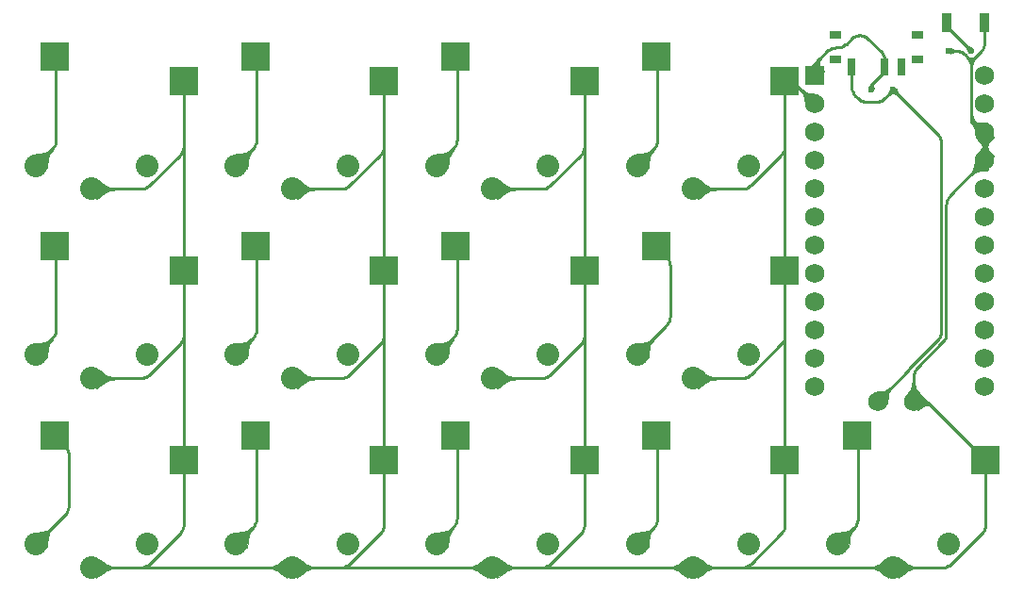
<source format=gbr>
%TF.GenerationSoftware,KiCad,Pcbnew,(5.1.10-1-10_14)*%
%TF.CreationDate,2022-03-08T11:01:30+00:00*%
%TF.ProjectId,The Card Tears Rounded,54686520-4361-4726-9420-546561727320,VERSION_HERE*%
%TF.SameCoordinates,Original*%
%TF.FileFunction,Copper,L2,Bot*%
%TF.FilePolarity,Positive*%
%FSLAX46Y46*%
G04 Gerber Fmt 4.6, Leading zero omitted, Abs format (unit mm)*
G04 Created by KiCad (PCBNEW (5.1.10-1-10_14)) date 2022-03-08 11:01:30*
%MOMM*%
%LPD*%
G01*
G04 APERTURE LIST*
%TA.AperFunction,ComponentPad*%
%ADD10R,1.752600X1.752600*%
%TD*%
%TA.AperFunction,ComponentPad*%
%ADD11C,1.752600*%
%TD*%
%TA.AperFunction,SMDPad,CuDef*%
%ADD12R,2.600000X2.600000*%
%TD*%
%TA.AperFunction,ComponentPad*%
%ADD13C,2.032000*%
%TD*%
%TA.AperFunction,SMDPad,CuDef*%
%ADD14R,0.700000X1.500000*%
%TD*%
%TA.AperFunction,SMDPad,CuDef*%
%ADD15R,1.000000X0.800000*%
%TD*%
%TA.AperFunction,ComponentPad*%
%ADD16C,0.600000*%
%TD*%
%TA.AperFunction,SMDPad,CuDef*%
%ADD17R,0.900000X1.700000*%
%TD*%
%TA.AperFunction,Conductor*%
%ADD18C,0.250000*%
%TD*%
%TA.AperFunction,Conductor*%
%ADD19C,0.025400*%
%TD*%
%TA.AperFunction,Conductor*%
%ADD20C,0.100000*%
%TD*%
G04 APERTURE END LIST*
D10*
%TO.P,MCU1,1*%
%TO.N,RAW*%
X82980000Y38270000D03*
D11*
%TO.P,MCU1,2*%
%TO.N,GND*%
X82980000Y35730000D03*
%TO.P,MCU1,3*%
%TO.N,RST*%
X82980000Y33190000D03*
%TO.P,MCU1,4*%
%TO.N,VCC*%
X82980000Y30650000D03*
%TO.P,MCU1,5*%
%TO.N,P21*%
X82980000Y28110000D03*
%TO.P,MCU1,6*%
%TO.N,P20*%
X82980000Y25570000D03*
%TO.P,MCU1,7*%
%TO.N,P19*%
X82980000Y23030000D03*
%TO.P,MCU1,8*%
%TO.N,P18*%
X82980000Y20490000D03*
%TO.P,MCU1,9*%
%TO.N,P15*%
X82980000Y17950000D03*
%TO.P,MCU1,10*%
%TO.N,P14*%
X82980000Y15410000D03*
%TO.P,MCU1,11*%
%TO.N,P16*%
X82980000Y12870000D03*
%TO.P,MCU1,12*%
%TO.N,P10*%
X82980000Y10330000D03*
%TO.P,MCU1,13*%
%TO.N,P1*%
X98220000Y38270000D03*
%TO.P,MCU1,14*%
%TO.N,P0*%
X98220000Y35730000D03*
%TO.P,MCU1,15*%
%TO.N,GND*%
X98220000Y33190000D03*
%TO.P,MCU1,16*%
X98220000Y30650000D03*
%TO.P,MCU1,17*%
%TO.N,P2*%
X98220000Y28110000D03*
%TO.P,MCU1,18*%
%TO.N,P3*%
X98220000Y25570000D03*
%TO.P,MCU1,19*%
%TO.N,P4*%
X98220000Y23030000D03*
%TO.P,MCU1,20*%
%TO.N,P5*%
X98220000Y20490000D03*
%TO.P,MCU1,21*%
%TO.N,P6*%
X98220000Y17950000D03*
%TO.P,MCU1,22*%
%TO.N,P7*%
X98220000Y15410000D03*
%TO.P,MCU1,23*%
%TO.N,P8*%
X98220000Y12870000D03*
%TO.P,MCU1,24*%
%TO.N,P9*%
X98220000Y10330000D03*
%TD*%
D12*
%TO.P,S1,1*%
%TO.N,P5*%
X14725000Y5950000D03*
%TO.P,S1,2*%
%TO.N,GND*%
X26275000Y3750000D03*
%TD*%
D13*
%TO.P,S2,1*%
%TO.N,P5*%
X13000000Y-3800000D03*
%TO.P,S2,2*%
%TO.N,GND*%
X18000000Y-5900000D03*
%TO.P,S2,1*%
%TO.N,P5*%
X23000000Y-3800000D03*
%TO.P,S2,2*%
%TO.N,GND*%
X18000000Y-5900000D03*
%TD*%
D12*
%TO.P,S3,1*%
%TO.N,P10*%
X14725000Y22950000D03*
%TO.P,S3,2*%
%TO.N,GND*%
X26275000Y20750000D03*
%TD*%
D13*
%TO.P,S4,1*%
%TO.N,P10*%
X13000000Y13200000D03*
%TO.P,S4,2*%
%TO.N,GND*%
X18000000Y11100000D03*
%TO.P,S4,1*%
%TO.N,P10*%
X23000000Y13200000D03*
%TO.P,S4,2*%
%TO.N,GND*%
X18000000Y11100000D03*
%TD*%
D12*
%TO.P,S5,1*%
%TO.N,P18*%
X14725000Y39950000D03*
%TO.P,S5,2*%
%TO.N,GND*%
X26275000Y37750000D03*
%TD*%
D13*
%TO.P,S6,1*%
%TO.N,P18*%
X13000000Y30200000D03*
%TO.P,S6,2*%
%TO.N,GND*%
X18000000Y28100000D03*
%TO.P,S6,1*%
%TO.N,P18*%
X23000000Y30200000D03*
%TO.P,S6,2*%
%TO.N,GND*%
X18000000Y28100000D03*
%TD*%
D12*
%TO.P,S7,1*%
%TO.N,P6*%
X32725000Y5950000D03*
%TO.P,S7,2*%
%TO.N,GND*%
X44275000Y3750000D03*
%TD*%
D13*
%TO.P,S8,1*%
%TO.N,P6*%
X31000000Y-3800000D03*
%TO.P,S8,2*%
%TO.N,GND*%
X36000000Y-5900000D03*
%TO.P,S8,1*%
%TO.N,P6*%
X41000000Y-3800000D03*
%TO.P,S8,2*%
%TO.N,GND*%
X36000000Y-5900000D03*
%TD*%
D12*
%TO.P,S9,1*%
%TO.N,P16*%
X32725000Y22950000D03*
%TO.P,S9,2*%
%TO.N,GND*%
X44275000Y20750000D03*
%TD*%
D13*
%TO.P,S10,1*%
%TO.N,P16*%
X31000000Y13200000D03*
%TO.P,S10,2*%
%TO.N,GND*%
X36000000Y11100000D03*
%TO.P,S10,1*%
%TO.N,P16*%
X41000000Y13200000D03*
%TO.P,S10,2*%
%TO.N,GND*%
X36000000Y11100000D03*
%TD*%
D12*
%TO.P,S11,1*%
%TO.N,P19*%
X32725000Y39950000D03*
%TO.P,S11,2*%
%TO.N,GND*%
X44275000Y37750000D03*
%TD*%
D13*
%TO.P,S12,1*%
%TO.N,P19*%
X31000000Y30200000D03*
%TO.P,S12,2*%
%TO.N,GND*%
X36000000Y28100000D03*
%TO.P,S12,1*%
%TO.N,P19*%
X41000000Y30200000D03*
%TO.P,S12,2*%
%TO.N,GND*%
X36000000Y28100000D03*
%TD*%
D12*
%TO.P,S13,1*%
%TO.N,P7*%
X50725000Y5950000D03*
%TO.P,S13,2*%
%TO.N,GND*%
X62275000Y3750000D03*
%TD*%
D13*
%TO.P,S14,1*%
%TO.N,P7*%
X49000000Y-3800000D03*
%TO.P,S14,2*%
%TO.N,GND*%
X54000000Y-5900000D03*
%TO.P,S14,1*%
%TO.N,P7*%
X59000000Y-3800000D03*
%TO.P,S14,2*%
%TO.N,GND*%
X54000000Y-5900000D03*
%TD*%
D12*
%TO.P,S15,1*%
%TO.N,P14*%
X50725000Y22950000D03*
%TO.P,S15,2*%
%TO.N,GND*%
X62275000Y20750000D03*
%TD*%
D13*
%TO.P,S16,1*%
%TO.N,P14*%
X49000000Y13200000D03*
%TO.P,S16,2*%
%TO.N,GND*%
X54000000Y11100000D03*
%TO.P,S16,1*%
%TO.N,P14*%
X59000000Y13200000D03*
%TO.P,S16,2*%
%TO.N,GND*%
X54000000Y11100000D03*
%TD*%
D12*
%TO.P,S17,1*%
%TO.N,P20*%
X50725000Y39950000D03*
%TO.P,S17,2*%
%TO.N,GND*%
X62275000Y37750000D03*
%TD*%
D13*
%TO.P,S18,1*%
%TO.N,P20*%
X49000000Y30200000D03*
%TO.P,S18,2*%
%TO.N,GND*%
X54000000Y28100000D03*
%TO.P,S18,1*%
%TO.N,P20*%
X59000000Y30200000D03*
%TO.P,S18,2*%
%TO.N,GND*%
X54000000Y28100000D03*
%TD*%
D12*
%TO.P,S19,1*%
%TO.N,P8*%
X68725000Y5950000D03*
%TO.P,S19,2*%
%TO.N,GND*%
X80275000Y3750000D03*
%TD*%
D13*
%TO.P,S20,1*%
%TO.N,P8*%
X67000000Y-3800000D03*
%TO.P,S20,2*%
%TO.N,GND*%
X72000000Y-5900000D03*
%TO.P,S20,1*%
%TO.N,P8*%
X77000000Y-3800000D03*
%TO.P,S20,2*%
%TO.N,GND*%
X72000000Y-5900000D03*
%TD*%
D12*
%TO.P,S21,1*%
%TO.N,P15*%
X68725000Y22950000D03*
%TO.P,S21,2*%
%TO.N,GND*%
X80275000Y20750000D03*
%TD*%
D13*
%TO.P,S22,1*%
%TO.N,P15*%
X67000000Y13200000D03*
%TO.P,S22,2*%
%TO.N,GND*%
X72000000Y11100000D03*
%TO.P,S22,1*%
%TO.N,P15*%
X77000000Y13200000D03*
%TO.P,S22,2*%
%TO.N,GND*%
X72000000Y11100000D03*
%TD*%
D12*
%TO.P,S23,1*%
%TO.N,P21*%
X68725000Y39950000D03*
%TO.P,S23,2*%
%TO.N,GND*%
X80275000Y37750000D03*
%TD*%
D13*
%TO.P,S24,1*%
%TO.N,P21*%
X67000000Y30200000D03*
%TO.P,S24,2*%
%TO.N,GND*%
X72000000Y28100000D03*
%TO.P,S24,1*%
%TO.N,P21*%
X77000000Y30200000D03*
%TO.P,S24,2*%
%TO.N,GND*%
X72000000Y28100000D03*
%TD*%
D12*
%TO.P,S25,1*%
%TO.N,P9*%
X86725000Y5950000D03*
%TO.P,S25,2*%
%TO.N,GND*%
X98275000Y3750000D03*
%TD*%
D13*
%TO.P,S26,1*%
%TO.N,P9*%
X85000000Y-3800000D03*
%TO.P,S26,2*%
%TO.N,GND*%
X90000000Y-5900000D03*
%TO.P,S26,1*%
%TO.N,P9*%
X95000000Y-3800000D03*
%TO.P,S26,2*%
%TO.N,GND*%
X90000000Y-5900000D03*
%TD*%
D14*
%TO.P,,1*%
%TO.N,pos*%
X86250000Y39070000D03*
%TO.P,,2*%
%TO.N,RAW*%
X89250000Y39070000D03*
%TO.P,,3*%
%TO.N,N/C*%
X90750000Y39070000D03*
D15*
%TO.P,,*%
%TO.N,*%
X84850000Y41930000D03*
X92150000Y41930000D03*
X92150000Y39720000D03*
X84850000Y39720000D03*
%TD*%
D16*
%TO.P,REF\u002A\u002A,1*%
%TO.N,RAW*%
X88000000Y37000000D03*
%TD*%
%TO.P,REF\u002A\u002A,1*%
%TO.N,pos*%
X90000000Y37000000D03*
%TD*%
%TO.P,REF\u002A\u002A,1*%
%TO.N,GND*%
X95000000Y40500000D03*
%TD*%
%TO.P,REF\u002A\u002A,1*%
%TO.N,RST*%
X97000000Y40500000D03*
%TD*%
D17*
%TO.P,,1*%
%TO.N,RST*%
X94800000Y43000000D03*
%TO.P,,2*%
%TO.N,GND*%
X98200000Y43000000D03*
%TD*%
D11*
%TO.P,,1*%
%TO.N,pos*%
X88580000Y9000000D03*
%TO.P,,2*%
%TO.N,GND*%
X91820000Y9000000D03*
%TD*%
D18*
%TO.N,P5*%
X15921317Y-606941D02*
X15882515Y-734856D01*
X15831361Y-858352D02*
X15768349Y-976239D01*
X15768349Y4851239D02*
X15831361Y4733352D01*
X15947396Y4350838D02*
X15960499Y4217810D01*
X15694085Y-1087383D02*
X15609285Y-1190712D01*
X15609285Y5065712D02*
X15694085Y4962383D01*
X15960499Y-342810D02*
X15947396Y-475838D01*
X15882515Y4609856D02*
X15921318Y4481941D01*
X15921317Y-606941D02*
X15947396Y-475838D01*
X15768349Y-976239D02*
X15694085Y-1087383D01*
X15947396Y4350838D02*
X15921318Y4481941D01*
X15768349Y4851239D02*
X15694085Y4962383D01*
X15882515Y-734856D02*
X15831361Y-858352D01*
X15831361Y4733352D02*
X15882515Y4609856D01*
X15609285Y-1190712D02*
X13000000Y-3800000D01*
X15960499Y4217810D02*
X15960499Y-342810D01*
X15609285Y5065712D02*
X14725000Y5950000D01*
%TO.N,GND*%
X59235893Y-5548786D02*
X59132564Y-5633586D01*
X80235819Y31722876D02*
X80197016Y31594961D01*
X26235818Y-2277122D02*
X26197016Y-2405037D01*
X59021420Y-5707850D02*
X58903533Y-5770862D01*
X44275000Y14987008D02*
X44261897Y14853980D01*
X26275000Y31987008D02*
X26261897Y31853980D01*
X71816930Y-5900000D02*
X71926772Y-5900000D01*
X71890158Y-5900000D02*
X71816930Y-5900000D01*
X71926772Y-5900000D02*
X71890158Y-5900000D01*
X98206897Y32826337D02*
X98220000Y32693309D01*
X26275000Y20121282D02*
X26275000Y20237405D01*
X26275000Y20200791D02*
X26275000Y20121282D01*
X26275000Y20237405D02*
X26275000Y20200791D01*
X62275000Y3969682D02*
X62275000Y3823227D01*
X26008586Y-2757564D02*
X25923786Y-2860893D01*
X41021420Y11292147D02*
X40903533Y11229135D01*
X80008586Y14242433D02*
X79923786Y14139104D01*
X18878733Y-5900000D02*
X18878733Y-5900000D01*
X80741927Y37742583D02*
X80666632Y37750000D01*
X76521019Y-5886897D02*
X76387991Y-5900000D01*
X26145862Y14471464D02*
X26082850Y14353577D01*
X98235818Y-2277122D02*
X98197016Y-2405037D01*
X91833102Y11356337D02*
X91820000Y11223309D01*
X80275000Y21116138D02*
X80275000Y21262593D01*
X80275000Y21042910D02*
X80275000Y21116138D01*
X80275000Y21262593D02*
X80275000Y21042910D01*
X98142016Y33085355D02*
X98180819Y32957440D01*
X92792440Y8960818D02*
X92920355Y8922016D01*
X26275000Y-2012991D02*
X26261897Y-2146019D01*
X90219682Y-5900000D02*
X90073227Y-5900000D01*
X62145862Y31471464D02*
X62082850Y31353577D01*
X94750011Y15146701D02*
X94736908Y15013673D01*
X26275000Y20707104D02*
X26275000Y20823227D01*
X26275000Y20676772D02*
X26275000Y20707104D01*
X26275000Y20786613D02*
X26275000Y20676772D01*
X26275000Y20823227D02*
X26275000Y20786613D01*
X97953586Y30402115D02*
X97868786Y30298786D01*
X77235893Y28451211D02*
X77132564Y28366411D01*
X80275000Y20707104D02*
X80275000Y20823227D01*
X80275000Y20676772D02*
X80275000Y20707104D01*
X80275000Y20786613D02*
X80275000Y20676772D01*
X80275000Y20823227D02*
X80275000Y20786613D01*
X44235819Y14722876D02*
X44197016Y14594961D01*
X97063383Y39388812D02*
X97033631Y39443039D01*
X97084254Y39459050D02*
X97063383Y39388812D01*
X97033631Y39443039D02*
X97084254Y39459050D01*
X91820000Y9450781D02*
X91839215Y9354176D01*
X97285110Y34143416D02*
X97369910Y34040087D01*
X98027850Y33326738D02*
X98090862Y33208851D01*
X35487405Y-5900000D02*
X35707088Y-5900000D01*
X35633860Y-5900000D02*
X35487405Y-5900000D01*
X35707088Y-5900000D02*
X35633860Y-5900000D01*
X44275000Y36871267D02*
X44275000Y36871267D01*
X44275000Y20859841D02*
X44275000Y20933068D01*
X44275000Y20823227D02*
X44275000Y20859841D01*
X44275000Y20933068D02*
X44275000Y20823227D01*
X92012147Y11856738D02*
X91949135Y11738851D01*
X40521019Y11113102D02*
X40387991Y11100000D01*
X94483597Y14402126D02*
X94398797Y14298797D01*
X26275000Y14987008D02*
X26261897Y14853980D01*
X62008586Y31242433D02*
X61923786Y31139104D01*
X96764556Y39833657D02*
X96698216Y39914177D01*
X96810122Y39849778D02*
X96764556Y39833657D01*
X96698216Y39914177D02*
X96810122Y39849778D01*
X98200000Y41271688D02*
X98186897Y41138660D01*
X44275000Y4262593D02*
X44275000Y4116138D01*
X58780037Y-5822016D02*
X58652122Y-5860818D01*
X80287677Y37555991D02*
X80299927Y37574295D01*
X80286558Y37546234D02*
X80287677Y37555991D01*
X80299927Y37574295D02*
X80286558Y37546234D01*
X62275000Y3383860D02*
X62275000Y3237405D01*
X97057877Y34623859D02*
X97096680Y34495944D01*
X62145862Y14471464D02*
X62082850Y14353577D01*
X80518749Y37736840D02*
X80586178Y37750000D01*
X80500946Y37713991D02*
X80518749Y37736840D01*
X80586178Y37750000D02*
X80500946Y37713991D01*
X76780037Y11177981D02*
X76652122Y11139179D01*
X97018699Y34887989D02*
X97031800Y34754962D01*
X53816930Y-5900000D02*
X53926772Y-5900000D01*
X53890158Y-5900000D02*
X53816930Y-5900000D01*
X53926772Y-5900000D02*
X53890158Y-5900000D01*
X22521019Y28113101D02*
X22387992Y28100000D01*
X80275000Y14987008D02*
X80261897Y14853980D01*
X94780037Y-5822016D02*
X94652122Y-5860818D01*
X62275000Y20566930D02*
X62275000Y20676772D01*
X62275000Y20640158D02*
X62275000Y20566930D01*
X62275000Y20676772D02*
X62275000Y20640158D01*
X77235893Y-5548786D02*
X77132564Y-5633586D01*
X62235819Y31722876D02*
X62197016Y31594961D01*
X44235818Y-2277122D02*
X44197016Y-2405037D01*
X80275000Y-2012991D02*
X80261897Y-2146019D01*
X77021420Y-5707850D02*
X76903533Y-5770862D01*
X26235819Y14722876D02*
X26197016Y14594961D01*
X22780037Y-5822016D02*
X22652122Y-5860818D01*
X80275000Y20121282D02*
X80275000Y20237405D01*
X80275000Y20200791D02*
X80275000Y20121282D01*
X80275000Y20237405D02*
X80275000Y20200791D01*
X80275000Y3969682D02*
X80275000Y3823227D01*
X80008586Y-2757564D02*
X79923786Y-2860893D01*
X41235893Y11451211D02*
X41132564Y11366411D01*
X62008586Y14242433D02*
X61923786Y14139104D01*
X80275000Y31987008D02*
X80261897Y31853980D01*
X76780037Y-5822016D02*
X76652122Y-5860819D01*
X71963386Y-5900000D02*
X72073227Y-5900000D01*
X71926772Y-5900000D02*
X71963386Y-5900000D01*
X72036613Y-5900000D02*
X71926772Y-5900000D01*
X72073227Y-5900000D02*
X72036613Y-5900000D01*
X92001278Y9111630D02*
X92083176Y9056908D01*
X26275000Y21116138D02*
X26275000Y21262593D01*
X26275000Y21042910D02*
X26275000Y21116138D01*
X26275000Y21262593D02*
X26275000Y21042910D01*
X91876909Y9263176D02*
X91931631Y9181278D01*
X94710830Y14882569D02*
X94672027Y14754654D01*
X92171211Y12071211D02*
X92086411Y11967882D01*
X80275000Y20274019D02*
X80275000Y20347246D01*
X80275000Y20237405D02*
X80275000Y20274019D01*
X80275000Y20347246D02*
X80275000Y20237405D01*
X98090862Y30631146D02*
X98027850Y30513259D01*
X72109841Y-5900000D02*
X72183068Y-5900000D01*
X72073227Y-5900000D02*
X72109841Y-5900000D01*
X72183068Y-5900000D02*
X72073227Y-5900000D01*
X44145862Y31471464D02*
X44082850Y31353577D01*
X62145862Y-2528533D02*
X62082850Y-2646420D01*
X58780037Y28177981D02*
X58652122Y28139179D01*
X91897982Y11615355D02*
X91859180Y11487440D01*
X44275000Y20713386D02*
X44275000Y20823227D01*
X44275000Y20676772D02*
X44275000Y20713386D01*
X44275000Y20786613D02*
X44275000Y20676772D01*
X44275000Y20823227D02*
X44275000Y20786613D01*
X59235893Y28451211D02*
X59132564Y28366411D01*
X44275000Y20274019D02*
X44275000Y20347246D01*
X44275000Y20237405D02*
X44275000Y20274019D01*
X44275000Y20347246D02*
X44275000Y20237405D01*
X97083978Y39800816D02*
X97155255Y39815919D01*
X97133550Y39767428D02*
X97083978Y39800816D01*
X97155255Y39815919D02*
X97133550Y39767428D01*
X40780037Y11177982D02*
X40652122Y11139180D01*
X92661337Y8986897D02*
X92528309Y9000000D01*
X23021420Y-5707850D02*
X22903533Y-5770862D01*
X93272882Y8733586D02*
X93376211Y8648786D01*
X80275000Y37519792D02*
X80277140Y37530552D01*
X80275000Y37514306D02*
X80275000Y37519792D01*
X80277140Y37530552D02*
X80275000Y37514306D01*
X89633860Y-5900000D02*
X89487405Y-5900000D01*
X62275000Y36871267D02*
X62275000Y36871267D01*
X62275000Y20859841D02*
X62275000Y20933068D01*
X62275000Y20823227D02*
X62275000Y20859841D01*
X62275000Y20933068D02*
X62275000Y20823227D01*
X97868786Y33541211D02*
X97953586Y33437882D01*
X90512593Y-5900000D02*
X90366138Y-5900000D01*
X22521019Y11113101D02*
X22387992Y11100000D01*
X96864463Y39673141D02*
X96828604Y39738402D01*
X96876949Y39730512D02*
X96864463Y39673141D01*
X96828604Y39738402D02*
X96876949Y39730512D01*
X80008586Y31242433D02*
X79923786Y31139104D01*
X94763113Y26816348D02*
X94750011Y26683320D01*
X59235893Y11451211D02*
X59132564Y11366411D01*
X62275000Y4262593D02*
X62275000Y4116138D01*
X93043851Y8870862D02*
X93161738Y8807850D01*
X94942158Y27316749D02*
X94879146Y27198862D01*
X80412959Y37687328D02*
X80437713Y37703678D01*
X80414682Y37675065D02*
X80412959Y37687328D01*
X80437713Y37703678D02*
X80414682Y37675065D01*
X80145862Y14471464D02*
X80082850Y14353577D01*
X80816133Y37727823D02*
X80888535Y37705859D01*
X40521019Y-5886897D02*
X40387991Y-5900000D01*
X80145862Y-2528533D02*
X80082850Y-2646420D01*
X35816930Y-5900000D02*
X35926772Y-5900000D01*
X35890158Y-5900000D02*
X35816930Y-5900000D01*
X35926772Y-5900000D02*
X35890158Y-5900000D01*
X97923786Y4101211D02*
X98008586Y3997882D01*
X96914583Y39769550D02*
X96912958Y39812371D01*
X96979663Y39800816D02*
X96914583Y39769550D01*
X96912958Y39812371D02*
X96979663Y39800816D01*
X98220000Y31146690D02*
X98206897Y31013662D01*
X80275000Y20566930D02*
X80275000Y20676772D01*
X80275000Y20640158D02*
X80275000Y20566930D01*
X80275000Y20676772D02*
X80275000Y20640158D01*
X62275000Y-2012991D02*
X62261897Y-2146019D01*
X95235893Y-5548786D02*
X95132564Y-5633586D01*
X44235819Y31722876D02*
X44197016Y31594961D01*
X95882859Y40461328D02*
X96009111Y40423030D01*
X62235819Y-2277122D02*
X62197016Y-2405037D01*
X95753461Y40487068D02*
X95622163Y40500000D01*
X95021420Y-5707850D02*
X94903533Y-5770862D01*
X97253902Y39856084D02*
X97334522Y39909520D01*
X97259512Y39811291D02*
X97253902Y39856084D01*
X97334522Y39909520D02*
X97259512Y39811291D01*
X23021420Y28292147D02*
X22903533Y28229135D01*
X97018699Y39096943D02*
X96993318Y39271732D01*
X97031801Y39230034D02*
X97018699Y39096943D01*
X96993318Y39271732D02*
X97031801Y39230034D01*
X62275000Y20128642D02*
X62275000Y20224841D01*
X62275000Y20194509D02*
X62275000Y20128642D01*
X62275000Y20224841D02*
X62275000Y20194509D01*
X26275000Y3969682D02*
X26275000Y3823227D01*
X62008586Y-2757564D02*
X61923786Y-2860893D01*
X58521019Y28113101D02*
X58387992Y28100000D01*
X95101222Y27531222D02*
X95016422Y27427893D01*
X44008586Y14242433D02*
X43923786Y14139104D01*
X53963386Y-5900000D02*
X54073227Y-5900000D01*
X53926772Y-5900000D02*
X53963386Y-5900000D01*
X54036613Y-5900000D02*
X53926772Y-5900000D01*
X54073227Y-5900000D02*
X54036613Y-5900000D01*
X44275000Y3676771D02*
X44275000Y3530316D01*
X96951759Y39447873D02*
X96930053Y39514794D01*
X96987655Y39462777D02*
X96951759Y39447873D01*
X96930053Y39514794D02*
X96987655Y39462777D01*
X44275000Y21116138D02*
X44275000Y21262593D01*
X44275000Y21042910D02*
X44275000Y21116138D01*
X44275000Y21262593D02*
X44275000Y21042910D01*
X92174176Y9019215D02*
X92270781Y9000000D01*
X44275000Y31987008D02*
X44261897Y31853980D01*
X54109841Y-5900000D02*
X54183068Y-5900000D01*
X54073227Y-5900000D02*
X54109841Y-5900000D01*
X54183068Y-5900000D02*
X54073227Y-5900000D01*
X26145862Y31471464D02*
X26082850Y31353577D01*
X98180819Y30882558D02*
X98142016Y30754643D01*
X76780037Y28177981D02*
X76652122Y28139179D01*
X59021420Y28292147D02*
X58903533Y28229135D01*
X41235893Y28451211D02*
X41132564Y28366411D01*
X62275000Y20713386D02*
X62275000Y20823227D01*
X62275000Y20676772D02*
X62275000Y20713386D01*
X62275000Y20786613D02*
X62275000Y20676772D01*
X62275000Y20823227D02*
X62275000Y20786613D01*
X94620873Y14631157D02*
X94557861Y14513270D01*
X98145862Y-2528533D02*
X98082850Y-2646420D01*
X80971457Y37671512D02*
X81043106Y37633214D01*
X80235819Y14722876D02*
X80197016Y14594961D01*
X98082850Y3886738D02*
X98145862Y3768851D01*
X62275000Y3676771D02*
X62275000Y3530316D01*
X97933586Y40527113D02*
X97848786Y40423784D01*
X97161338Y39645150D02*
X97155683Y39719414D01*
X97193032Y39706455D02*
X97161338Y39645150D01*
X97155683Y39719414D02*
X97193032Y39706455D01*
X71487405Y-5900000D02*
X71707088Y-5900000D01*
X71633860Y-5900000D02*
X71487405Y-5900000D01*
X71707088Y-5900000D02*
X71633860Y-5900000D01*
X80275000Y20859841D02*
X80275000Y20933068D01*
X80275000Y20823227D02*
X80275000Y20859841D01*
X80275000Y20933068D02*
X80275000Y20823227D01*
X97147834Y34372447D02*
X97210846Y34254560D01*
X72402752Y-5900000D02*
X72512594Y-5900000D01*
X72475980Y-5900000D02*
X72402752Y-5900000D01*
X72512594Y-5900000D02*
X72475980Y-5900000D01*
X76521019Y11113101D02*
X76387992Y11100000D01*
X58780037Y11177982D02*
X58652122Y11139180D01*
X26008586Y31242433D02*
X25923786Y31139104D01*
X44275000Y3383860D02*
X44275000Y3237405D01*
X22521019Y-5886897D02*
X22387991Y-5900000D01*
X80275000Y4262593D02*
X80275000Y4116138D01*
X26275000Y3383860D02*
X26275000Y3237405D01*
X80275000Y3676771D02*
X80275000Y3530316D01*
X94521019Y-5886897D02*
X94387991Y-5900000D01*
X26145862Y-2528533D02*
X26082850Y-2646420D01*
X89926771Y-5900000D02*
X89780316Y-5900000D01*
X76521019Y28113101D02*
X76387992Y28100000D01*
X98197016Y3645355D02*
X98235818Y3517440D01*
X54549208Y-5900000D02*
X54622436Y-5900000D01*
X54512594Y-5900000D02*
X54549208Y-5900000D01*
X54622436Y-5900000D02*
X54512594Y-5900000D01*
X23235893Y-5548786D02*
X23132564Y-5633586D01*
X26275000Y20566930D02*
X26275000Y20676772D01*
X26275000Y20640158D02*
X26275000Y20566930D01*
X26275000Y20676772D02*
X26275000Y20640158D01*
X23235893Y11451211D02*
X23132564Y11366411D01*
X41235893Y-5548786D02*
X41132564Y-5633586D01*
X26235819Y31722876D02*
X26197016Y31594961D01*
X36549208Y-5900000D02*
X36622436Y-5900000D01*
X36512594Y-5900000D02*
X36549208Y-5900000D01*
X36622436Y-5900000D02*
X36512594Y-5900000D01*
X80235819Y-2277122D02*
X80197016Y-2405037D01*
X80275000Y37490063D02*
X80275000Y37495409D01*
X80277506Y37489662D02*
X80275000Y37490063D01*
X80275000Y37495409D02*
X80277506Y37489662D01*
X41021420Y-5707850D02*
X40903533Y-5770862D01*
X40521019Y28113102D02*
X40387991Y28100000D01*
X40780037Y-5822016D02*
X40652122Y-5860819D01*
X62275000Y14987008D02*
X62261897Y14853980D01*
X44275000Y20127564D02*
X44275000Y20237405D01*
X44275000Y20200791D02*
X44275000Y20127564D01*
X44275000Y20237405D02*
X44275000Y20200791D01*
X44275000Y3969682D02*
X44275000Y3823227D01*
X44008586Y-2757564D02*
X43923786Y-2860893D01*
X80393874Y37630640D02*
X80410505Y37664253D01*
X80414284Y37651530D02*
X80393874Y37630640D01*
X80410505Y37664253D02*
X80414284Y37651530D01*
X40780037Y28177982D02*
X40652122Y28139180D01*
X26008586Y14242433D02*
X25923786Y14139104D01*
X35963386Y-5900000D02*
X36073227Y-5900000D01*
X35926772Y-5900000D02*
X35963386Y-5900000D01*
X36036613Y-5900000D02*
X35926772Y-5900000D01*
X36073227Y-5900000D02*
X36036613Y-5900000D01*
X62275000Y21116138D02*
X62275000Y21262593D01*
X62275000Y21042910D02*
X62275000Y21116138D01*
X62275000Y21262593D02*
X62275000Y21042910D01*
X98261897Y3386337D02*
X98275000Y3253309D01*
X98275000Y-2012991D02*
X98261897Y-2146019D01*
X80286668Y37471241D02*
X80284172Y37481595D01*
X80291308Y37480898D02*
X80286668Y37471241D01*
X80284172Y37481595D02*
X80291308Y37480898D01*
X62275000Y31987008D02*
X62261897Y31853980D01*
X36109841Y-5900000D02*
X36183068Y-5900000D01*
X36073227Y-5900000D02*
X36109841Y-5900000D01*
X36183068Y-5900000D02*
X36073227Y-5900000D01*
X80145862Y31471464D02*
X80082850Y31353577D01*
X22780037Y11177981D02*
X22652122Y11139179D01*
X22780037Y28177981D02*
X22652122Y28139179D01*
X41021420Y28292147D02*
X40903533Y28229135D01*
X23021420Y11292147D02*
X22903533Y11229135D01*
X23235893Y28451211D02*
X23132564Y28366411D01*
X80275000Y37422874D02*
X80275000Y37453379D01*
X80278353Y37444715D02*
X80275000Y37422874D01*
X80275000Y37453379D02*
X80278353Y37444715D01*
X26275000Y3676771D02*
X26275000Y3530316D01*
X94827993Y27075366D02*
X94789191Y26947451D01*
X62275000Y20255173D02*
X62275000Y20315836D01*
X62275000Y20224841D02*
X62275000Y20255173D01*
X62275000Y20315836D02*
X62275000Y20224841D01*
X62235819Y14722876D02*
X62197016Y14594961D01*
X98070862Y40756144D02*
X98007850Y40638257D01*
X53487405Y-5900000D02*
X53707088Y-5900000D01*
X53633860Y-5900000D02*
X53487405Y-5900000D01*
X53707088Y-5900000D02*
X53633860Y-5900000D01*
X26275000Y36871267D02*
X26275000Y36871267D01*
X26275000Y20859841D02*
X26275000Y20933068D01*
X26275000Y20823227D02*
X26275000Y20859841D01*
X26275000Y20933068D02*
X26275000Y20823227D01*
X80275000Y37500595D02*
X80275000Y37507884D01*
X80275686Y37505781D02*
X80275000Y37500595D01*
X80275000Y37507884D02*
X80275686Y37505781D01*
X54402752Y-5900000D02*
X54512594Y-5900000D01*
X54475980Y-5900000D02*
X54402752Y-5900000D01*
X54512594Y-5900000D02*
X54475980Y-5900000D01*
X58521019Y11113102D02*
X58387991Y11100000D01*
X44008586Y31242433D02*
X43923786Y31139104D01*
X58521019Y-5886897D02*
X58387991Y-5900000D01*
X72549208Y-5900000D02*
X72622436Y-5900000D01*
X72512594Y-5900000D02*
X72549208Y-5900000D01*
X72622436Y-5900000D02*
X72512594Y-5900000D01*
X98160819Y41007556D02*
X98122016Y40879641D01*
X26275000Y4262593D02*
X26275000Y4116138D01*
X81110658Y37588078D02*
X81173459Y37536538D01*
X96357055Y40237050D02*
X96459041Y40153352D01*
X80275000Y3383860D02*
X80275000Y3237405D01*
X44145862Y14471464D02*
X44082850Y14353577D01*
X36402752Y-5900000D02*
X36512594Y-5900000D01*
X36475980Y-5900000D02*
X36402752Y-5900000D01*
X36512594Y-5900000D02*
X36475980Y-5900000D01*
X44145862Y-2528533D02*
X44082850Y-2646420D01*
X59021420Y11292147D02*
X58903533Y11229135D01*
X77021420Y28292147D02*
X76903533Y28229135D01*
X77021420Y11292147D02*
X76903533Y11229135D01*
X26275000Y20274019D02*
X26275000Y20347246D01*
X26275000Y20237405D02*
X26275000Y20274019D01*
X26275000Y20347246D02*
X26275000Y20237405D01*
X96131002Y40372541D02*
X96247356Y40310348D01*
X44275000Y-2012991D02*
X44261897Y-2146019D01*
X77235893Y11451211D02*
X77132564Y11366411D01*
X44275000Y20566930D02*
X44275000Y20676772D01*
X44275000Y20640158D02*
X44275000Y20566930D01*
X44275000Y20676772D02*
X44275000Y20640158D01*
X98008586Y-2757564D02*
X97923786Y-2860893D01*
X80275000Y21042910D02*
X80275000Y20933068D01*
X80275000Y20823227D02*
X80275000Y20823227D01*
X80275000Y21116138D02*
X80275000Y20786613D01*
X62235819Y31722876D02*
X62261897Y31853980D01*
X41132564Y28366411D02*
X41021420Y28292147D01*
X80287677Y37555991D02*
X80277140Y37530552D01*
X80275000Y37514306D02*
X80275000Y37507884D01*
X80286558Y37546234D02*
X80275686Y37505781D01*
X59132564Y11366411D02*
X59021420Y11292147D01*
X80275000Y3530316D02*
X80275000Y3383860D01*
X97155255Y39815919D02*
X97253902Y39856084D01*
X97133550Y39767428D02*
X97155683Y39719414D01*
X97259512Y39811291D02*
X97193032Y39706455D01*
X58652122Y28139179D02*
X58521019Y28113101D01*
X26235818Y-2277122D02*
X26261897Y-2146019D01*
X96764556Y39833657D02*
X96828604Y39738402D01*
X96876949Y39730512D02*
X96914583Y39769550D01*
X96810122Y39849778D02*
X96912958Y39812371D01*
X44008586Y14242433D02*
X44082850Y14353577D01*
X81043106Y37633214D02*
X81110658Y37588078D01*
X53926772Y-5900000D02*
X53707088Y-5900000D01*
X53816930Y-5900000D02*
X53633860Y-5900000D01*
X53926772Y-5900000D02*
X53963386Y-5900000D01*
X26008586Y-2757564D02*
X26082850Y-2646420D01*
X44275000Y37164178D02*
X44275000Y37164178D01*
X22521019Y11113101D02*
X22652122Y11139179D01*
X44275000Y4116138D02*
X44275000Y3969682D01*
X72183068Y-5900000D02*
X72512594Y-5900000D01*
X72073227Y-5900000D02*
X72073227Y-5900000D01*
X72036613Y-5900000D02*
X72402752Y-5900000D01*
X72512594Y-5900000D02*
X72549208Y-5900000D01*
X62082850Y14353577D02*
X62008586Y14242433D01*
X62275000Y20676772D02*
X62275000Y20315836D01*
X62275000Y20224841D02*
X62275000Y20224841D01*
X62275000Y20566930D02*
X62275000Y20194509D01*
X62275000Y20676772D02*
X62275000Y20713386D01*
X26275000Y37164178D02*
X26275000Y37164178D01*
X97953586Y30402115D02*
X98027850Y30513259D01*
X80261897Y14853980D02*
X80235819Y14722876D01*
X59132564Y-5633586D02*
X59021420Y-5707850D01*
X76652122Y28139179D02*
X76521019Y28113101D01*
X26275000Y21042910D02*
X26275000Y20933068D01*
X26275000Y20823227D02*
X26275000Y20823227D01*
X26275000Y20786613D02*
X26275000Y21116138D01*
X92083176Y9056908D02*
X92174176Y9019215D01*
X59132564Y28366411D02*
X59021420Y28292147D01*
X62082850Y31353577D02*
X62008586Y31242433D01*
X62275000Y3383860D02*
X62275000Y3530316D01*
X80518749Y37736840D02*
X80437713Y37703678D01*
X80414682Y37675065D02*
X80410505Y37664253D01*
X80500946Y37713991D02*
X80414284Y37651530D01*
X44235818Y-2277122D02*
X44261897Y-2146019D01*
X96357055Y40237050D02*
X96247356Y40310348D01*
X35707088Y-5900000D02*
X35926772Y-5900000D01*
X35633860Y-5900000D02*
X35816930Y-5900000D01*
X35926772Y-5900000D02*
X35963386Y-5900000D01*
X80008586Y-2757564D02*
X80082850Y-2646420D01*
X76652122Y11139179D02*
X76521019Y11113101D01*
X92012147Y11856738D02*
X92086411Y11967882D01*
X62275000Y3969682D02*
X62275000Y4116138D01*
X62275000Y37164178D02*
X62275000Y37164178D01*
X26275000Y3383860D02*
X26275000Y3530316D01*
X80741927Y37742583D02*
X80816133Y37727823D01*
X54183068Y-5900000D02*
X54512594Y-5900000D01*
X54073227Y-5900000D02*
X54073227Y-5900000D01*
X54036613Y-5900000D02*
X54402752Y-5900000D01*
X54549208Y-5900000D02*
X54512594Y-5900000D01*
X41021420Y11292147D02*
X41132564Y11366411D01*
X23132564Y11366411D02*
X23021420Y11292147D01*
X80275000Y20676772D02*
X80275000Y20347246D01*
X80275000Y20237405D02*
X80275000Y20237405D01*
X80275000Y20200791D02*
X80275000Y20566930D01*
X80275000Y20707104D02*
X80275000Y20676772D01*
X94483597Y14402126D02*
X94557861Y14513270D01*
X92792440Y8960818D02*
X92661337Y8986897D01*
X44235819Y31722876D02*
X44261897Y31853980D01*
X95882859Y40461328D02*
X95753461Y40487068D01*
X95132564Y-5633586D02*
X95021420Y-5707850D01*
X18585822Y-5900000D02*
X18585822Y-5900000D01*
X41132564Y-5633586D02*
X41021420Y-5707850D01*
X22652122Y-5860818D02*
X22521019Y-5886897D01*
X22521019Y28113101D02*
X22652122Y28139179D01*
X44275000Y20933068D02*
X44275000Y21042910D01*
X44275000Y20823227D02*
X44275000Y20823227D01*
X44275000Y20786613D02*
X44275000Y21116138D01*
X98206897Y32826337D02*
X98180819Y32957440D01*
X80008586Y31242433D02*
X80082850Y31353577D01*
X62261897Y-2146019D02*
X62235819Y-2277122D01*
X91833102Y11356337D02*
X91859180Y11487440D01*
X77132564Y28366411D02*
X77021420Y28292147D01*
X93272882Y8733586D02*
X93161738Y8807850D01*
X98186897Y41138660D02*
X98160819Y41007556D01*
X80008586Y14242433D02*
X80082850Y14353577D01*
X44275000Y3530316D02*
X44275000Y3383860D01*
X26261897Y31853980D02*
X26235819Y31722876D01*
X80235819Y31722876D02*
X80261897Y31853980D01*
X94942158Y27316749D02*
X95016422Y27427893D01*
X89633860Y-5900000D02*
X89780316Y-5900000D01*
X62082850Y-2646420D02*
X62008586Y-2757564D01*
X58652122Y11139180D02*
X58521019Y11113102D01*
X80275000Y3969682D02*
X80275000Y4116138D01*
X94736908Y15013673D02*
X94710830Y14882569D01*
X94763113Y26816348D02*
X94789191Y26947451D01*
X98008586Y3997882D02*
X98082850Y3886738D01*
X40521019Y-5886897D02*
X40652122Y-5860819D01*
X36512594Y-5900000D02*
X36183068Y-5900000D01*
X36073227Y-5900000D02*
X36073227Y-5900000D01*
X36036613Y-5900000D02*
X36402752Y-5900000D01*
X36549208Y-5900000D02*
X36512594Y-5900000D01*
X26082850Y14353577D02*
X26008586Y14242433D01*
X26275000Y20676772D02*
X26275000Y20347246D01*
X26275000Y20237405D02*
X26275000Y20237405D01*
X26275000Y20200791D02*
X26275000Y20566930D01*
X26275000Y20707104D02*
X26275000Y20676772D01*
X97933586Y40527113D02*
X98007850Y40638257D01*
X98082850Y-2646420D02*
X98008586Y-2757564D01*
X44261897Y14853980D02*
X44235819Y14722876D01*
X91839215Y9354176D02*
X91876909Y9263176D01*
X23021420Y-5707850D02*
X23132564Y-5633586D01*
X40521019Y28113102D02*
X40652122Y28139180D01*
X26082850Y31353577D02*
X26008586Y31242433D01*
X62275000Y20933068D02*
X62275000Y21042910D01*
X62275000Y20823227D02*
X62275000Y20823227D01*
X62275000Y20786613D02*
X62275000Y21116138D01*
X26261897Y14853980D02*
X26235819Y14722876D01*
X23021420Y28292147D02*
X23132564Y28366411D01*
X44082850Y31353577D02*
X44008586Y31242433D01*
X98235818Y3517440D02*
X98261897Y3386337D01*
X97057877Y34623859D02*
X97031800Y34754962D01*
X97285110Y34143416D02*
X97210846Y34254560D01*
X80261897Y-2146019D02*
X80235819Y-2277122D01*
X71926772Y-5900000D02*
X71707088Y-5900000D01*
X71816930Y-5900000D02*
X71633860Y-5900000D01*
X71926772Y-5900000D02*
X71963386Y-5900000D01*
X44008586Y-2757564D02*
X44082850Y-2646420D01*
X58652122Y-5860818D02*
X58521019Y-5886897D01*
X40521019Y11113102D02*
X40652122Y11139180D01*
X94652122Y-5860818D02*
X94521019Y-5886897D01*
X26275000Y3969682D02*
X26275000Y4116138D01*
X80275000Y37490063D02*
X80275000Y37453379D01*
X80286668Y37471241D02*
X80278353Y37444715D01*
X80277506Y37489662D02*
X80284172Y37481595D01*
X98027850Y33326738D02*
X97953586Y33437882D01*
X90219682Y-5900000D02*
X90366138Y-5900000D01*
X77021420Y11292147D02*
X77132564Y11366411D01*
X98235818Y-2277122D02*
X98261897Y-2146019D01*
X44275000Y20676772D02*
X44275000Y20347246D01*
X44275000Y20237405D02*
X44275000Y20237405D01*
X44275000Y20200791D02*
X44275000Y20566930D01*
X44275000Y20713386D02*
X44275000Y20676772D01*
X96993318Y39271732D02*
X96951759Y39447873D01*
X97063383Y39388812D02*
X97031801Y39230034D01*
X97033631Y39443039D02*
X96987655Y39462777D01*
X62261897Y14853980D02*
X62235819Y14722876D01*
X77132564Y-5633586D02*
X77021420Y-5707850D01*
X98206897Y31013662D02*
X98180819Y30882558D01*
X76521019Y-5886897D02*
X76652122Y-5860819D01*
X90073227Y-5900000D02*
X89926771Y-5900000D01*
X98145862Y3768851D02*
X98197016Y3645355D01*
X98142016Y33085355D02*
X98090862Y33208851D01*
X26197016Y-2405037D02*
X26145862Y-2528533D01*
X44275000Y3676771D02*
X44275000Y3823227D01*
X91949135Y11738851D02*
X91897982Y11615355D01*
X26275000Y20750000D02*
X26275000Y20750000D01*
X26275000Y20457089D02*
X26275000Y20457089D01*
X26275000Y20640158D02*
X26275000Y20859841D01*
X72000000Y-5900000D02*
X72000000Y-5900000D01*
X71890158Y-5900000D02*
X72109841Y-5900000D01*
X72292911Y-5900000D02*
X72292911Y-5900000D01*
X96864463Y39673141D02*
X96930053Y39514794D01*
X97084254Y39459050D02*
X97161338Y39645150D01*
X97083978Y39800816D02*
X96979663Y39800816D01*
X62145862Y14471464D02*
X62197016Y14594961D01*
X36000000Y-5900000D02*
X36000000Y-5900000D01*
X35890158Y-5900000D02*
X36109841Y-5900000D01*
X36292911Y-5900000D02*
X36292911Y-5900000D01*
X80145862Y-2528533D02*
X80197016Y-2405037D01*
X76903533Y-5770862D02*
X76780037Y-5822016D01*
X40780037Y28177982D02*
X40903533Y28229135D01*
X40903533Y-5770862D02*
X40780037Y-5822016D01*
X92001278Y9111630D02*
X91931631Y9181278D01*
X62275000Y20750000D02*
X62275000Y20750000D01*
X62275000Y20457089D02*
X62275000Y20457089D01*
X62275000Y20640158D02*
X62275000Y20859841D01*
X97096680Y34495944D02*
X97147834Y34372447D01*
X62275000Y3823227D02*
X62275000Y3676771D01*
X54000000Y-5900000D02*
X54000000Y-5900000D01*
X53890158Y-5900000D02*
X54109841Y-5900000D01*
X54292911Y-5900000D02*
X54292911Y-5900000D01*
X22780037Y-5822016D02*
X22903533Y-5770862D01*
X44145862Y31471464D02*
X44197016Y31594961D01*
X80275000Y20750000D02*
X80275000Y20750000D01*
X80275000Y20457089D02*
X80275000Y20457089D01*
X80275000Y20640158D02*
X80275000Y20859841D01*
X96009111Y40423030D02*
X96131002Y40372541D01*
X80299927Y37574295D02*
X80412959Y37687328D01*
X80275000Y37495409D02*
X80275000Y37500595D01*
X80393874Y37630640D02*
X80291308Y37480898D01*
X94780037Y-5822016D02*
X94903533Y-5770862D01*
X98070862Y40756144D02*
X98122016Y40879641D01*
X22903533Y28229135D02*
X22780037Y28177981D01*
X44197016Y-2405037D02*
X44145862Y-2528533D01*
X40903533Y11229135D02*
X40780037Y11177982D01*
X26145862Y14471464D02*
X26197016Y14594961D01*
X44275000Y20750000D02*
X44275000Y20750000D01*
X44275000Y20457089D02*
X44275000Y20457089D01*
X44275000Y20859841D02*
X44275000Y20640158D01*
X62145862Y-2528533D02*
X62197016Y-2405037D01*
X26275000Y37457089D02*
X26275000Y37457089D01*
X94672027Y14754654D02*
X94620873Y14631157D01*
X58780037Y28177981D02*
X58903533Y28229135D01*
X62145862Y31471464D02*
X62197016Y31594961D01*
X76780037Y28177981D02*
X76903533Y28229135D01*
X80145862Y14471464D02*
X80197016Y14594961D01*
X92920355Y8922016D02*
X93043851Y8870862D01*
X80197016Y31594961D02*
X80145862Y31471464D01*
X94879146Y27198862D02*
X94827993Y27075366D01*
X98090862Y30631146D02*
X98142016Y30754643D01*
X98197016Y-2405037D02*
X98145862Y-2528533D01*
X26145862Y31471464D02*
X26197016Y31594961D01*
X58780037Y11177982D02*
X58903533Y11229135D01*
X58903533Y-5770862D02*
X58780037Y-5822016D01*
X76780037Y11177981D02*
X76903533Y11229135D01*
X80888535Y37705859D02*
X80971457Y37671512D01*
X18292911Y-5900000D02*
X18292911Y-5900000D01*
X26275000Y3823227D02*
X26275000Y3676771D01*
X80275000Y3823227D02*
X80275000Y3676771D01*
X22780037Y11177981D02*
X22903533Y11229135D01*
X44197016Y14594961D02*
X44145862Y14471464D01*
X44275000Y37457089D02*
X44275000Y37457089D01*
X62275000Y37457089D02*
X62275000Y37457089D01*
X80666632Y37750000D02*
X80586178Y37750000D01*
X81173459Y37536538D02*
X82980000Y35730000D01*
X80275000Y21262593D02*
X80275000Y37422874D01*
X80275000Y20121282D02*
X80275000Y4262593D01*
X93376211Y8648786D02*
X97923786Y4101211D01*
X92528309Y9000000D02*
X92270781Y9000000D01*
X90512593Y-5900000D02*
X94387991Y-5900000D01*
X95235893Y-5548786D02*
X97923786Y-2860893D01*
X98275000Y3253309D02*
X98275000Y-2012991D01*
X76387991Y-5900000D02*
X72622436Y-5900000D01*
X77235893Y-5548786D02*
X79923786Y-2860893D01*
X80275000Y-2012991D02*
X80275000Y3237405D01*
X54622436Y-5900000D02*
X58387991Y-5900000D01*
X59235893Y-5548786D02*
X61923786Y-2860893D01*
X62275000Y3237405D02*
X62275000Y-2012991D01*
X40387991Y-5900000D02*
X36622436Y-5900000D01*
X41235893Y-5548786D02*
X43923786Y-2860893D01*
X44275000Y3237405D02*
X44275000Y-2012991D01*
X58387991Y11100000D02*
X54000000Y11100000D01*
X61923786Y14139104D02*
X59235893Y11451211D01*
X62275000Y20128642D02*
X62275000Y14987008D01*
X79923786Y14139104D02*
X77235893Y11451211D01*
X76387992Y11100000D02*
X72000000Y11100000D01*
X80275000Y14987008D02*
X80275000Y20274019D01*
X80275000Y31987008D02*
X80275000Y37519792D01*
X77235893Y28451211D02*
X79923786Y31139104D01*
X76387992Y28100000D02*
X72000000Y28100000D01*
X62275000Y36871267D02*
X62275000Y31987008D01*
X61923786Y31139104D02*
X59235893Y28451211D01*
X58387992Y28100000D02*
X54000000Y28100000D01*
X62275000Y36871267D02*
X62275000Y21262593D01*
X62275000Y4262593D02*
X62275000Y20255173D01*
X44275000Y36871267D02*
X44275000Y21262593D01*
X44275000Y4262593D02*
X44275000Y20127564D01*
X44275000Y14987008D02*
X44275000Y20274019D01*
X41235893Y11451211D02*
X43923786Y14139104D01*
X40387991Y11100000D02*
X36000000Y11100000D01*
X44275000Y36871267D02*
X44275000Y31987008D01*
X41235893Y28451211D02*
X43923786Y31139104D01*
X40387991Y28100000D02*
X36000000Y28100000D01*
X26275000Y31987008D02*
X26275000Y36871267D01*
X25923786Y31139104D02*
X23235893Y28451211D01*
X22387992Y28100000D02*
X18000000Y28100000D01*
X26275000Y21262593D02*
X26275000Y36871267D01*
X26275000Y20121282D02*
X26275000Y4262593D01*
X26275000Y-2012991D02*
X26275000Y3237405D01*
X25923786Y-2860893D02*
X23235893Y-5548786D01*
X18878733Y-5900000D02*
X22387991Y-5900000D01*
X23235893Y11451211D02*
X25923786Y14139104D01*
X26275000Y14987008D02*
X26275000Y20274019D01*
X22387992Y11100000D02*
X18000000Y11100000D01*
X18878733Y-5900000D02*
X35487405Y-5900000D01*
X53487405Y-5900000D02*
X36475980Y-5900000D01*
X71487405Y-5900000D02*
X54475980Y-5900000D01*
X89487405Y-5900000D02*
X72475980Y-5900000D01*
X98220000Y32693309D02*
X98220000Y31146690D01*
X98200000Y41271688D02*
X98200000Y43000000D01*
X97334522Y39909520D02*
X97848786Y40423784D01*
X97018699Y34887989D02*
X97018699Y39096943D01*
X97369910Y34040087D02*
X97868786Y33541211D01*
X96698216Y39914177D02*
X96459041Y40153352D01*
X95622163Y40500000D02*
X95000000Y40500000D01*
X91820000Y11223309D02*
X91820000Y9450781D01*
X94750011Y15146701D02*
X94750011Y26683320D01*
X97868786Y30298786D02*
X95101222Y27531222D01*
X94398797Y14298797D02*
X92171211Y12071211D01*
%TO.N,P10*%
X14815214Y22836867D02*
X14820083Y22820816D01*
X14780930Y22894069D02*
X14791570Y22881102D01*
X14785820Y15257559D02*
X14747017Y15129644D01*
X14825001Y15521691D02*
X14811898Y15388663D01*
X14800889Y22867155D02*
X14808796Y22852363D01*
X14823356Y22804365D02*
X14825001Y22787672D01*
X14695863Y15006147D02*
X14632851Y14888260D01*
X14558587Y14777116D02*
X14473787Y14673787D01*
X14632851Y14888260D02*
X14558587Y14777116D01*
X14820083Y22820816D02*
X14823356Y22804365D01*
X14791570Y22881102D02*
X14800889Y22867155D01*
X14785820Y15257559D02*
X14811898Y15388663D01*
X14747017Y15129644D02*
X14695863Y15006147D01*
X14815214Y22836867D02*
X14808796Y22852363D01*
X14473787Y14673787D02*
X13000000Y13200000D01*
X14825001Y15521691D02*
X14825001Y22787672D01*
X14780930Y22894069D02*
X14725000Y22950000D01*
%TO.N,P18*%
X14815214Y39836867D02*
X14820083Y39820816D01*
X14780930Y39894069D02*
X14791570Y39881102D01*
X14785820Y32257559D02*
X14747017Y32129644D01*
X14825001Y32521691D02*
X14811898Y32388663D01*
X14800889Y39867155D02*
X14808796Y39852363D01*
X14823356Y39804365D02*
X14825001Y39787672D01*
X14695863Y32006147D02*
X14632851Y31888260D01*
X14558587Y31777116D02*
X14473787Y31673787D01*
X14632851Y31888260D02*
X14558587Y31777116D01*
X14820083Y39820816D02*
X14823356Y39804365D01*
X14791570Y39881102D02*
X14800889Y39867155D01*
X14785820Y32257559D02*
X14811898Y32388663D01*
X14747017Y32129644D02*
X14695863Y32006147D01*
X14815214Y39836867D02*
X14808796Y39852363D01*
X14473787Y31673787D02*
X13000000Y30200000D01*
X14825001Y32521691D02*
X14825001Y39787672D01*
X14780930Y39894069D02*
X14725000Y39950000D01*
%TO.N,P6*%
X32815214Y5836867D02*
X32820083Y5820816D01*
X32780930Y5894069D02*
X32791570Y5881102D01*
X32785819Y-1742439D02*
X32747017Y-1870354D01*
X32823356Y5804365D02*
X32825001Y5787672D01*
X32695863Y-1993850D02*
X32632851Y-2111737D01*
X32558587Y-2222881D02*
X32473787Y-2326210D01*
X32825001Y-1478308D02*
X32811898Y-1611336D01*
X32800889Y5867155D02*
X32808796Y5852363D01*
X32820083Y5820816D02*
X32823356Y5804365D01*
X32632851Y-2111737D02*
X32558587Y-2222881D01*
X32785819Y-1742439D02*
X32811898Y-1611336D01*
X32791570Y5881102D02*
X32800889Y5867155D01*
X32747017Y-1870354D02*
X32695863Y-1993850D01*
X32815214Y5836867D02*
X32808796Y5852363D01*
X32473787Y-2326210D02*
X31000000Y-3800000D01*
X32825001Y5787672D02*
X32825001Y-1478308D01*
X32780930Y5894069D02*
X32725000Y5950000D01*
%TO.N,P16*%
X32815214Y22836867D02*
X32820083Y22820816D01*
X32780930Y22894069D02*
X32791570Y22881102D01*
X32785820Y15257559D02*
X32747017Y15129644D01*
X32825001Y15521691D02*
X32811898Y15388663D01*
X32800889Y22867155D02*
X32808796Y22852363D01*
X32823356Y22804365D02*
X32825001Y22787672D01*
X32695863Y15006147D02*
X32632851Y14888260D01*
X32558587Y14777116D02*
X32473787Y14673787D01*
X32632851Y14888260D02*
X32558587Y14777116D01*
X32820083Y22820816D02*
X32823356Y22804365D01*
X32791570Y22881102D02*
X32800889Y22867155D01*
X32785820Y15257559D02*
X32811898Y15388663D01*
X32747017Y15129644D02*
X32695863Y15006147D01*
X32815214Y22836867D02*
X32808796Y22852363D01*
X32473787Y14673787D02*
X31000000Y13200000D01*
X32825001Y15521691D02*
X32825001Y22787672D01*
X32780930Y22894069D02*
X32725000Y22950000D01*
%TO.N,P19*%
X32815214Y39836867D02*
X32820083Y39820816D01*
X32780930Y39894069D02*
X32791570Y39881102D01*
X32785820Y32257559D02*
X32747017Y32129644D01*
X32825001Y32521691D02*
X32811898Y32388663D01*
X32800889Y39867155D02*
X32808796Y39852363D01*
X32823356Y39804365D02*
X32825001Y39787672D01*
X32695863Y32006147D02*
X32632851Y31888260D01*
X32558587Y31777116D02*
X32473787Y31673787D01*
X32632851Y31888260D02*
X32558587Y31777116D01*
X32820083Y39820816D02*
X32823356Y39804365D01*
X32791570Y39881102D02*
X32800889Y39867155D01*
X32785820Y32257559D02*
X32811898Y32388663D01*
X32747017Y32129644D02*
X32695863Y32006147D01*
X32815214Y39836867D02*
X32808796Y39852363D01*
X32473787Y31673787D02*
X31000000Y30200000D01*
X32825001Y32521691D02*
X32825001Y39787672D01*
X32780930Y39894069D02*
X32725000Y39950000D01*
%TO.N,P7*%
X50815214Y5836867D02*
X50820083Y5820816D01*
X50780930Y5894069D02*
X50791570Y5881102D01*
X50785819Y-1742439D02*
X50747017Y-1870354D01*
X50823356Y5804365D02*
X50825001Y5787672D01*
X50695863Y-1993850D02*
X50632851Y-2111737D01*
X50558587Y-2222881D02*
X50473787Y-2326210D01*
X50825001Y-1478308D02*
X50811898Y-1611336D01*
X50800889Y5867155D02*
X50808796Y5852363D01*
X50820083Y5820816D02*
X50823356Y5804365D01*
X50632851Y-2111737D02*
X50558587Y-2222881D01*
X50785819Y-1742439D02*
X50811898Y-1611336D01*
X50791570Y5881102D02*
X50800889Y5867155D01*
X50747017Y-1870354D02*
X50695863Y-1993850D01*
X50815214Y5836867D02*
X50808796Y5852363D01*
X50473787Y-2326210D02*
X49000000Y-3800000D01*
X50825001Y5787672D02*
X50825001Y-1478308D01*
X50780930Y5894069D02*
X50725000Y5950000D01*
%TO.N,P14*%
X50815214Y22836867D02*
X50820083Y22820816D01*
X50780930Y22894069D02*
X50791570Y22881102D01*
X50785820Y15257559D02*
X50747017Y15129644D01*
X50825001Y15521691D02*
X50811898Y15388663D01*
X50800889Y22867155D02*
X50808796Y22852363D01*
X50823356Y22804365D02*
X50825001Y22787672D01*
X50695863Y15006147D02*
X50632851Y14888260D01*
X50558587Y14777116D02*
X50473787Y14673787D01*
X50632851Y14888260D02*
X50558587Y14777116D01*
X50820083Y22820816D02*
X50823356Y22804365D01*
X50791570Y22881102D02*
X50800889Y22867155D01*
X50785820Y15257559D02*
X50811898Y15388663D01*
X50747017Y15129644D02*
X50695863Y15006147D01*
X50815214Y22836867D02*
X50808796Y22852363D01*
X50473787Y14673787D02*
X49000000Y13200000D01*
X50825001Y15521691D02*
X50825001Y22787672D01*
X50780930Y22894069D02*
X50725000Y22950000D01*
%TO.N,P20*%
X50815214Y39836867D02*
X50820083Y39820816D01*
X50780930Y39894069D02*
X50791570Y39881102D01*
X50785820Y32257559D02*
X50747017Y32129644D01*
X50825001Y32521691D02*
X50811898Y32388663D01*
X50800889Y39867155D02*
X50808796Y39852363D01*
X50823356Y39804365D02*
X50825001Y39787672D01*
X50695863Y32006147D02*
X50632851Y31888260D01*
X50558587Y31777116D02*
X50473787Y31673787D01*
X50632851Y31888260D02*
X50558587Y31777116D01*
X50820083Y39820816D02*
X50823356Y39804365D01*
X50791570Y39881102D02*
X50800889Y39867155D01*
X50785820Y32257559D02*
X50811898Y32388663D01*
X50747017Y32129644D02*
X50695863Y32006147D01*
X50815214Y39836867D02*
X50808796Y39852363D01*
X50473787Y31673787D02*
X49000000Y30200000D01*
X50825001Y32521691D02*
X50825001Y39787672D01*
X50780930Y39894069D02*
X50725000Y39950000D01*
%TO.N,P8*%
X68815214Y5836867D02*
X68820083Y5820816D01*
X68780930Y5894069D02*
X68791570Y5881102D01*
X68785819Y-1742439D02*
X68747017Y-1870354D01*
X68823356Y5804365D02*
X68825001Y5787672D01*
X68695863Y-1993850D02*
X68632851Y-2111737D01*
X68558587Y-2222881D02*
X68473787Y-2326210D01*
X68825001Y-1478308D02*
X68811898Y-1611336D01*
X68800889Y5867155D02*
X68808796Y5852363D01*
X68820083Y5820816D02*
X68823356Y5804365D01*
X68632851Y-2111737D02*
X68558587Y-2222881D01*
X68785819Y-1742439D02*
X68811898Y-1611336D01*
X68791570Y5881102D02*
X68800889Y5867155D01*
X68747017Y-1870354D02*
X68695863Y-1993850D01*
X68815214Y5836867D02*
X68808796Y5852363D01*
X68473787Y-2326210D02*
X67000000Y-3800000D01*
X68825001Y5787672D02*
X68825001Y-1478308D01*
X68780930Y5894069D02*
X68725000Y5950000D01*
%TO.N,P15*%
X69609285Y22065712D02*
X69694085Y21962383D01*
X69694085Y15912614D02*
X69609285Y15809285D01*
X69921318Y16393057D02*
X69882515Y16265142D01*
X69768349Y21851239D02*
X69831361Y21733352D01*
X69947396Y21350838D02*
X69960499Y21217810D01*
X69882515Y21609856D02*
X69921318Y21481941D01*
X69960499Y16657189D02*
X69947396Y16524161D01*
X69831361Y16141645D02*
X69768349Y16023758D01*
X69694085Y15912614D02*
X69768349Y16023758D01*
X69921318Y16393057D02*
X69947396Y16524161D01*
X69694085Y21962383D02*
X69768349Y21851239D01*
X69947396Y21350838D02*
X69921318Y21481941D01*
X69882515Y16265142D02*
X69831361Y16141645D01*
X69831361Y21733352D02*
X69882515Y21609856D01*
X69609285Y15809285D02*
X67000000Y13200000D01*
X69960499Y21217810D02*
X69960499Y16657189D01*
X69609285Y22065712D02*
X68725000Y22950000D01*
%TO.N,P21*%
X68815214Y39836867D02*
X68820083Y39820816D01*
X68780930Y39894069D02*
X68791570Y39881102D01*
X68785820Y32257559D02*
X68747017Y32129644D01*
X68825001Y32521691D02*
X68811898Y32388663D01*
X68800889Y39867155D02*
X68808796Y39852363D01*
X68823356Y39804365D02*
X68825001Y39787672D01*
X68695863Y32006147D02*
X68632851Y31888260D01*
X68558587Y31777116D02*
X68473787Y31673787D01*
X68632851Y31888260D02*
X68558587Y31777116D01*
X68820083Y39820816D02*
X68823356Y39804365D01*
X68791570Y39881102D02*
X68800889Y39867155D01*
X68785820Y32257559D02*
X68811898Y32388663D01*
X68747017Y32129644D02*
X68695863Y32006147D01*
X68815214Y39836867D02*
X68808796Y39852363D01*
X68825001Y32521691D02*
X68825001Y39787672D01*
X68473787Y31673787D02*
X67000000Y30200000D01*
X68780930Y39894069D02*
X68725000Y39950000D01*
%TO.N,P9*%
X86815214Y5836867D02*
X86820083Y5820816D01*
X86780930Y5894069D02*
X86791570Y5881102D01*
X86785819Y-1742439D02*
X86747017Y-1870354D01*
X86823356Y5804365D02*
X86825001Y5787672D01*
X86695863Y-1993850D02*
X86632851Y-2111737D01*
X86558587Y-2222881D02*
X86473787Y-2326210D01*
X86825001Y-1478308D02*
X86811898Y-1611336D01*
X86800889Y5867155D02*
X86808796Y5852363D01*
X86820083Y5820816D02*
X86823356Y5804365D01*
X86632851Y-2111737D02*
X86558587Y-2222881D01*
X86785819Y-1742439D02*
X86811898Y-1611336D01*
X86791570Y5881102D02*
X86800889Y5867155D01*
X86747017Y-1870354D02*
X86695863Y-1993850D01*
X86815214Y5836867D02*
X86808796Y5852363D01*
X86473787Y-2326210D02*
X85000000Y-3800000D01*
X86825001Y5787672D02*
X86825001Y-1478308D01*
X86780930Y5894069D02*
X86725000Y5950000D01*
%TO.N,RAW*%
X87611346Y41694348D02*
X87691108Y41628889D01*
X84603723Y40762930D02*
X84482702Y40726219D01*
X87434551Y41800314D02*
X87525551Y41751674D01*
X83172019Y39532947D02*
X83109049Y39415138D01*
X89156455Y38587225D02*
X89126679Y38550943D01*
X86933406Y41900000D02*
X86830719Y41889885D01*
X84149176Y40547946D02*
X84051417Y40467717D01*
X89238374Y39747331D02*
X89250000Y39629299D01*
X84365862Y40677823D02*
X84254329Y40618207D01*
X85105939Y40812395D02*
X84980082Y40800000D01*
X89250000Y39144200D02*
X89250000Y39094733D01*
X86729517Y41869755D02*
X86630776Y41839803D01*
X83057930Y39291725D02*
X83019153Y39163895D01*
X89250000Y39043798D02*
X89250000Y38995309D01*
X85350995Y40873778D02*
X85229974Y40837067D01*
X88004931Y37287367D02*
X88000000Y37237291D01*
X87240480Y41869755D02*
X87339221Y41839802D01*
X86535446Y41800316D02*
X86444446Y41751675D01*
X85782280Y41132280D02*
X85684521Y41052051D01*
X89236242Y38755919D02*
X89222617Y38711006D01*
X82993093Y39032879D02*
X82980000Y38899940D01*
X84853615Y40800000D02*
X84727758Y40787603D01*
X88132208Y37556472D02*
X88100286Y37517575D01*
X87139278Y41889886D02*
X87036591Y41900000D01*
X89204656Y38667643D02*
X89182531Y38626251D01*
X86358651Y41694348D02*
X86278889Y41628889D01*
X89250000Y39243134D02*
X89250000Y39193667D01*
X85579368Y40981791D02*
X85467835Y40922175D01*
X88029354Y37384870D02*
X88014748Y37336718D01*
X88072331Y37475737D02*
X88048611Y37431360D01*
X83330978Y39747278D02*
X83246234Y39644017D01*
X89180807Y39977151D02*
X89215236Y39863655D01*
X89250000Y38848663D02*
X89245399Y38801953D01*
X89250000Y38946821D02*
X89250000Y38898332D01*
X89079510Y40191324D02*
X89135419Y40086726D01*
X88938377Y40381620D02*
X89013618Y40289939D01*
X86444446Y41751675D02*
X86358651Y41694348D01*
X85105939Y40812395D02*
X85229974Y40837067D01*
X84603723Y40762930D02*
X84727758Y40787603D01*
X89156455Y38587225D02*
X89182531Y38626251D01*
X88100286Y37517575D02*
X88072331Y37475737D01*
X89238374Y39747331D02*
X89215236Y39863655D01*
X89250000Y39144200D02*
X89250000Y39193667D01*
X83172019Y39532947D02*
X83246234Y39644017D01*
X87611346Y41694348D02*
X87525551Y41751674D01*
X87240480Y41869755D02*
X87139278Y41889886D01*
X85684521Y41052051D02*
X85579368Y40981791D01*
X89236242Y38755919D02*
X89245399Y38801953D01*
X89079510Y40191324D02*
X89013618Y40289939D01*
X84149176Y40547946D02*
X84254329Y40618207D01*
X88004931Y37287367D02*
X88014748Y37336718D01*
X83019153Y39163895D02*
X82993093Y39032879D01*
X86830719Y41889885D02*
X86729517Y41869755D01*
X89250000Y38995309D02*
X89250000Y38946821D01*
X88029354Y37384870D02*
X88048611Y37431360D01*
X89250000Y39094733D02*
X89250000Y39043798D01*
X84482702Y40726219D02*
X84365862Y40677823D01*
X86630776Y41839803D02*
X86535446Y41800316D01*
X89222617Y38711006D02*
X89204656Y38667643D01*
X83109049Y39415138D02*
X83057930Y39291725D01*
X87434551Y41800314D02*
X87339221Y41839802D01*
X89180807Y39977151D02*
X89135419Y40086726D01*
X85350995Y40873778D02*
X85467835Y40922175D01*
X89250000Y38848663D02*
X89250000Y38898332D01*
X89126679Y38550943D02*
X88132208Y37556472D01*
X88000000Y37237291D02*
X88000000Y37000000D01*
X89250000Y39629299D02*
X89250000Y39243134D01*
X86933406Y41900000D02*
X87036591Y41900000D01*
X84980082Y40800000D02*
X84853615Y40800000D01*
X85782280Y41132280D02*
X86278889Y41628889D01*
X87691108Y41628889D02*
X88938377Y40381620D01*
X84051417Y40467717D02*
X83330978Y39747278D01*
X82980000Y38899940D02*
X82980000Y38270000D01*
%TO.N,RST*%
X94800000Y42832208D02*
X94803487Y42796798D01*
X94834372Y42694980D02*
X94851145Y42663601D01*
X94870913Y42634016D02*
X94893485Y42606512D01*
X94810428Y42761901D02*
X94820756Y42727853D01*
X94851145Y42663601D02*
X94870913Y42634016D01*
X94803487Y42796798D02*
X94810428Y42761901D01*
X94834372Y42694980D02*
X94820756Y42727853D01*
X94893485Y42606512D02*
X97000000Y40500000D01*
X94800000Y42832208D02*
X94800000Y43000000D01*
%TO.N,pos*%
X93948786Y33051211D02*
X94033586Y32947882D01*
X90100480Y36887988D02*
X90135225Y36864772D01*
X89979106Y36912132D02*
X89938123Y36903979D01*
X89251211Y36251211D02*
X89147882Y36166411D01*
X90173573Y36826423D02*
X90207856Y36792140D01*
X89036738Y36092147D02*
X88918851Y36029135D01*
X91371341Y11868836D02*
X91369989Y11855096D01*
X94300000Y15333100D02*
X94286897Y15200072D01*
X91369989Y11841290D02*
X91368635Y11827550D01*
X91378042Y11895589D02*
X91374034Y11882377D01*
X87013259Y36092147D02*
X87131146Y36029135D01*
X91356650Y11788040D02*
X91350142Y11775864D01*
X89899517Y36887988D02*
X89864772Y36864772D01*
X86250000Y37296689D02*
X86263101Y37163661D01*
X91342471Y11800000D02*
X91333711Y11789327D01*
X87513661Y35913101D02*
X87646688Y35900000D01*
X88536337Y35913102D02*
X88403309Y35900000D01*
X94107850Y32836738D02*
X94170862Y32718851D01*
X87254643Y35977981D02*
X87382558Y35939179D01*
X90242139Y36757857D02*
X90276422Y36723574D01*
X90318748Y36681249D02*
X90356247Y36643750D01*
X91365941Y11814009D02*
X91361933Y11800797D01*
X91389833Y11920522D02*
X91383325Y11908346D01*
X94033586Y14588525D02*
X93948786Y14485196D01*
X91406264Y11942675D02*
X91397504Y11932002D01*
X94222016Y32595355D02*
X94260818Y32467440D01*
X90061874Y36903979D02*
X90020891Y36912132D01*
X86798786Y36251211D02*
X86902115Y36166411D01*
X94170862Y14817556D02*
X94107850Y14699669D01*
X86289179Y37032558D02*
X86327982Y36904643D01*
X88795355Y35977982D02*
X88667440Y35939180D01*
X86516411Y36552115D02*
X86601211Y36448786D01*
X94286897Y32336337D02*
X94300000Y32203309D01*
X86379135Y36781146D02*
X86442147Y36663259D01*
X90393747Y36606250D02*
X90431246Y36568751D01*
X94260819Y15068968D02*
X94222016Y14941053D01*
X89147882Y36166411D02*
X89036738Y36092147D01*
X94286897Y15200072D02*
X94260819Y15068968D01*
X90207856Y36792140D02*
X90242139Y36757857D01*
X91389833Y11920522D02*
X91397504Y11932002D01*
X87513661Y35913101D02*
X87382558Y35939179D01*
X91371341Y11868836D02*
X91374034Y11882377D01*
X89938123Y36903979D02*
X89899517Y36887988D01*
X87013259Y36092147D02*
X86902115Y36166411D01*
X91368635Y11827550D02*
X91365941Y11814009D01*
X86516411Y36552115D02*
X86442147Y36663259D01*
X88536337Y35913102D02*
X88667440Y35939180D01*
X90100480Y36887988D02*
X90061874Y36903979D01*
X94033586Y14588525D02*
X94107850Y14699669D01*
X94260818Y32467440D02*
X94286897Y32336337D01*
X90356247Y36643750D02*
X90393747Y36606250D01*
X91350142Y11775864D02*
X91342471Y11764384D01*
X86263101Y37163661D02*
X86289179Y37032558D01*
X94033586Y32947882D02*
X94107850Y32836738D01*
X90276422Y36723574D02*
X90318748Y36681249D01*
X91356650Y11788040D02*
X91361933Y11800797D01*
X91378042Y11895589D02*
X91383325Y11908346D01*
X89979106Y36912132D02*
X90020891Y36912132D01*
X94170862Y14817556D02*
X94222016Y14941053D01*
X88918851Y36029135D02*
X88795355Y35977982D01*
X87131146Y36029135D02*
X87254643Y35977981D01*
X94170862Y32718851D02*
X94222016Y32595355D01*
X86327982Y36904643D02*
X86379135Y36781146D01*
X91369989Y11855096D02*
X91369989Y11841290D01*
X91333711Y11753711D02*
X88580000Y9000000D01*
X93948786Y14485196D02*
X91406264Y11942675D01*
X93948786Y33051211D02*
X90431246Y36568751D01*
X94300000Y15333100D02*
X94300000Y32203309D01*
X90135225Y36864772D02*
X90173573Y36826423D01*
X86250000Y37296689D02*
X86250000Y39070000D01*
X86798786Y36251211D02*
X86601211Y36448786D01*
X87646688Y35900000D02*
X88403309Y35900000D01*
X89251211Y36251211D02*
X89864772Y36864772D01*
%TD*%
D19*
%TO.N,P5*%
X14503493Y-2456259D02*
X14350782Y-2626274D01*
X14349763Y-2627569D01*
X14236664Y-2792180D01*
X14235691Y-2793856D01*
X14161098Y-2948558D01*
X14160384Y-2950390D01*
X14115143Y-3099634D01*
X14114774Y-3101203D01*
X14089733Y-3249441D01*
X14089610Y-3250389D01*
X14075617Y-3402070D01*
X14075599Y-3402277D01*
X14063518Y-3561639D01*
X14044247Y-3732837D01*
X14008688Y-3920487D01*
X13950154Y-4120910D01*
X12653746Y-4146254D01*
X12679090Y-2849845D01*
X12879512Y-2791311D01*
X13067162Y-2755752D01*
X13238360Y-2736481D01*
X13397722Y-2724400D01*
X13397929Y-2724382D01*
X13549610Y-2710389D01*
X13550558Y-2710266D01*
X13698796Y-2685225D01*
X13700365Y-2684856D01*
X13849609Y-2639615D01*
X13851441Y-2638901D01*
X14006143Y-2564308D01*
X14007819Y-2563335D01*
X14172430Y-2450236D01*
X14173725Y-2449217D01*
X14343741Y-2296507D01*
X14503493Y-2456259D01*
%TA.AperFunction,Conductor*%
D20*
G36*
X14503493Y-2456259D02*
G01*
X14350782Y-2626274D01*
X14349763Y-2627569D01*
X14236664Y-2792180D01*
X14235691Y-2793856D01*
X14161098Y-2948558D01*
X14160384Y-2950390D01*
X14115143Y-3099634D01*
X14114774Y-3101203D01*
X14089733Y-3249441D01*
X14089610Y-3250389D01*
X14075617Y-3402070D01*
X14075599Y-3402277D01*
X14063518Y-3561639D01*
X14044247Y-3732837D01*
X14008688Y-3920487D01*
X13950154Y-4120910D01*
X12653746Y-4146254D01*
X12679090Y-2849845D01*
X12879512Y-2791311D01*
X13067162Y-2755752D01*
X13238360Y-2736481D01*
X13397722Y-2724400D01*
X13397929Y-2724382D01*
X13549610Y-2710389D01*
X13550558Y-2710266D01*
X13698796Y-2685225D01*
X13700365Y-2684856D01*
X13849609Y-2639615D01*
X13851441Y-2638901D01*
X14006143Y-2564308D01*
X14007819Y-2563335D01*
X14172430Y-2450236D01*
X14173725Y-2449217D01*
X14343741Y-2296507D01*
X14503493Y-2456259D01*
G37*
%TD.AperFunction*%
%TD*%
D19*
%TO.N,GND*%
X81978473Y36905493D02*
X81979720Y36904503D01*
X82120662Y36806391D01*
X82122276Y36805436D01*
X82254591Y36739823D01*
X82256365Y36739104D01*
X82383896Y36698323D01*
X82385435Y36697935D01*
X82512023Y36674318D01*
X82512975Y36674178D01*
X82642460Y36660055D01*
X82642695Y36660031D01*
X82778731Y36647751D01*
X82924862Y36629695D01*
X83085069Y36598246D01*
X83255064Y36548212D01*
X83276862Y35433138D01*
X82161788Y35454936D01*
X82111753Y35624930D01*
X82080304Y35785137D01*
X82062248Y35931268D01*
X82049968Y36067304D01*
X82049944Y36067539D01*
X82035821Y36197024D01*
X82035681Y36197976D01*
X82012064Y36324564D01*
X82011676Y36326103D01*
X81970895Y36453634D01*
X81970176Y36455408D01*
X81904563Y36587723D01*
X81903608Y36589337D01*
X81805496Y36730279D01*
X81804506Y36731526D01*
X81674298Y36875977D01*
X81834023Y37035702D01*
X81978473Y36905493D01*
%TA.AperFunction,Conductor*%
D20*
G36*
X81978473Y36905493D02*
G01*
X81979720Y36904503D01*
X82120662Y36806391D01*
X82122276Y36805436D01*
X82254591Y36739823D01*
X82256365Y36739104D01*
X82383896Y36698323D01*
X82385435Y36697935D01*
X82512023Y36674318D01*
X82512975Y36674178D01*
X82642460Y36660055D01*
X82642695Y36660031D01*
X82778731Y36647751D01*
X82924862Y36629695D01*
X83085069Y36598246D01*
X83255064Y36548212D01*
X83276862Y35433138D01*
X82161788Y35454936D01*
X82111753Y35624930D01*
X82080304Y35785137D01*
X82062248Y35931268D01*
X82049968Y36067304D01*
X82049944Y36067539D01*
X82035821Y36197024D01*
X82035681Y36197976D01*
X82012064Y36324564D01*
X82011676Y36326103D01*
X81970895Y36453634D01*
X81970176Y36455408D01*
X81904563Y36587723D01*
X81903608Y36589337D01*
X81805496Y36730279D01*
X81804506Y36731526D01*
X81674298Y36875977D01*
X81834023Y37035702D01*
X81978473Y36905493D01*
G37*
%TD.AperFunction*%
%TD*%
D19*
%TO.N,GND*%
X92553934Y9491371D02*
X92554268Y9491059D01*
X92662735Y9393423D01*
X92663081Y9393123D01*
X92760986Y9311177D01*
X92761276Y9310941D01*
X92852722Y9238876D01*
X92852878Y9238756D01*
X92941934Y9170783D01*
X93032650Y9101133D01*
X93129079Y9024036D01*
X93235375Y8933653D01*
X93355734Y8824097D01*
X93485124Y8698429D01*
X93325589Y8538894D01*
X93215298Y8629202D01*
X93212449Y8630964D01*
X93100833Y8681019D01*
X93098472Y8681810D01*
X93096781Y8682079D01*
X92990457Y8691704D01*
X92987967Y8691685D01*
X92986472Y8691434D01*
X92883164Y8667734D01*
X92880447Y8666775D01*
X92777877Y8616858D01*
X92776416Y8616024D01*
X92672308Y8546997D01*
X92671701Y8546568D01*
X92563778Y8465536D01*
X92563759Y8465522D01*
X92449969Y8379765D01*
X92328303Y8296538D01*
X92203987Y8227009D01*
X91402747Y8997523D01*
X92437736Y9603805D01*
X92553934Y9491371D01*
%TA.AperFunction,Conductor*%
D20*
G36*
X92553934Y9491371D02*
G01*
X92554268Y9491059D01*
X92662735Y9393423D01*
X92663081Y9393123D01*
X92760986Y9311177D01*
X92761276Y9310941D01*
X92852722Y9238876D01*
X92852878Y9238756D01*
X92941934Y9170783D01*
X93032650Y9101133D01*
X93129079Y9024036D01*
X93235375Y8933653D01*
X93355734Y8824097D01*
X93485124Y8698429D01*
X93325589Y8538894D01*
X93215298Y8629202D01*
X93212449Y8630964D01*
X93100833Y8681019D01*
X93098472Y8681810D01*
X93096781Y8682079D01*
X92990457Y8691704D01*
X92987967Y8691685D01*
X92986472Y8691434D01*
X92883164Y8667734D01*
X92880447Y8666775D01*
X92777877Y8616858D01*
X92776416Y8616024D01*
X92672308Y8546997D01*
X92671701Y8546568D01*
X92563778Y8465536D01*
X92563759Y8465522D01*
X92449969Y8379765D01*
X92328303Y8296538D01*
X92203987Y8227009D01*
X91402747Y8997523D01*
X92437736Y9603805D01*
X92553934Y9491371D01*
G37*
%TD.AperFunction*%
%TD*%
D19*
%TO.N,GND*%
X90628059Y-5101554D02*
X90785884Y-5209095D01*
X90920571Y-5316526D01*
X91041796Y-5420667D01*
X91041955Y-5420801D01*
X91159105Y-5518162D01*
X91159863Y-5518746D01*
X91282389Y-5605859D01*
X91283759Y-5606707D01*
X91421281Y-5680248D01*
X91423081Y-5681038D01*
X91585218Y-5737683D01*
X91587091Y-5738181D01*
X91783461Y-5774606D01*
X91785097Y-5774801D01*
X92013300Y-5787037D01*
X92013300Y-6012962D01*
X91785097Y-6025198D01*
X91783461Y-6025393D01*
X91587091Y-6061818D01*
X91585218Y-6062316D01*
X91423081Y-6118961D01*
X91421281Y-6119751D01*
X91283759Y-6193292D01*
X91282389Y-6194140D01*
X91159863Y-6281253D01*
X91159105Y-6281837D01*
X91041955Y-6379198D01*
X91041796Y-6379332D01*
X90920571Y-6483473D01*
X90785884Y-6590904D01*
X90628059Y-6698445D01*
X90444942Y-6798779D01*
X89510322Y-5900000D01*
X90444942Y-5001221D01*
X90628059Y-5101554D01*
%TA.AperFunction,Conductor*%
D20*
G36*
X90628059Y-5101554D02*
G01*
X90785884Y-5209095D01*
X90920571Y-5316526D01*
X91041796Y-5420667D01*
X91041955Y-5420801D01*
X91159105Y-5518162D01*
X91159863Y-5518746D01*
X91282389Y-5605859D01*
X91283759Y-5606707D01*
X91421281Y-5680248D01*
X91423081Y-5681038D01*
X91585218Y-5737683D01*
X91587091Y-5738181D01*
X91783461Y-5774606D01*
X91785097Y-5774801D01*
X92013300Y-5787037D01*
X92013300Y-6012962D01*
X91785097Y-6025198D01*
X91783461Y-6025393D01*
X91587091Y-6061818D01*
X91585218Y-6062316D01*
X91423081Y-6118961D01*
X91421281Y-6119751D01*
X91283759Y-6193292D01*
X91282389Y-6194140D01*
X91159863Y-6281253D01*
X91159105Y-6281837D01*
X91041955Y-6379198D01*
X91041796Y-6379332D01*
X90920571Y-6483473D01*
X90785884Y-6590904D01*
X90628059Y-6698445D01*
X90444942Y-6798779D01*
X89510322Y-5900000D01*
X90444942Y-5001221D01*
X90628059Y-5101554D01*
G37*
%TD.AperFunction*%
%TD*%
D19*
%TO.N,GND*%
X90628059Y-5101554D02*
X90785884Y-5209095D01*
X90920571Y-5316526D01*
X91041796Y-5420667D01*
X91041955Y-5420801D01*
X91159105Y-5518162D01*
X91159863Y-5518746D01*
X91282389Y-5605859D01*
X91283759Y-5606707D01*
X91421281Y-5680248D01*
X91423081Y-5681038D01*
X91585218Y-5737683D01*
X91587091Y-5738181D01*
X91783461Y-5774606D01*
X91785097Y-5774801D01*
X92013300Y-5787037D01*
X92013300Y-6012962D01*
X91785097Y-6025198D01*
X91783461Y-6025393D01*
X91587091Y-6061818D01*
X91585218Y-6062316D01*
X91423081Y-6118961D01*
X91421281Y-6119751D01*
X91283759Y-6193292D01*
X91282389Y-6194140D01*
X91159863Y-6281253D01*
X91159105Y-6281837D01*
X91041955Y-6379198D01*
X91041796Y-6379332D01*
X90920571Y-6483473D01*
X90785884Y-6590904D01*
X90628059Y-6698445D01*
X90444942Y-6798779D01*
X89510322Y-5900000D01*
X90444942Y-5001221D01*
X90628059Y-5101554D01*
%TA.AperFunction,Conductor*%
D20*
G36*
X90628059Y-5101554D02*
G01*
X90785884Y-5209095D01*
X90920571Y-5316526D01*
X91041796Y-5420667D01*
X91041955Y-5420801D01*
X91159105Y-5518162D01*
X91159863Y-5518746D01*
X91282389Y-5605859D01*
X91283759Y-5606707D01*
X91421281Y-5680248D01*
X91423081Y-5681038D01*
X91585218Y-5737683D01*
X91587091Y-5738181D01*
X91783461Y-5774606D01*
X91785097Y-5774801D01*
X92013300Y-5787037D01*
X92013300Y-6012962D01*
X91785097Y-6025198D01*
X91783461Y-6025393D01*
X91587091Y-6061818D01*
X91585218Y-6062316D01*
X91423081Y-6118961D01*
X91421281Y-6119751D01*
X91283759Y-6193292D01*
X91282389Y-6194140D01*
X91159863Y-6281253D01*
X91159105Y-6281837D01*
X91041955Y-6379198D01*
X91041796Y-6379332D01*
X90920571Y-6483473D01*
X90785884Y-6590904D01*
X90628059Y-6698445D01*
X90444942Y-6798779D01*
X89510322Y-5900000D01*
X90444942Y-5001221D01*
X90628059Y-5101554D01*
G37*
%TD.AperFunction*%
%TD*%
D19*
%TO.N,GND*%
X72628059Y-5101554D02*
X72785884Y-5209095D01*
X72920571Y-5316526D01*
X73041796Y-5420667D01*
X73041955Y-5420801D01*
X73159105Y-5518162D01*
X73159863Y-5518746D01*
X73282389Y-5605859D01*
X73283759Y-5606707D01*
X73421281Y-5680248D01*
X73423081Y-5681038D01*
X73585218Y-5737683D01*
X73587091Y-5738181D01*
X73783461Y-5774606D01*
X73785097Y-5774801D01*
X74013300Y-5787037D01*
X74013300Y-6012962D01*
X73785097Y-6025198D01*
X73783461Y-6025393D01*
X73587091Y-6061818D01*
X73585218Y-6062316D01*
X73423081Y-6118961D01*
X73421281Y-6119751D01*
X73283759Y-6193292D01*
X73282389Y-6194140D01*
X73159863Y-6281253D01*
X73159105Y-6281837D01*
X73041955Y-6379198D01*
X73041796Y-6379332D01*
X72920571Y-6483473D01*
X72785884Y-6590904D01*
X72628059Y-6698445D01*
X72444942Y-6798779D01*
X71510322Y-5900000D01*
X72444942Y-5001221D01*
X72628059Y-5101554D01*
%TA.AperFunction,Conductor*%
D20*
G36*
X72628059Y-5101554D02*
G01*
X72785884Y-5209095D01*
X72920571Y-5316526D01*
X73041796Y-5420667D01*
X73041955Y-5420801D01*
X73159105Y-5518162D01*
X73159863Y-5518746D01*
X73282389Y-5605859D01*
X73283759Y-5606707D01*
X73421281Y-5680248D01*
X73423081Y-5681038D01*
X73585218Y-5737683D01*
X73587091Y-5738181D01*
X73783461Y-5774606D01*
X73785097Y-5774801D01*
X74013300Y-5787037D01*
X74013300Y-6012962D01*
X73785097Y-6025198D01*
X73783461Y-6025393D01*
X73587091Y-6061818D01*
X73585218Y-6062316D01*
X73423081Y-6118961D01*
X73421281Y-6119751D01*
X73283759Y-6193292D01*
X73282389Y-6194140D01*
X73159863Y-6281253D01*
X73159105Y-6281837D01*
X73041955Y-6379198D01*
X73041796Y-6379332D01*
X72920571Y-6483473D01*
X72785884Y-6590904D01*
X72628059Y-6698445D01*
X72444942Y-6798779D01*
X71510322Y-5900000D01*
X72444942Y-5001221D01*
X72628059Y-5101554D01*
G37*
%TD.AperFunction*%
%TD*%
D19*
%TO.N,GND*%
X72628059Y-5101554D02*
X72785884Y-5209095D01*
X72920571Y-5316526D01*
X73041796Y-5420667D01*
X73041955Y-5420801D01*
X73159105Y-5518162D01*
X73159863Y-5518746D01*
X73282389Y-5605859D01*
X73283759Y-5606707D01*
X73421281Y-5680248D01*
X73423081Y-5681038D01*
X73585218Y-5737683D01*
X73587091Y-5738181D01*
X73783461Y-5774606D01*
X73785097Y-5774801D01*
X74013300Y-5787037D01*
X74013300Y-6012962D01*
X73785097Y-6025198D01*
X73783461Y-6025393D01*
X73587091Y-6061818D01*
X73585218Y-6062316D01*
X73423081Y-6118961D01*
X73421281Y-6119751D01*
X73283759Y-6193292D01*
X73282389Y-6194140D01*
X73159863Y-6281253D01*
X73159105Y-6281837D01*
X73041955Y-6379198D01*
X73041796Y-6379332D01*
X72920571Y-6483473D01*
X72785884Y-6590904D01*
X72628059Y-6698445D01*
X72444942Y-6798779D01*
X71510322Y-5900000D01*
X72444942Y-5001221D01*
X72628059Y-5101554D01*
%TA.AperFunction,Conductor*%
D20*
G36*
X72628059Y-5101554D02*
G01*
X72785884Y-5209095D01*
X72920571Y-5316526D01*
X73041796Y-5420667D01*
X73041955Y-5420801D01*
X73159105Y-5518162D01*
X73159863Y-5518746D01*
X73282389Y-5605859D01*
X73283759Y-5606707D01*
X73421281Y-5680248D01*
X73423081Y-5681038D01*
X73585218Y-5737683D01*
X73587091Y-5738181D01*
X73783461Y-5774606D01*
X73785097Y-5774801D01*
X74013300Y-5787037D01*
X74013300Y-6012962D01*
X73785097Y-6025198D01*
X73783461Y-6025393D01*
X73587091Y-6061818D01*
X73585218Y-6062316D01*
X73423081Y-6118961D01*
X73421281Y-6119751D01*
X73283759Y-6193292D01*
X73282389Y-6194140D01*
X73159863Y-6281253D01*
X73159105Y-6281837D01*
X73041955Y-6379198D01*
X73041796Y-6379332D01*
X72920571Y-6483473D01*
X72785884Y-6590904D01*
X72628059Y-6698445D01*
X72444942Y-6798779D01*
X71510322Y-5900000D01*
X72444942Y-5001221D01*
X72628059Y-5101554D01*
G37*
%TD.AperFunction*%
%TD*%
D19*
%TO.N,GND*%
X54628059Y-5101554D02*
X54785884Y-5209095D01*
X54920571Y-5316526D01*
X55041796Y-5420667D01*
X55041955Y-5420801D01*
X55159105Y-5518162D01*
X55159863Y-5518746D01*
X55282389Y-5605859D01*
X55283759Y-5606707D01*
X55421281Y-5680248D01*
X55423081Y-5681038D01*
X55585218Y-5737683D01*
X55587091Y-5738181D01*
X55783461Y-5774606D01*
X55785097Y-5774801D01*
X56013300Y-5787037D01*
X56013300Y-6012962D01*
X55785097Y-6025198D01*
X55783461Y-6025393D01*
X55587091Y-6061818D01*
X55585218Y-6062316D01*
X55423081Y-6118961D01*
X55421281Y-6119751D01*
X55283759Y-6193292D01*
X55282389Y-6194140D01*
X55159863Y-6281253D01*
X55159105Y-6281837D01*
X55041955Y-6379198D01*
X55041796Y-6379332D01*
X54920571Y-6483473D01*
X54785884Y-6590904D01*
X54628059Y-6698445D01*
X54444942Y-6798779D01*
X53510322Y-5900000D01*
X54444942Y-5001221D01*
X54628059Y-5101554D01*
%TA.AperFunction,Conductor*%
D20*
G36*
X54628059Y-5101554D02*
G01*
X54785884Y-5209095D01*
X54920571Y-5316526D01*
X55041796Y-5420667D01*
X55041955Y-5420801D01*
X55159105Y-5518162D01*
X55159863Y-5518746D01*
X55282389Y-5605859D01*
X55283759Y-5606707D01*
X55421281Y-5680248D01*
X55423081Y-5681038D01*
X55585218Y-5737683D01*
X55587091Y-5738181D01*
X55783461Y-5774606D01*
X55785097Y-5774801D01*
X56013300Y-5787037D01*
X56013300Y-6012962D01*
X55785097Y-6025198D01*
X55783461Y-6025393D01*
X55587091Y-6061818D01*
X55585218Y-6062316D01*
X55423081Y-6118961D01*
X55421281Y-6119751D01*
X55283759Y-6193292D01*
X55282389Y-6194140D01*
X55159863Y-6281253D01*
X55159105Y-6281837D01*
X55041955Y-6379198D01*
X55041796Y-6379332D01*
X54920571Y-6483473D01*
X54785884Y-6590904D01*
X54628059Y-6698445D01*
X54444942Y-6798779D01*
X53510322Y-5900000D01*
X54444942Y-5001221D01*
X54628059Y-5101554D01*
G37*
%TD.AperFunction*%
%TD*%
D19*
%TO.N,GND*%
X54628059Y-5101554D02*
X54785884Y-5209095D01*
X54920571Y-5316526D01*
X55041796Y-5420667D01*
X55041955Y-5420801D01*
X55159105Y-5518162D01*
X55159863Y-5518746D01*
X55282389Y-5605859D01*
X55283759Y-5606707D01*
X55421281Y-5680248D01*
X55423081Y-5681038D01*
X55585218Y-5737683D01*
X55587091Y-5738181D01*
X55783461Y-5774606D01*
X55785097Y-5774801D01*
X56013300Y-5787037D01*
X56013300Y-6012962D01*
X55785097Y-6025198D01*
X55783461Y-6025393D01*
X55587091Y-6061818D01*
X55585218Y-6062316D01*
X55423081Y-6118961D01*
X55421281Y-6119751D01*
X55283759Y-6193292D01*
X55282389Y-6194140D01*
X55159863Y-6281253D01*
X55159105Y-6281837D01*
X55041955Y-6379198D01*
X55041796Y-6379332D01*
X54920571Y-6483473D01*
X54785884Y-6590904D01*
X54628059Y-6698445D01*
X54444942Y-6798779D01*
X53510322Y-5900000D01*
X54444942Y-5001221D01*
X54628059Y-5101554D01*
%TA.AperFunction,Conductor*%
D20*
G36*
X54628059Y-5101554D02*
G01*
X54785884Y-5209095D01*
X54920571Y-5316526D01*
X55041796Y-5420667D01*
X55041955Y-5420801D01*
X55159105Y-5518162D01*
X55159863Y-5518746D01*
X55282389Y-5605859D01*
X55283759Y-5606707D01*
X55421281Y-5680248D01*
X55423081Y-5681038D01*
X55585218Y-5737683D01*
X55587091Y-5738181D01*
X55783461Y-5774606D01*
X55785097Y-5774801D01*
X56013300Y-5787037D01*
X56013300Y-6012962D01*
X55785097Y-6025198D01*
X55783461Y-6025393D01*
X55587091Y-6061818D01*
X55585218Y-6062316D01*
X55423081Y-6118961D01*
X55421281Y-6119751D01*
X55283759Y-6193292D01*
X55282389Y-6194140D01*
X55159863Y-6281253D01*
X55159105Y-6281837D01*
X55041955Y-6379198D01*
X55041796Y-6379332D01*
X54920571Y-6483473D01*
X54785884Y-6590904D01*
X54628059Y-6698445D01*
X54444942Y-6798779D01*
X53510322Y-5900000D01*
X54444942Y-5001221D01*
X54628059Y-5101554D01*
G37*
%TD.AperFunction*%
%TD*%
D19*
%TO.N,GND*%
X36628059Y-5101554D02*
X36785884Y-5209095D01*
X36920571Y-5316526D01*
X37041796Y-5420667D01*
X37041955Y-5420801D01*
X37159105Y-5518162D01*
X37159863Y-5518746D01*
X37282389Y-5605859D01*
X37283759Y-5606707D01*
X37421281Y-5680248D01*
X37423081Y-5681038D01*
X37585218Y-5737683D01*
X37587091Y-5738181D01*
X37783461Y-5774606D01*
X37785097Y-5774801D01*
X38013300Y-5787037D01*
X38013300Y-6012962D01*
X37785097Y-6025198D01*
X37783461Y-6025393D01*
X37587091Y-6061818D01*
X37585218Y-6062316D01*
X37423081Y-6118961D01*
X37421281Y-6119751D01*
X37283759Y-6193292D01*
X37282389Y-6194140D01*
X37159863Y-6281253D01*
X37159105Y-6281837D01*
X37041955Y-6379198D01*
X37041796Y-6379332D01*
X36920571Y-6483473D01*
X36785884Y-6590904D01*
X36628059Y-6698445D01*
X36444942Y-6798779D01*
X35510322Y-5900000D01*
X36444942Y-5001221D01*
X36628059Y-5101554D01*
%TA.AperFunction,Conductor*%
D20*
G36*
X36628059Y-5101554D02*
G01*
X36785884Y-5209095D01*
X36920571Y-5316526D01*
X37041796Y-5420667D01*
X37041955Y-5420801D01*
X37159105Y-5518162D01*
X37159863Y-5518746D01*
X37282389Y-5605859D01*
X37283759Y-5606707D01*
X37421281Y-5680248D01*
X37423081Y-5681038D01*
X37585218Y-5737683D01*
X37587091Y-5738181D01*
X37783461Y-5774606D01*
X37785097Y-5774801D01*
X38013300Y-5787037D01*
X38013300Y-6012962D01*
X37785097Y-6025198D01*
X37783461Y-6025393D01*
X37587091Y-6061818D01*
X37585218Y-6062316D01*
X37423081Y-6118961D01*
X37421281Y-6119751D01*
X37283759Y-6193292D01*
X37282389Y-6194140D01*
X37159863Y-6281253D01*
X37159105Y-6281837D01*
X37041955Y-6379198D01*
X37041796Y-6379332D01*
X36920571Y-6483473D01*
X36785884Y-6590904D01*
X36628059Y-6698445D01*
X36444942Y-6798779D01*
X35510322Y-5900000D01*
X36444942Y-5001221D01*
X36628059Y-5101554D01*
G37*
%TD.AperFunction*%
%TD*%
D19*
%TO.N,GND*%
X36628059Y-5101554D02*
X36785884Y-5209095D01*
X36920571Y-5316526D01*
X37041796Y-5420667D01*
X37041955Y-5420801D01*
X37159105Y-5518162D01*
X37159863Y-5518746D01*
X37282389Y-5605859D01*
X37283759Y-5606707D01*
X37421281Y-5680248D01*
X37423081Y-5681038D01*
X37585218Y-5737683D01*
X37587091Y-5738181D01*
X37783461Y-5774606D01*
X37785097Y-5774801D01*
X38013300Y-5787037D01*
X38013300Y-6012962D01*
X37785097Y-6025198D01*
X37783461Y-6025393D01*
X37587091Y-6061818D01*
X37585218Y-6062316D01*
X37423081Y-6118961D01*
X37421281Y-6119751D01*
X37283759Y-6193292D01*
X37282389Y-6194140D01*
X37159863Y-6281253D01*
X37159105Y-6281837D01*
X37041955Y-6379198D01*
X37041796Y-6379332D01*
X36920571Y-6483473D01*
X36785884Y-6590904D01*
X36628059Y-6698445D01*
X36444942Y-6798779D01*
X35510322Y-5900000D01*
X36444942Y-5001221D01*
X36628059Y-5101554D01*
%TA.AperFunction,Conductor*%
D20*
G36*
X36628059Y-5101554D02*
G01*
X36785884Y-5209095D01*
X36920571Y-5316526D01*
X37041796Y-5420667D01*
X37041955Y-5420801D01*
X37159105Y-5518162D01*
X37159863Y-5518746D01*
X37282389Y-5605859D01*
X37283759Y-5606707D01*
X37421281Y-5680248D01*
X37423081Y-5681038D01*
X37585218Y-5737683D01*
X37587091Y-5738181D01*
X37783461Y-5774606D01*
X37785097Y-5774801D01*
X38013300Y-5787037D01*
X38013300Y-6012962D01*
X37785097Y-6025198D01*
X37783461Y-6025393D01*
X37587091Y-6061818D01*
X37585218Y-6062316D01*
X37423081Y-6118961D01*
X37421281Y-6119751D01*
X37283759Y-6193292D01*
X37282389Y-6194140D01*
X37159863Y-6281253D01*
X37159105Y-6281837D01*
X37041955Y-6379198D01*
X37041796Y-6379332D01*
X36920571Y-6483473D01*
X36785884Y-6590904D01*
X36628059Y-6698445D01*
X36444942Y-6798779D01*
X35510322Y-5900000D01*
X36444942Y-5001221D01*
X36628059Y-5101554D01*
G37*
%TD.AperFunction*%
%TD*%
D19*
%TO.N,GND*%
X54628059Y11898445D02*
X54785884Y11790904D01*
X54920571Y11683473D01*
X55041796Y11579332D01*
X55041955Y11579198D01*
X55159105Y11481837D01*
X55159863Y11481253D01*
X55282389Y11394140D01*
X55283759Y11393292D01*
X55421281Y11319751D01*
X55423081Y11318961D01*
X55585218Y11262316D01*
X55587091Y11261818D01*
X55783461Y11225393D01*
X55785097Y11225198D01*
X56013300Y11212962D01*
X56013300Y10987037D01*
X55785097Y10974801D01*
X55783461Y10974606D01*
X55587091Y10938181D01*
X55585218Y10937683D01*
X55423081Y10881038D01*
X55421281Y10880248D01*
X55283759Y10806707D01*
X55282389Y10805859D01*
X55159863Y10718746D01*
X55159105Y10718162D01*
X55041955Y10620801D01*
X55041796Y10620667D01*
X54920571Y10516526D01*
X54785884Y10409095D01*
X54628059Y10301554D01*
X54444942Y10201221D01*
X53510322Y11100000D01*
X54444942Y11998779D01*
X54628059Y11898445D01*
%TA.AperFunction,Conductor*%
D20*
G36*
X54628059Y11898445D02*
G01*
X54785884Y11790904D01*
X54920571Y11683473D01*
X55041796Y11579332D01*
X55041955Y11579198D01*
X55159105Y11481837D01*
X55159863Y11481253D01*
X55282389Y11394140D01*
X55283759Y11393292D01*
X55421281Y11319751D01*
X55423081Y11318961D01*
X55585218Y11262316D01*
X55587091Y11261818D01*
X55783461Y11225393D01*
X55785097Y11225198D01*
X56013300Y11212962D01*
X56013300Y10987037D01*
X55785097Y10974801D01*
X55783461Y10974606D01*
X55587091Y10938181D01*
X55585218Y10937683D01*
X55423081Y10881038D01*
X55421281Y10880248D01*
X55283759Y10806707D01*
X55282389Y10805859D01*
X55159863Y10718746D01*
X55159105Y10718162D01*
X55041955Y10620801D01*
X55041796Y10620667D01*
X54920571Y10516526D01*
X54785884Y10409095D01*
X54628059Y10301554D01*
X54444942Y10201221D01*
X53510322Y11100000D01*
X54444942Y11998779D01*
X54628059Y11898445D01*
G37*
%TD.AperFunction*%
%TD*%
D19*
%TO.N,GND*%
X54628059Y11898445D02*
X54785884Y11790904D01*
X54920571Y11683473D01*
X55041796Y11579332D01*
X55041955Y11579198D01*
X55159105Y11481837D01*
X55159863Y11481253D01*
X55282389Y11394140D01*
X55283759Y11393292D01*
X55421281Y11319751D01*
X55423081Y11318961D01*
X55585218Y11262316D01*
X55587091Y11261818D01*
X55783461Y11225393D01*
X55785097Y11225198D01*
X56013300Y11212962D01*
X56013300Y10987037D01*
X55785097Y10974801D01*
X55783461Y10974606D01*
X55587091Y10938181D01*
X55585218Y10937683D01*
X55423081Y10881038D01*
X55421281Y10880248D01*
X55283759Y10806707D01*
X55282389Y10805859D01*
X55159863Y10718746D01*
X55159105Y10718162D01*
X55041955Y10620801D01*
X55041796Y10620667D01*
X54920571Y10516526D01*
X54785884Y10409095D01*
X54628059Y10301554D01*
X54444942Y10201221D01*
X53510322Y11100000D01*
X54444942Y11998779D01*
X54628059Y11898445D01*
%TA.AperFunction,Conductor*%
D20*
G36*
X54628059Y11898445D02*
G01*
X54785884Y11790904D01*
X54920571Y11683473D01*
X55041796Y11579332D01*
X55041955Y11579198D01*
X55159105Y11481837D01*
X55159863Y11481253D01*
X55282389Y11394140D01*
X55283759Y11393292D01*
X55421281Y11319751D01*
X55423081Y11318961D01*
X55585218Y11262316D01*
X55587091Y11261818D01*
X55783461Y11225393D01*
X55785097Y11225198D01*
X56013300Y11212962D01*
X56013300Y10987037D01*
X55785097Y10974801D01*
X55783461Y10974606D01*
X55587091Y10938181D01*
X55585218Y10937683D01*
X55423081Y10881038D01*
X55421281Y10880248D01*
X55283759Y10806707D01*
X55282389Y10805859D01*
X55159863Y10718746D01*
X55159105Y10718162D01*
X55041955Y10620801D01*
X55041796Y10620667D01*
X54920571Y10516526D01*
X54785884Y10409095D01*
X54628059Y10301554D01*
X54444942Y10201221D01*
X53510322Y11100000D01*
X54444942Y11998779D01*
X54628059Y11898445D01*
G37*
%TD.AperFunction*%
%TD*%
D19*
%TO.N,GND*%
X72628059Y11898445D02*
X72785884Y11790904D01*
X72920571Y11683473D01*
X73041796Y11579332D01*
X73041955Y11579198D01*
X73159105Y11481837D01*
X73159863Y11481253D01*
X73282389Y11394140D01*
X73283759Y11393292D01*
X73421281Y11319751D01*
X73423081Y11318961D01*
X73585218Y11262316D01*
X73587091Y11261818D01*
X73783461Y11225393D01*
X73785097Y11225198D01*
X74013300Y11212962D01*
X74013300Y10987037D01*
X73785097Y10974801D01*
X73783461Y10974606D01*
X73587091Y10938181D01*
X73585218Y10937683D01*
X73423081Y10881038D01*
X73421281Y10880248D01*
X73283759Y10806707D01*
X73282389Y10805859D01*
X73159863Y10718746D01*
X73159105Y10718162D01*
X73041955Y10620801D01*
X73041796Y10620667D01*
X72920571Y10516526D01*
X72785884Y10409095D01*
X72628059Y10301554D01*
X72444942Y10201221D01*
X71510322Y11100000D01*
X72444942Y11998779D01*
X72628059Y11898445D01*
%TA.AperFunction,Conductor*%
D20*
G36*
X72628059Y11898445D02*
G01*
X72785884Y11790904D01*
X72920571Y11683473D01*
X73041796Y11579332D01*
X73041955Y11579198D01*
X73159105Y11481837D01*
X73159863Y11481253D01*
X73282389Y11394140D01*
X73283759Y11393292D01*
X73421281Y11319751D01*
X73423081Y11318961D01*
X73585218Y11262316D01*
X73587091Y11261818D01*
X73783461Y11225393D01*
X73785097Y11225198D01*
X74013300Y11212962D01*
X74013300Y10987037D01*
X73785097Y10974801D01*
X73783461Y10974606D01*
X73587091Y10938181D01*
X73585218Y10937683D01*
X73423081Y10881038D01*
X73421281Y10880248D01*
X73283759Y10806707D01*
X73282389Y10805859D01*
X73159863Y10718746D01*
X73159105Y10718162D01*
X73041955Y10620801D01*
X73041796Y10620667D01*
X72920571Y10516526D01*
X72785884Y10409095D01*
X72628059Y10301554D01*
X72444942Y10201221D01*
X71510322Y11100000D01*
X72444942Y11998779D01*
X72628059Y11898445D01*
G37*
%TD.AperFunction*%
%TD*%
D19*
%TO.N,GND*%
X72628059Y11898445D02*
X72785884Y11790904D01*
X72920571Y11683473D01*
X73041796Y11579332D01*
X73041955Y11579198D01*
X73159105Y11481837D01*
X73159863Y11481253D01*
X73282389Y11394140D01*
X73283759Y11393292D01*
X73421281Y11319751D01*
X73423081Y11318961D01*
X73585218Y11262316D01*
X73587091Y11261818D01*
X73783461Y11225393D01*
X73785097Y11225198D01*
X74013300Y11212962D01*
X74013300Y10987037D01*
X73785097Y10974801D01*
X73783461Y10974606D01*
X73587091Y10938181D01*
X73585218Y10937683D01*
X73423081Y10881038D01*
X73421281Y10880248D01*
X73283759Y10806707D01*
X73282389Y10805859D01*
X73159863Y10718746D01*
X73159105Y10718162D01*
X73041955Y10620801D01*
X73041796Y10620667D01*
X72920571Y10516526D01*
X72785884Y10409095D01*
X72628059Y10301554D01*
X72444942Y10201221D01*
X71510322Y11100000D01*
X72444942Y11998779D01*
X72628059Y11898445D01*
%TA.AperFunction,Conductor*%
D20*
G36*
X72628059Y11898445D02*
G01*
X72785884Y11790904D01*
X72920571Y11683473D01*
X73041796Y11579332D01*
X73041955Y11579198D01*
X73159105Y11481837D01*
X73159863Y11481253D01*
X73282389Y11394140D01*
X73283759Y11393292D01*
X73421281Y11319751D01*
X73423081Y11318961D01*
X73585218Y11262316D01*
X73587091Y11261818D01*
X73783461Y11225393D01*
X73785097Y11225198D01*
X74013300Y11212962D01*
X74013300Y10987037D01*
X73785097Y10974801D01*
X73783461Y10974606D01*
X73587091Y10938181D01*
X73585218Y10937683D01*
X73423081Y10881038D01*
X73421281Y10880248D01*
X73283759Y10806707D01*
X73282389Y10805859D01*
X73159863Y10718746D01*
X73159105Y10718162D01*
X73041955Y10620801D01*
X73041796Y10620667D01*
X72920571Y10516526D01*
X72785884Y10409095D01*
X72628059Y10301554D01*
X72444942Y10201221D01*
X71510322Y11100000D01*
X72444942Y11998779D01*
X72628059Y11898445D01*
G37*
%TD.AperFunction*%
%TD*%
D19*
%TO.N,GND*%
X72628059Y28898445D02*
X72785884Y28790904D01*
X72920571Y28683473D01*
X73041796Y28579332D01*
X73041955Y28579198D01*
X73159105Y28481837D01*
X73159863Y28481253D01*
X73282389Y28394140D01*
X73283759Y28393292D01*
X73421281Y28319751D01*
X73423081Y28318961D01*
X73585218Y28262316D01*
X73587091Y28261818D01*
X73783461Y28225393D01*
X73785097Y28225198D01*
X74013300Y28212962D01*
X74013300Y27987037D01*
X73785097Y27974801D01*
X73783461Y27974606D01*
X73587091Y27938181D01*
X73585218Y27937683D01*
X73423081Y27881038D01*
X73421281Y27880248D01*
X73283759Y27806707D01*
X73282389Y27805859D01*
X73159863Y27718746D01*
X73159105Y27718162D01*
X73041955Y27620801D01*
X73041796Y27620667D01*
X72920571Y27516526D01*
X72785884Y27409095D01*
X72628059Y27301554D01*
X72444942Y27201221D01*
X71510322Y28100000D01*
X72444942Y28998779D01*
X72628059Y28898445D01*
%TA.AperFunction,Conductor*%
D20*
G36*
X72628059Y28898445D02*
G01*
X72785884Y28790904D01*
X72920571Y28683473D01*
X73041796Y28579332D01*
X73041955Y28579198D01*
X73159105Y28481837D01*
X73159863Y28481253D01*
X73282389Y28394140D01*
X73283759Y28393292D01*
X73421281Y28319751D01*
X73423081Y28318961D01*
X73585218Y28262316D01*
X73587091Y28261818D01*
X73783461Y28225393D01*
X73785097Y28225198D01*
X74013300Y28212962D01*
X74013300Y27987037D01*
X73785097Y27974801D01*
X73783461Y27974606D01*
X73587091Y27938181D01*
X73585218Y27937683D01*
X73423081Y27881038D01*
X73421281Y27880248D01*
X73283759Y27806707D01*
X73282389Y27805859D01*
X73159863Y27718746D01*
X73159105Y27718162D01*
X73041955Y27620801D01*
X73041796Y27620667D01*
X72920571Y27516526D01*
X72785884Y27409095D01*
X72628059Y27301554D01*
X72444942Y27201221D01*
X71510322Y28100000D01*
X72444942Y28998779D01*
X72628059Y28898445D01*
G37*
%TD.AperFunction*%
%TD*%
D19*
%TO.N,GND*%
X72628059Y28898445D02*
X72785884Y28790904D01*
X72920571Y28683473D01*
X73041796Y28579332D01*
X73041955Y28579198D01*
X73159105Y28481837D01*
X73159863Y28481253D01*
X73282389Y28394140D01*
X73283759Y28393292D01*
X73421281Y28319751D01*
X73423081Y28318961D01*
X73585218Y28262316D01*
X73587091Y28261818D01*
X73783461Y28225393D01*
X73785097Y28225198D01*
X74013300Y28212962D01*
X74013300Y27987037D01*
X73785097Y27974801D01*
X73783461Y27974606D01*
X73587091Y27938181D01*
X73585218Y27937683D01*
X73423081Y27881038D01*
X73421281Y27880248D01*
X73283759Y27806707D01*
X73282389Y27805859D01*
X73159863Y27718746D01*
X73159105Y27718162D01*
X73041955Y27620801D01*
X73041796Y27620667D01*
X72920571Y27516526D01*
X72785884Y27409095D01*
X72628059Y27301554D01*
X72444942Y27201221D01*
X71510322Y28100000D01*
X72444942Y28998779D01*
X72628059Y28898445D01*
%TA.AperFunction,Conductor*%
D20*
G36*
X72628059Y28898445D02*
G01*
X72785884Y28790904D01*
X72920571Y28683473D01*
X73041796Y28579332D01*
X73041955Y28579198D01*
X73159105Y28481837D01*
X73159863Y28481253D01*
X73282389Y28394140D01*
X73283759Y28393292D01*
X73421281Y28319751D01*
X73423081Y28318961D01*
X73585218Y28262316D01*
X73587091Y28261818D01*
X73783461Y28225393D01*
X73785097Y28225198D01*
X74013300Y28212962D01*
X74013300Y27987037D01*
X73785097Y27974801D01*
X73783461Y27974606D01*
X73587091Y27938181D01*
X73585218Y27937683D01*
X73423081Y27881038D01*
X73421281Y27880248D01*
X73283759Y27806707D01*
X73282389Y27805859D01*
X73159863Y27718746D01*
X73159105Y27718162D01*
X73041955Y27620801D01*
X73041796Y27620667D01*
X72920571Y27516526D01*
X72785884Y27409095D01*
X72628059Y27301554D01*
X72444942Y27201221D01*
X71510322Y28100000D01*
X72444942Y28998779D01*
X72628059Y28898445D01*
G37*
%TD.AperFunction*%
%TD*%
D19*
%TO.N,GND*%
X54628059Y28898445D02*
X54785884Y28790904D01*
X54920571Y28683473D01*
X55041796Y28579332D01*
X55041955Y28579198D01*
X55159105Y28481837D01*
X55159863Y28481253D01*
X55282389Y28394140D01*
X55283759Y28393292D01*
X55421281Y28319751D01*
X55423081Y28318961D01*
X55585218Y28262316D01*
X55587091Y28261818D01*
X55783461Y28225393D01*
X55785097Y28225198D01*
X56013300Y28212962D01*
X56013300Y27987037D01*
X55785097Y27974801D01*
X55783461Y27974606D01*
X55587091Y27938181D01*
X55585218Y27937683D01*
X55423081Y27881038D01*
X55421281Y27880248D01*
X55283759Y27806707D01*
X55282389Y27805859D01*
X55159863Y27718746D01*
X55159105Y27718162D01*
X55041955Y27620801D01*
X55041796Y27620667D01*
X54920571Y27516526D01*
X54785884Y27409095D01*
X54628059Y27301554D01*
X54444942Y27201221D01*
X53510322Y28100000D01*
X54444942Y28998779D01*
X54628059Y28898445D01*
%TA.AperFunction,Conductor*%
D20*
G36*
X54628059Y28898445D02*
G01*
X54785884Y28790904D01*
X54920571Y28683473D01*
X55041796Y28579332D01*
X55041955Y28579198D01*
X55159105Y28481837D01*
X55159863Y28481253D01*
X55282389Y28394140D01*
X55283759Y28393292D01*
X55421281Y28319751D01*
X55423081Y28318961D01*
X55585218Y28262316D01*
X55587091Y28261818D01*
X55783461Y28225393D01*
X55785097Y28225198D01*
X56013300Y28212962D01*
X56013300Y27987037D01*
X55785097Y27974801D01*
X55783461Y27974606D01*
X55587091Y27938181D01*
X55585218Y27937683D01*
X55423081Y27881038D01*
X55421281Y27880248D01*
X55283759Y27806707D01*
X55282389Y27805859D01*
X55159863Y27718746D01*
X55159105Y27718162D01*
X55041955Y27620801D01*
X55041796Y27620667D01*
X54920571Y27516526D01*
X54785884Y27409095D01*
X54628059Y27301554D01*
X54444942Y27201221D01*
X53510322Y28100000D01*
X54444942Y28998779D01*
X54628059Y28898445D01*
G37*
%TD.AperFunction*%
%TD*%
D19*
%TO.N,GND*%
X54628059Y28898445D02*
X54785884Y28790904D01*
X54920571Y28683473D01*
X55041796Y28579332D01*
X55041955Y28579198D01*
X55159105Y28481837D01*
X55159863Y28481253D01*
X55282389Y28394140D01*
X55283759Y28393292D01*
X55421281Y28319751D01*
X55423081Y28318961D01*
X55585218Y28262316D01*
X55587091Y28261818D01*
X55783461Y28225393D01*
X55785097Y28225198D01*
X56013300Y28212962D01*
X56013300Y27987037D01*
X55785097Y27974801D01*
X55783461Y27974606D01*
X55587091Y27938181D01*
X55585218Y27937683D01*
X55423081Y27881038D01*
X55421281Y27880248D01*
X55283759Y27806707D01*
X55282389Y27805859D01*
X55159863Y27718746D01*
X55159105Y27718162D01*
X55041955Y27620801D01*
X55041796Y27620667D01*
X54920571Y27516526D01*
X54785884Y27409095D01*
X54628059Y27301554D01*
X54444942Y27201221D01*
X53510322Y28100000D01*
X54444942Y28998779D01*
X54628059Y28898445D01*
%TA.AperFunction,Conductor*%
D20*
G36*
X54628059Y28898445D02*
G01*
X54785884Y28790904D01*
X54920571Y28683473D01*
X55041796Y28579332D01*
X55041955Y28579198D01*
X55159105Y28481837D01*
X55159863Y28481253D01*
X55282389Y28394140D01*
X55283759Y28393292D01*
X55421281Y28319751D01*
X55423081Y28318961D01*
X55585218Y28262316D01*
X55587091Y28261818D01*
X55783461Y28225393D01*
X55785097Y28225198D01*
X56013300Y28212962D01*
X56013300Y27987037D01*
X55785097Y27974801D01*
X55783461Y27974606D01*
X55587091Y27938181D01*
X55585218Y27937683D01*
X55423081Y27881038D01*
X55421281Y27880248D01*
X55283759Y27806707D01*
X55282389Y27805859D01*
X55159863Y27718746D01*
X55159105Y27718162D01*
X55041955Y27620801D01*
X55041796Y27620667D01*
X54920571Y27516526D01*
X54785884Y27409095D01*
X54628059Y27301554D01*
X54444942Y27201221D01*
X53510322Y28100000D01*
X54444942Y28998779D01*
X54628059Y28898445D01*
G37*
%TD.AperFunction*%
%TD*%
D19*
%TO.N,GND*%
X36628059Y11898445D02*
X36785884Y11790904D01*
X36920571Y11683473D01*
X37041796Y11579332D01*
X37041955Y11579198D01*
X37159105Y11481837D01*
X37159863Y11481253D01*
X37282389Y11394140D01*
X37283759Y11393292D01*
X37421281Y11319751D01*
X37423081Y11318961D01*
X37585218Y11262316D01*
X37587091Y11261818D01*
X37783461Y11225393D01*
X37785097Y11225198D01*
X38013300Y11212962D01*
X38013300Y10987037D01*
X37785097Y10974801D01*
X37783461Y10974606D01*
X37587091Y10938181D01*
X37585218Y10937683D01*
X37423081Y10881038D01*
X37421281Y10880248D01*
X37283759Y10806707D01*
X37282389Y10805859D01*
X37159863Y10718746D01*
X37159105Y10718162D01*
X37041955Y10620801D01*
X37041796Y10620667D01*
X36920571Y10516526D01*
X36785884Y10409095D01*
X36628059Y10301554D01*
X36444942Y10201221D01*
X35510322Y11100000D01*
X36444942Y11998779D01*
X36628059Y11898445D01*
%TA.AperFunction,Conductor*%
D20*
G36*
X36628059Y11898445D02*
G01*
X36785884Y11790904D01*
X36920571Y11683473D01*
X37041796Y11579332D01*
X37041955Y11579198D01*
X37159105Y11481837D01*
X37159863Y11481253D01*
X37282389Y11394140D01*
X37283759Y11393292D01*
X37421281Y11319751D01*
X37423081Y11318961D01*
X37585218Y11262316D01*
X37587091Y11261818D01*
X37783461Y11225393D01*
X37785097Y11225198D01*
X38013300Y11212962D01*
X38013300Y10987037D01*
X37785097Y10974801D01*
X37783461Y10974606D01*
X37587091Y10938181D01*
X37585218Y10937683D01*
X37423081Y10881038D01*
X37421281Y10880248D01*
X37283759Y10806707D01*
X37282389Y10805859D01*
X37159863Y10718746D01*
X37159105Y10718162D01*
X37041955Y10620801D01*
X37041796Y10620667D01*
X36920571Y10516526D01*
X36785884Y10409095D01*
X36628059Y10301554D01*
X36444942Y10201221D01*
X35510322Y11100000D01*
X36444942Y11998779D01*
X36628059Y11898445D01*
G37*
%TD.AperFunction*%
%TD*%
D19*
%TO.N,GND*%
X36628059Y11898445D02*
X36785884Y11790904D01*
X36920571Y11683473D01*
X37041796Y11579332D01*
X37041955Y11579198D01*
X37159105Y11481837D01*
X37159863Y11481253D01*
X37282389Y11394140D01*
X37283759Y11393292D01*
X37421281Y11319751D01*
X37423081Y11318961D01*
X37585218Y11262316D01*
X37587091Y11261818D01*
X37783461Y11225393D01*
X37785097Y11225198D01*
X38013300Y11212962D01*
X38013300Y10987037D01*
X37785097Y10974801D01*
X37783461Y10974606D01*
X37587091Y10938181D01*
X37585218Y10937683D01*
X37423081Y10881038D01*
X37421281Y10880248D01*
X37283759Y10806707D01*
X37282389Y10805859D01*
X37159863Y10718746D01*
X37159105Y10718162D01*
X37041955Y10620801D01*
X37041796Y10620667D01*
X36920571Y10516526D01*
X36785884Y10409095D01*
X36628059Y10301554D01*
X36444942Y10201221D01*
X35510322Y11100000D01*
X36444942Y11998779D01*
X36628059Y11898445D01*
%TA.AperFunction,Conductor*%
D20*
G36*
X36628059Y11898445D02*
G01*
X36785884Y11790904D01*
X36920571Y11683473D01*
X37041796Y11579332D01*
X37041955Y11579198D01*
X37159105Y11481837D01*
X37159863Y11481253D01*
X37282389Y11394140D01*
X37283759Y11393292D01*
X37421281Y11319751D01*
X37423081Y11318961D01*
X37585218Y11262316D01*
X37587091Y11261818D01*
X37783461Y11225393D01*
X37785097Y11225198D01*
X38013300Y11212962D01*
X38013300Y10987037D01*
X37785097Y10974801D01*
X37783461Y10974606D01*
X37587091Y10938181D01*
X37585218Y10937683D01*
X37423081Y10881038D01*
X37421281Y10880248D01*
X37283759Y10806707D01*
X37282389Y10805859D01*
X37159863Y10718746D01*
X37159105Y10718162D01*
X37041955Y10620801D01*
X37041796Y10620667D01*
X36920571Y10516526D01*
X36785884Y10409095D01*
X36628059Y10301554D01*
X36444942Y10201221D01*
X35510322Y11100000D01*
X36444942Y11998779D01*
X36628059Y11898445D01*
G37*
%TD.AperFunction*%
%TD*%
D19*
%TO.N,GND*%
X36628059Y28898445D02*
X36785884Y28790904D01*
X36920571Y28683473D01*
X37041796Y28579332D01*
X37041955Y28579198D01*
X37159105Y28481837D01*
X37159863Y28481253D01*
X37282389Y28394140D01*
X37283759Y28393292D01*
X37421281Y28319751D01*
X37423081Y28318961D01*
X37585218Y28262316D01*
X37587091Y28261818D01*
X37783461Y28225393D01*
X37785097Y28225198D01*
X38013300Y28212962D01*
X38013300Y27987037D01*
X37785097Y27974801D01*
X37783461Y27974606D01*
X37587091Y27938181D01*
X37585218Y27937683D01*
X37423081Y27881038D01*
X37421281Y27880248D01*
X37283759Y27806707D01*
X37282389Y27805859D01*
X37159863Y27718746D01*
X37159105Y27718162D01*
X37041955Y27620801D01*
X37041796Y27620667D01*
X36920571Y27516526D01*
X36785884Y27409095D01*
X36628059Y27301554D01*
X36444942Y27201221D01*
X35510322Y28100000D01*
X36444942Y28998779D01*
X36628059Y28898445D01*
%TA.AperFunction,Conductor*%
D20*
G36*
X36628059Y28898445D02*
G01*
X36785884Y28790904D01*
X36920571Y28683473D01*
X37041796Y28579332D01*
X37041955Y28579198D01*
X37159105Y28481837D01*
X37159863Y28481253D01*
X37282389Y28394140D01*
X37283759Y28393292D01*
X37421281Y28319751D01*
X37423081Y28318961D01*
X37585218Y28262316D01*
X37587091Y28261818D01*
X37783461Y28225393D01*
X37785097Y28225198D01*
X38013300Y28212962D01*
X38013300Y27987037D01*
X37785097Y27974801D01*
X37783461Y27974606D01*
X37587091Y27938181D01*
X37585218Y27937683D01*
X37423081Y27881038D01*
X37421281Y27880248D01*
X37283759Y27806707D01*
X37282389Y27805859D01*
X37159863Y27718746D01*
X37159105Y27718162D01*
X37041955Y27620801D01*
X37041796Y27620667D01*
X36920571Y27516526D01*
X36785884Y27409095D01*
X36628059Y27301554D01*
X36444942Y27201221D01*
X35510322Y28100000D01*
X36444942Y28998779D01*
X36628059Y28898445D01*
G37*
%TD.AperFunction*%
%TD*%
D19*
%TO.N,GND*%
X36628059Y28898445D02*
X36785884Y28790904D01*
X36920571Y28683473D01*
X37041796Y28579332D01*
X37041955Y28579198D01*
X37159105Y28481837D01*
X37159863Y28481253D01*
X37282389Y28394140D01*
X37283759Y28393292D01*
X37421281Y28319751D01*
X37423081Y28318961D01*
X37585218Y28262316D01*
X37587091Y28261818D01*
X37783461Y28225393D01*
X37785097Y28225198D01*
X38013300Y28212962D01*
X38013300Y27987037D01*
X37785097Y27974801D01*
X37783461Y27974606D01*
X37587091Y27938181D01*
X37585218Y27937683D01*
X37423081Y27881038D01*
X37421281Y27880248D01*
X37283759Y27806707D01*
X37282389Y27805859D01*
X37159863Y27718746D01*
X37159105Y27718162D01*
X37041955Y27620801D01*
X37041796Y27620667D01*
X36920571Y27516526D01*
X36785884Y27409095D01*
X36628059Y27301554D01*
X36444942Y27201221D01*
X35510322Y28100000D01*
X36444942Y28998779D01*
X36628059Y28898445D01*
%TA.AperFunction,Conductor*%
D20*
G36*
X36628059Y28898445D02*
G01*
X36785884Y28790904D01*
X36920571Y28683473D01*
X37041796Y28579332D01*
X37041955Y28579198D01*
X37159105Y28481837D01*
X37159863Y28481253D01*
X37282389Y28394140D01*
X37283759Y28393292D01*
X37421281Y28319751D01*
X37423081Y28318961D01*
X37585218Y28262316D01*
X37587091Y28261818D01*
X37783461Y28225393D01*
X37785097Y28225198D01*
X38013300Y28212962D01*
X38013300Y27987037D01*
X37785097Y27974801D01*
X37783461Y27974606D01*
X37587091Y27938181D01*
X37585218Y27937683D01*
X37423081Y27881038D01*
X37421281Y27880248D01*
X37283759Y27806707D01*
X37282389Y27805859D01*
X37159863Y27718746D01*
X37159105Y27718162D01*
X37041955Y27620801D01*
X37041796Y27620667D01*
X36920571Y27516526D01*
X36785884Y27409095D01*
X36628059Y27301554D01*
X36444942Y27201221D01*
X35510322Y28100000D01*
X36444942Y28998779D01*
X36628059Y28898445D01*
G37*
%TD.AperFunction*%
%TD*%
D19*
%TO.N,GND*%
X18628059Y28898445D02*
X18785884Y28790904D01*
X18920571Y28683473D01*
X19041796Y28579332D01*
X19041955Y28579198D01*
X19159105Y28481837D01*
X19159863Y28481253D01*
X19282389Y28394140D01*
X19283759Y28393292D01*
X19421281Y28319751D01*
X19423081Y28318961D01*
X19585218Y28262316D01*
X19587091Y28261818D01*
X19783461Y28225393D01*
X19785097Y28225198D01*
X20013300Y28212962D01*
X20013300Y27987037D01*
X19785097Y27974801D01*
X19783461Y27974606D01*
X19587091Y27938181D01*
X19585218Y27937683D01*
X19423081Y27881038D01*
X19421281Y27880248D01*
X19283759Y27806707D01*
X19282389Y27805859D01*
X19159863Y27718746D01*
X19159105Y27718162D01*
X19041955Y27620801D01*
X19041796Y27620667D01*
X18920571Y27516526D01*
X18785884Y27409095D01*
X18628059Y27301554D01*
X18444942Y27201221D01*
X17510322Y28100000D01*
X18444942Y28998779D01*
X18628059Y28898445D01*
%TA.AperFunction,Conductor*%
D20*
G36*
X18628059Y28898445D02*
G01*
X18785884Y28790904D01*
X18920571Y28683473D01*
X19041796Y28579332D01*
X19041955Y28579198D01*
X19159105Y28481837D01*
X19159863Y28481253D01*
X19282389Y28394140D01*
X19283759Y28393292D01*
X19421281Y28319751D01*
X19423081Y28318961D01*
X19585218Y28262316D01*
X19587091Y28261818D01*
X19783461Y28225393D01*
X19785097Y28225198D01*
X20013300Y28212962D01*
X20013300Y27987037D01*
X19785097Y27974801D01*
X19783461Y27974606D01*
X19587091Y27938181D01*
X19585218Y27937683D01*
X19423081Y27881038D01*
X19421281Y27880248D01*
X19283759Y27806707D01*
X19282389Y27805859D01*
X19159863Y27718746D01*
X19159105Y27718162D01*
X19041955Y27620801D01*
X19041796Y27620667D01*
X18920571Y27516526D01*
X18785884Y27409095D01*
X18628059Y27301554D01*
X18444942Y27201221D01*
X17510322Y28100000D01*
X18444942Y28998779D01*
X18628059Y28898445D01*
G37*
%TD.AperFunction*%
%TD*%
D19*
%TO.N,GND*%
X18628059Y28898445D02*
X18785884Y28790904D01*
X18920571Y28683473D01*
X19041796Y28579332D01*
X19041955Y28579198D01*
X19159105Y28481837D01*
X19159863Y28481253D01*
X19282389Y28394140D01*
X19283759Y28393292D01*
X19421281Y28319751D01*
X19423081Y28318961D01*
X19585218Y28262316D01*
X19587091Y28261818D01*
X19783461Y28225393D01*
X19785097Y28225198D01*
X20013300Y28212962D01*
X20013300Y27987037D01*
X19785097Y27974801D01*
X19783461Y27974606D01*
X19587091Y27938181D01*
X19585218Y27937683D01*
X19423081Y27881038D01*
X19421281Y27880248D01*
X19283759Y27806707D01*
X19282389Y27805859D01*
X19159863Y27718746D01*
X19159105Y27718162D01*
X19041955Y27620801D01*
X19041796Y27620667D01*
X18920571Y27516526D01*
X18785884Y27409095D01*
X18628059Y27301554D01*
X18444942Y27201221D01*
X17510322Y28100000D01*
X18444942Y28998779D01*
X18628059Y28898445D01*
%TA.AperFunction,Conductor*%
D20*
G36*
X18628059Y28898445D02*
G01*
X18785884Y28790904D01*
X18920571Y28683473D01*
X19041796Y28579332D01*
X19041955Y28579198D01*
X19159105Y28481837D01*
X19159863Y28481253D01*
X19282389Y28394140D01*
X19283759Y28393292D01*
X19421281Y28319751D01*
X19423081Y28318961D01*
X19585218Y28262316D01*
X19587091Y28261818D01*
X19783461Y28225393D01*
X19785097Y28225198D01*
X20013300Y28212962D01*
X20013300Y27987037D01*
X19785097Y27974801D01*
X19783461Y27974606D01*
X19587091Y27938181D01*
X19585218Y27937683D01*
X19423081Y27881038D01*
X19421281Y27880248D01*
X19283759Y27806707D01*
X19282389Y27805859D01*
X19159863Y27718746D01*
X19159105Y27718162D01*
X19041955Y27620801D01*
X19041796Y27620667D01*
X18920571Y27516526D01*
X18785884Y27409095D01*
X18628059Y27301554D01*
X18444942Y27201221D01*
X17510322Y28100000D01*
X18444942Y28998779D01*
X18628059Y28898445D01*
G37*
%TD.AperFunction*%
%TD*%
D19*
%TO.N,GND*%
X18628059Y-5101554D02*
X18785884Y-5209095D01*
X18920571Y-5316526D01*
X19041796Y-5420667D01*
X19041955Y-5420801D01*
X19159105Y-5518162D01*
X19159863Y-5518746D01*
X19282389Y-5605859D01*
X19283759Y-5606707D01*
X19421281Y-5680248D01*
X19423081Y-5681038D01*
X19585218Y-5737683D01*
X19587091Y-5738181D01*
X19783461Y-5774606D01*
X19785097Y-5774801D01*
X20013300Y-5787037D01*
X20013300Y-6012962D01*
X19785097Y-6025198D01*
X19783461Y-6025393D01*
X19587091Y-6061818D01*
X19585218Y-6062316D01*
X19423081Y-6118961D01*
X19421281Y-6119751D01*
X19283759Y-6193292D01*
X19282389Y-6194140D01*
X19159863Y-6281253D01*
X19159105Y-6281837D01*
X19041955Y-6379198D01*
X19041796Y-6379332D01*
X18920571Y-6483473D01*
X18785884Y-6590904D01*
X18628059Y-6698445D01*
X18444942Y-6798779D01*
X17510322Y-5900000D01*
X18444942Y-5001221D01*
X18628059Y-5101554D01*
%TA.AperFunction,Conductor*%
D20*
G36*
X18628059Y-5101554D02*
G01*
X18785884Y-5209095D01*
X18920571Y-5316526D01*
X19041796Y-5420667D01*
X19041955Y-5420801D01*
X19159105Y-5518162D01*
X19159863Y-5518746D01*
X19282389Y-5605859D01*
X19283759Y-5606707D01*
X19421281Y-5680248D01*
X19423081Y-5681038D01*
X19585218Y-5737683D01*
X19587091Y-5738181D01*
X19783461Y-5774606D01*
X19785097Y-5774801D01*
X20013300Y-5787037D01*
X20013300Y-6012962D01*
X19785097Y-6025198D01*
X19783461Y-6025393D01*
X19587091Y-6061818D01*
X19585218Y-6062316D01*
X19423081Y-6118961D01*
X19421281Y-6119751D01*
X19283759Y-6193292D01*
X19282389Y-6194140D01*
X19159863Y-6281253D01*
X19159105Y-6281837D01*
X19041955Y-6379198D01*
X19041796Y-6379332D01*
X18920571Y-6483473D01*
X18785884Y-6590904D01*
X18628059Y-6698445D01*
X18444942Y-6798779D01*
X17510322Y-5900000D01*
X18444942Y-5001221D01*
X18628059Y-5101554D01*
G37*
%TD.AperFunction*%
%TD*%
D19*
%TO.N,GND*%
X18628059Y-5101554D02*
X18785884Y-5209095D01*
X18920571Y-5316526D01*
X19041796Y-5420667D01*
X19041955Y-5420801D01*
X19159105Y-5518162D01*
X19159863Y-5518746D01*
X19282389Y-5605859D01*
X19283759Y-5606707D01*
X19421281Y-5680248D01*
X19423081Y-5681038D01*
X19585218Y-5737683D01*
X19587091Y-5738181D01*
X19783461Y-5774606D01*
X19785097Y-5774801D01*
X20013300Y-5787037D01*
X20013300Y-6012962D01*
X19785097Y-6025198D01*
X19783461Y-6025393D01*
X19587091Y-6061818D01*
X19585218Y-6062316D01*
X19423081Y-6118961D01*
X19421281Y-6119751D01*
X19283759Y-6193292D01*
X19282389Y-6194140D01*
X19159863Y-6281253D01*
X19159105Y-6281837D01*
X19041955Y-6379198D01*
X19041796Y-6379332D01*
X18920571Y-6483473D01*
X18785884Y-6590904D01*
X18628059Y-6698445D01*
X18444942Y-6798779D01*
X17510322Y-5900000D01*
X18444942Y-5001221D01*
X18628059Y-5101554D01*
%TA.AperFunction,Conductor*%
D20*
G36*
X18628059Y-5101554D02*
G01*
X18785884Y-5209095D01*
X18920571Y-5316526D01*
X19041796Y-5420667D01*
X19041955Y-5420801D01*
X19159105Y-5518162D01*
X19159863Y-5518746D01*
X19282389Y-5605859D01*
X19283759Y-5606707D01*
X19421281Y-5680248D01*
X19423081Y-5681038D01*
X19585218Y-5737683D01*
X19587091Y-5738181D01*
X19783461Y-5774606D01*
X19785097Y-5774801D01*
X20013300Y-5787037D01*
X20013300Y-6012962D01*
X19785097Y-6025198D01*
X19783461Y-6025393D01*
X19587091Y-6061818D01*
X19585218Y-6062316D01*
X19423081Y-6118961D01*
X19421281Y-6119751D01*
X19283759Y-6193292D01*
X19282389Y-6194140D01*
X19159863Y-6281253D01*
X19159105Y-6281837D01*
X19041955Y-6379198D01*
X19041796Y-6379332D01*
X18920571Y-6483473D01*
X18785884Y-6590904D01*
X18628059Y-6698445D01*
X18444942Y-6798779D01*
X17510322Y-5900000D01*
X18444942Y-5001221D01*
X18628059Y-5101554D01*
G37*
%TD.AperFunction*%
%TD*%
D19*
%TO.N,GND*%
X18628059Y11898445D02*
X18785884Y11790904D01*
X18920571Y11683473D01*
X19041796Y11579332D01*
X19041955Y11579198D01*
X19159105Y11481837D01*
X19159863Y11481253D01*
X19282389Y11394140D01*
X19283759Y11393292D01*
X19421281Y11319751D01*
X19423081Y11318961D01*
X19585218Y11262316D01*
X19587091Y11261818D01*
X19783461Y11225393D01*
X19785097Y11225198D01*
X20013300Y11212962D01*
X20013300Y10987037D01*
X19785097Y10974801D01*
X19783461Y10974606D01*
X19587091Y10938181D01*
X19585218Y10937683D01*
X19423081Y10881038D01*
X19421281Y10880248D01*
X19283759Y10806707D01*
X19282389Y10805859D01*
X19159863Y10718746D01*
X19159105Y10718162D01*
X19041955Y10620801D01*
X19041796Y10620667D01*
X18920571Y10516526D01*
X18785884Y10409095D01*
X18628059Y10301554D01*
X18444942Y10201221D01*
X17510322Y11100000D01*
X18444942Y11998779D01*
X18628059Y11898445D01*
%TA.AperFunction,Conductor*%
D20*
G36*
X18628059Y11898445D02*
G01*
X18785884Y11790904D01*
X18920571Y11683473D01*
X19041796Y11579332D01*
X19041955Y11579198D01*
X19159105Y11481837D01*
X19159863Y11481253D01*
X19282389Y11394140D01*
X19283759Y11393292D01*
X19421281Y11319751D01*
X19423081Y11318961D01*
X19585218Y11262316D01*
X19587091Y11261818D01*
X19783461Y11225393D01*
X19785097Y11225198D01*
X20013300Y11212962D01*
X20013300Y10987037D01*
X19785097Y10974801D01*
X19783461Y10974606D01*
X19587091Y10938181D01*
X19585218Y10937683D01*
X19423081Y10881038D01*
X19421281Y10880248D01*
X19283759Y10806707D01*
X19282389Y10805859D01*
X19159863Y10718746D01*
X19159105Y10718162D01*
X19041955Y10620801D01*
X19041796Y10620667D01*
X18920571Y10516526D01*
X18785884Y10409095D01*
X18628059Y10301554D01*
X18444942Y10201221D01*
X17510322Y11100000D01*
X18444942Y11998779D01*
X18628059Y11898445D01*
G37*
%TD.AperFunction*%
%TD*%
D19*
%TO.N,GND*%
X18628059Y11898445D02*
X18785884Y11790904D01*
X18920571Y11683473D01*
X19041796Y11579332D01*
X19041955Y11579198D01*
X19159105Y11481837D01*
X19159863Y11481253D01*
X19282389Y11394140D01*
X19283759Y11393292D01*
X19421281Y11319751D01*
X19423081Y11318961D01*
X19585218Y11262316D01*
X19587091Y11261818D01*
X19783461Y11225393D01*
X19785097Y11225198D01*
X20013300Y11212962D01*
X20013300Y10987037D01*
X19785097Y10974801D01*
X19783461Y10974606D01*
X19587091Y10938181D01*
X19585218Y10937683D01*
X19423081Y10881038D01*
X19421281Y10880248D01*
X19283759Y10806707D01*
X19282389Y10805859D01*
X19159863Y10718746D01*
X19159105Y10718162D01*
X19041955Y10620801D01*
X19041796Y10620667D01*
X18920571Y10516526D01*
X18785884Y10409095D01*
X18628059Y10301554D01*
X18444942Y10201221D01*
X17510322Y11100000D01*
X18444942Y11998779D01*
X18628059Y11898445D01*
%TA.AperFunction,Conductor*%
D20*
G36*
X18628059Y11898445D02*
G01*
X18785884Y11790904D01*
X18920571Y11683473D01*
X19041796Y11579332D01*
X19041955Y11579198D01*
X19159105Y11481837D01*
X19159863Y11481253D01*
X19282389Y11394140D01*
X19283759Y11393292D01*
X19421281Y11319751D01*
X19423081Y11318961D01*
X19585218Y11262316D01*
X19587091Y11261818D01*
X19783461Y11225393D01*
X19785097Y11225198D01*
X20013300Y11212962D01*
X20013300Y10987037D01*
X19785097Y10974801D01*
X19783461Y10974606D01*
X19587091Y10938181D01*
X19585218Y10937683D01*
X19423081Y10881038D01*
X19421281Y10880248D01*
X19283759Y10806707D01*
X19282389Y10805859D01*
X19159863Y10718746D01*
X19159105Y10718162D01*
X19041955Y10620801D01*
X19041796Y10620667D01*
X18920571Y10516526D01*
X18785884Y10409095D01*
X18628059Y10301554D01*
X18444942Y10201221D01*
X17510322Y11100000D01*
X18444942Y11998779D01*
X18628059Y11898445D01*
G37*
%TD.AperFunction*%
%TD*%
D19*
%TO.N,GND*%
X18628059Y-5101554D02*
X18785884Y-5209095D01*
X18920571Y-5316526D01*
X19041796Y-5420667D01*
X19041955Y-5420801D01*
X19159105Y-5518162D01*
X19159863Y-5518746D01*
X19282389Y-5605859D01*
X19283759Y-5606707D01*
X19421281Y-5680248D01*
X19423081Y-5681038D01*
X19585218Y-5737683D01*
X19587091Y-5738181D01*
X19783461Y-5774606D01*
X19785097Y-5774801D01*
X20013300Y-5787037D01*
X20013300Y-6012962D01*
X19785097Y-6025198D01*
X19783461Y-6025393D01*
X19587091Y-6061818D01*
X19585218Y-6062316D01*
X19423081Y-6118961D01*
X19421281Y-6119751D01*
X19283759Y-6193292D01*
X19282389Y-6194140D01*
X19159863Y-6281253D01*
X19159105Y-6281837D01*
X19041955Y-6379198D01*
X19041796Y-6379332D01*
X18920571Y-6483473D01*
X18785884Y-6590904D01*
X18628059Y-6698445D01*
X18444942Y-6798779D01*
X17510322Y-5900000D01*
X18444942Y-5001221D01*
X18628059Y-5101554D01*
%TA.AperFunction,Conductor*%
D20*
G36*
X18628059Y-5101554D02*
G01*
X18785884Y-5209095D01*
X18920571Y-5316526D01*
X19041796Y-5420667D01*
X19041955Y-5420801D01*
X19159105Y-5518162D01*
X19159863Y-5518746D01*
X19282389Y-5605859D01*
X19283759Y-5606707D01*
X19421281Y-5680248D01*
X19423081Y-5681038D01*
X19585218Y-5737683D01*
X19587091Y-5738181D01*
X19783461Y-5774606D01*
X19785097Y-5774801D01*
X20013300Y-5787037D01*
X20013300Y-6012962D01*
X19785097Y-6025198D01*
X19783461Y-6025393D01*
X19587091Y-6061818D01*
X19585218Y-6062316D01*
X19423081Y-6118961D01*
X19421281Y-6119751D01*
X19283759Y-6193292D01*
X19282389Y-6194140D01*
X19159863Y-6281253D01*
X19159105Y-6281837D01*
X19041955Y-6379198D01*
X19041796Y-6379332D01*
X18920571Y-6483473D01*
X18785884Y-6590904D01*
X18628059Y-6698445D01*
X18444942Y-6798779D01*
X17510322Y-5900000D01*
X18444942Y-5001221D01*
X18628059Y-5101554D01*
G37*
%TD.AperFunction*%
%TD*%
D19*
%TO.N,GND*%
X18628059Y-5101554D02*
X18785884Y-5209095D01*
X18920571Y-5316526D01*
X19041796Y-5420667D01*
X19041955Y-5420801D01*
X19159105Y-5518162D01*
X19159863Y-5518746D01*
X19282389Y-5605859D01*
X19283759Y-5606707D01*
X19421281Y-5680248D01*
X19423081Y-5681038D01*
X19585218Y-5737683D01*
X19587091Y-5738181D01*
X19783461Y-5774606D01*
X19785097Y-5774801D01*
X20013300Y-5787037D01*
X20013300Y-6012962D01*
X19785097Y-6025198D01*
X19783461Y-6025393D01*
X19587091Y-6061818D01*
X19585218Y-6062316D01*
X19423081Y-6118961D01*
X19421281Y-6119751D01*
X19283759Y-6193292D01*
X19282389Y-6194140D01*
X19159863Y-6281253D01*
X19159105Y-6281837D01*
X19041955Y-6379198D01*
X19041796Y-6379332D01*
X18920571Y-6483473D01*
X18785884Y-6590904D01*
X18628059Y-6698445D01*
X18444942Y-6798779D01*
X17510322Y-5900000D01*
X18444942Y-5001221D01*
X18628059Y-5101554D01*
%TA.AperFunction,Conductor*%
D20*
G36*
X18628059Y-5101554D02*
G01*
X18785884Y-5209095D01*
X18920571Y-5316526D01*
X19041796Y-5420667D01*
X19041955Y-5420801D01*
X19159105Y-5518162D01*
X19159863Y-5518746D01*
X19282389Y-5605859D01*
X19283759Y-5606707D01*
X19421281Y-5680248D01*
X19423081Y-5681038D01*
X19585218Y-5737683D01*
X19587091Y-5738181D01*
X19783461Y-5774606D01*
X19785097Y-5774801D01*
X20013300Y-5787037D01*
X20013300Y-6012962D01*
X19785097Y-6025198D01*
X19783461Y-6025393D01*
X19587091Y-6061818D01*
X19585218Y-6062316D01*
X19423081Y-6118961D01*
X19421281Y-6119751D01*
X19283759Y-6193292D01*
X19282389Y-6194140D01*
X19159863Y-6281253D01*
X19159105Y-6281837D01*
X19041955Y-6379198D01*
X19041796Y-6379332D01*
X18920571Y-6483473D01*
X18785884Y-6590904D01*
X18628059Y-6698445D01*
X18444942Y-6798779D01*
X17510322Y-5900000D01*
X18444942Y-5001221D01*
X18628059Y-5101554D01*
G37*
%TD.AperFunction*%
%TD*%
D19*
%TO.N,GND*%
X36489678Y-5900000D02*
X35555058Y-6798779D01*
X35371940Y-6698445D01*
X35214115Y-6590904D01*
X35079428Y-6483473D01*
X34958203Y-6379332D01*
X34958044Y-6379198D01*
X34840894Y-6281837D01*
X34840136Y-6281253D01*
X34717610Y-6194140D01*
X34716240Y-6193292D01*
X34578718Y-6119751D01*
X34576918Y-6118961D01*
X34414781Y-6062316D01*
X34412908Y-6061818D01*
X34216538Y-6025393D01*
X34214902Y-6025198D01*
X33986700Y-6012962D01*
X33986700Y-5787037D01*
X34214902Y-5774801D01*
X34216538Y-5774606D01*
X34412908Y-5738181D01*
X34414781Y-5737683D01*
X34576918Y-5681038D01*
X34578718Y-5680248D01*
X34716240Y-5606707D01*
X34717610Y-5605859D01*
X34840136Y-5518746D01*
X34840894Y-5518162D01*
X34958044Y-5420801D01*
X34958203Y-5420667D01*
X35079428Y-5316526D01*
X35214115Y-5209095D01*
X35371940Y-5101554D01*
X35555058Y-5001221D01*
X36489678Y-5900000D01*
%TA.AperFunction,Conductor*%
D20*
G36*
X36489678Y-5900000D02*
G01*
X35555058Y-6798779D01*
X35371940Y-6698445D01*
X35214115Y-6590904D01*
X35079428Y-6483473D01*
X34958203Y-6379332D01*
X34958044Y-6379198D01*
X34840894Y-6281837D01*
X34840136Y-6281253D01*
X34717610Y-6194140D01*
X34716240Y-6193292D01*
X34578718Y-6119751D01*
X34576918Y-6118961D01*
X34414781Y-6062316D01*
X34412908Y-6061818D01*
X34216538Y-6025393D01*
X34214902Y-6025198D01*
X33986700Y-6012962D01*
X33986700Y-5787037D01*
X34214902Y-5774801D01*
X34216538Y-5774606D01*
X34412908Y-5738181D01*
X34414781Y-5737683D01*
X34576918Y-5681038D01*
X34578718Y-5680248D01*
X34716240Y-5606707D01*
X34717610Y-5605859D01*
X34840136Y-5518746D01*
X34840894Y-5518162D01*
X34958044Y-5420801D01*
X34958203Y-5420667D01*
X35079428Y-5316526D01*
X35214115Y-5209095D01*
X35371940Y-5101554D01*
X35555058Y-5001221D01*
X36489678Y-5900000D01*
G37*
%TD.AperFunction*%
%TD*%
D19*
%TO.N,GND*%
X36489678Y-5900000D02*
X35555058Y-6798779D01*
X35371940Y-6698445D01*
X35214115Y-6590904D01*
X35079428Y-6483473D01*
X34958203Y-6379332D01*
X34958044Y-6379198D01*
X34840894Y-6281837D01*
X34840136Y-6281253D01*
X34717610Y-6194140D01*
X34716240Y-6193292D01*
X34578718Y-6119751D01*
X34576918Y-6118961D01*
X34414781Y-6062316D01*
X34412908Y-6061818D01*
X34216538Y-6025393D01*
X34214902Y-6025198D01*
X33986700Y-6012962D01*
X33986700Y-5787037D01*
X34214902Y-5774801D01*
X34216538Y-5774606D01*
X34412908Y-5738181D01*
X34414781Y-5737683D01*
X34576918Y-5681038D01*
X34578718Y-5680248D01*
X34716240Y-5606707D01*
X34717610Y-5605859D01*
X34840136Y-5518746D01*
X34840894Y-5518162D01*
X34958044Y-5420801D01*
X34958203Y-5420667D01*
X35079428Y-5316526D01*
X35214115Y-5209095D01*
X35371940Y-5101554D01*
X35555058Y-5001221D01*
X36489678Y-5900000D01*
%TA.AperFunction,Conductor*%
D20*
G36*
X36489678Y-5900000D02*
G01*
X35555058Y-6798779D01*
X35371940Y-6698445D01*
X35214115Y-6590904D01*
X35079428Y-6483473D01*
X34958203Y-6379332D01*
X34958044Y-6379198D01*
X34840894Y-6281837D01*
X34840136Y-6281253D01*
X34717610Y-6194140D01*
X34716240Y-6193292D01*
X34578718Y-6119751D01*
X34576918Y-6118961D01*
X34414781Y-6062316D01*
X34412908Y-6061818D01*
X34216538Y-6025393D01*
X34214902Y-6025198D01*
X33986700Y-6012962D01*
X33986700Y-5787037D01*
X34214902Y-5774801D01*
X34216538Y-5774606D01*
X34412908Y-5738181D01*
X34414781Y-5737683D01*
X34576918Y-5681038D01*
X34578718Y-5680248D01*
X34716240Y-5606707D01*
X34717610Y-5605859D01*
X34840136Y-5518746D01*
X34840894Y-5518162D01*
X34958044Y-5420801D01*
X34958203Y-5420667D01*
X35079428Y-5316526D01*
X35214115Y-5209095D01*
X35371940Y-5101554D01*
X35555058Y-5001221D01*
X36489678Y-5900000D01*
G37*
%TD.AperFunction*%
%TD*%
D19*
%TO.N,GND*%
X36628059Y-5101554D02*
X36785884Y-5209095D01*
X36920571Y-5316526D01*
X37041796Y-5420667D01*
X37041955Y-5420801D01*
X37159105Y-5518162D01*
X37159863Y-5518746D01*
X37282389Y-5605859D01*
X37283759Y-5606707D01*
X37421281Y-5680248D01*
X37423081Y-5681038D01*
X37585218Y-5737683D01*
X37587091Y-5738181D01*
X37783461Y-5774606D01*
X37785097Y-5774801D01*
X38013300Y-5787037D01*
X38013300Y-6012962D01*
X37785097Y-6025198D01*
X37783461Y-6025393D01*
X37587091Y-6061818D01*
X37585218Y-6062316D01*
X37423081Y-6118961D01*
X37421281Y-6119751D01*
X37283759Y-6193292D01*
X37282389Y-6194140D01*
X37159863Y-6281253D01*
X37159105Y-6281837D01*
X37041955Y-6379198D01*
X37041796Y-6379332D01*
X36920571Y-6483473D01*
X36785884Y-6590904D01*
X36628059Y-6698445D01*
X36444942Y-6798779D01*
X35510322Y-5900000D01*
X36444942Y-5001221D01*
X36628059Y-5101554D01*
%TA.AperFunction,Conductor*%
D20*
G36*
X36628059Y-5101554D02*
G01*
X36785884Y-5209095D01*
X36920571Y-5316526D01*
X37041796Y-5420667D01*
X37041955Y-5420801D01*
X37159105Y-5518162D01*
X37159863Y-5518746D01*
X37282389Y-5605859D01*
X37283759Y-5606707D01*
X37421281Y-5680248D01*
X37423081Y-5681038D01*
X37585218Y-5737683D01*
X37587091Y-5738181D01*
X37783461Y-5774606D01*
X37785097Y-5774801D01*
X38013300Y-5787037D01*
X38013300Y-6012962D01*
X37785097Y-6025198D01*
X37783461Y-6025393D01*
X37587091Y-6061818D01*
X37585218Y-6062316D01*
X37423081Y-6118961D01*
X37421281Y-6119751D01*
X37283759Y-6193292D01*
X37282389Y-6194140D01*
X37159863Y-6281253D01*
X37159105Y-6281837D01*
X37041955Y-6379198D01*
X37041796Y-6379332D01*
X36920571Y-6483473D01*
X36785884Y-6590904D01*
X36628059Y-6698445D01*
X36444942Y-6798779D01*
X35510322Y-5900000D01*
X36444942Y-5001221D01*
X36628059Y-5101554D01*
G37*
%TD.AperFunction*%
%TD*%
D19*
%TO.N,GND*%
X36628059Y-5101554D02*
X36785884Y-5209095D01*
X36920571Y-5316526D01*
X37041796Y-5420667D01*
X37041955Y-5420801D01*
X37159105Y-5518162D01*
X37159863Y-5518746D01*
X37282389Y-5605859D01*
X37283759Y-5606707D01*
X37421281Y-5680248D01*
X37423081Y-5681038D01*
X37585218Y-5737683D01*
X37587091Y-5738181D01*
X37783461Y-5774606D01*
X37785097Y-5774801D01*
X38013300Y-5787037D01*
X38013300Y-6012962D01*
X37785097Y-6025198D01*
X37783461Y-6025393D01*
X37587091Y-6061818D01*
X37585218Y-6062316D01*
X37423081Y-6118961D01*
X37421281Y-6119751D01*
X37283759Y-6193292D01*
X37282389Y-6194140D01*
X37159863Y-6281253D01*
X37159105Y-6281837D01*
X37041955Y-6379198D01*
X37041796Y-6379332D01*
X36920571Y-6483473D01*
X36785884Y-6590904D01*
X36628059Y-6698445D01*
X36444942Y-6798779D01*
X35510322Y-5900000D01*
X36444942Y-5001221D01*
X36628059Y-5101554D01*
%TA.AperFunction,Conductor*%
D20*
G36*
X36628059Y-5101554D02*
G01*
X36785884Y-5209095D01*
X36920571Y-5316526D01*
X37041796Y-5420667D01*
X37041955Y-5420801D01*
X37159105Y-5518162D01*
X37159863Y-5518746D01*
X37282389Y-5605859D01*
X37283759Y-5606707D01*
X37421281Y-5680248D01*
X37423081Y-5681038D01*
X37585218Y-5737683D01*
X37587091Y-5738181D01*
X37783461Y-5774606D01*
X37785097Y-5774801D01*
X38013300Y-5787037D01*
X38013300Y-6012962D01*
X37785097Y-6025198D01*
X37783461Y-6025393D01*
X37587091Y-6061818D01*
X37585218Y-6062316D01*
X37423081Y-6118961D01*
X37421281Y-6119751D01*
X37283759Y-6193292D01*
X37282389Y-6194140D01*
X37159863Y-6281253D01*
X37159105Y-6281837D01*
X37041955Y-6379198D01*
X37041796Y-6379332D01*
X36920571Y-6483473D01*
X36785884Y-6590904D01*
X36628059Y-6698445D01*
X36444942Y-6798779D01*
X35510322Y-5900000D01*
X36444942Y-5001221D01*
X36628059Y-5101554D01*
G37*
%TD.AperFunction*%
%TD*%
D19*
%TO.N,GND*%
X54489678Y-5900000D02*
X53555058Y-6798779D01*
X53371940Y-6698445D01*
X53214115Y-6590904D01*
X53079428Y-6483473D01*
X52958203Y-6379332D01*
X52958044Y-6379198D01*
X52840894Y-6281837D01*
X52840136Y-6281253D01*
X52717610Y-6194140D01*
X52716240Y-6193292D01*
X52578718Y-6119751D01*
X52576918Y-6118961D01*
X52414781Y-6062316D01*
X52412908Y-6061818D01*
X52216538Y-6025393D01*
X52214902Y-6025198D01*
X51986700Y-6012962D01*
X51986700Y-5787037D01*
X52214902Y-5774801D01*
X52216538Y-5774606D01*
X52412908Y-5738181D01*
X52414781Y-5737683D01*
X52576918Y-5681038D01*
X52578718Y-5680248D01*
X52716240Y-5606707D01*
X52717610Y-5605859D01*
X52840136Y-5518746D01*
X52840894Y-5518162D01*
X52958044Y-5420801D01*
X52958203Y-5420667D01*
X53079428Y-5316526D01*
X53214115Y-5209095D01*
X53371940Y-5101554D01*
X53555058Y-5001221D01*
X54489678Y-5900000D01*
%TA.AperFunction,Conductor*%
D20*
G36*
X54489678Y-5900000D02*
G01*
X53555058Y-6798779D01*
X53371940Y-6698445D01*
X53214115Y-6590904D01*
X53079428Y-6483473D01*
X52958203Y-6379332D01*
X52958044Y-6379198D01*
X52840894Y-6281837D01*
X52840136Y-6281253D01*
X52717610Y-6194140D01*
X52716240Y-6193292D01*
X52578718Y-6119751D01*
X52576918Y-6118961D01*
X52414781Y-6062316D01*
X52412908Y-6061818D01*
X52216538Y-6025393D01*
X52214902Y-6025198D01*
X51986700Y-6012962D01*
X51986700Y-5787037D01*
X52214902Y-5774801D01*
X52216538Y-5774606D01*
X52412908Y-5738181D01*
X52414781Y-5737683D01*
X52576918Y-5681038D01*
X52578718Y-5680248D01*
X52716240Y-5606707D01*
X52717610Y-5605859D01*
X52840136Y-5518746D01*
X52840894Y-5518162D01*
X52958044Y-5420801D01*
X52958203Y-5420667D01*
X53079428Y-5316526D01*
X53214115Y-5209095D01*
X53371940Y-5101554D01*
X53555058Y-5001221D01*
X54489678Y-5900000D01*
G37*
%TD.AperFunction*%
%TD*%
D19*
%TO.N,GND*%
X54489678Y-5900000D02*
X53555058Y-6798779D01*
X53371940Y-6698445D01*
X53214115Y-6590904D01*
X53079428Y-6483473D01*
X52958203Y-6379332D01*
X52958044Y-6379198D01*
X52840894Y-6281837D01*
X52840136Y-6281253D01*
X52717610Y-6194140D01*
X52716240Y-6193292D01*
X52578718Y-6119751D01*
X52576918Y-6118961D01*
X52414781Y-6062316D01*
X52412908Y-6061818D01*
X52216538Y-6025393D01*
X52214902Y-6025198D01*
X51986700Y-6012962D01*
X51986700Y-5787037D01*
X52214902Y-5774801D01*
X52216538Y-5774606D01*
X52412908Y-5738181D01*
X52414781Y-5737683D01*
X52576918Y-5681038D01*
X52578718Y-5680248D01*
X52716240Y-5606707D01*
X52717610Y-5605859D01*
X52840136Y-5518746D01*
X52840894Y-5518162D01*
X52958044Y-5420801D01*
X52958203Y-5420667D01*
X53079428Y-5316526D01*
X53214115Y-5209095D01*
X53371940Y-5101554D01*
X53555058Y-5001221D01*
X54489678Y-5900000D01*
%TA.AperFunction,Conductor*%
D20*
G36*
X54489678Y-5900000D02*
G01*
X53555058Y-6798779D01*
X53371940Y-6698445D01*
X53214115Y-6590904D01*
X53079428Y-6483473D01*
X52958203Y-6379332D01*
X52958044Y-6379198D01*
X52840894Y-6281837D01*
X52840136Y-6281253D01*
X52717610Y-6194140D01*
X52716240Y-6193292D01*
X52578718Y-6119751D01*
X52576918Y-6118961D01*
X52414781Y-6062316D01*
X52412908Y-6061818D01*
X52216538Y-6025393D01*
X52214902Y-6025198D01*
X51986700Y-6012962D01*
X51986700Y-5787037D01*
X52214902Y-5774801D01*
X52216538Y-5774606D01*
X52412908Y-5738181D01*
X52414781Y-5737683D01*
X52576918Y-5681038D01*
X52578718Y-5680248D01*
X52716240Y-5606707D01*
X52717610Y-5605859D01*
X52840136Y-5518746D01*
X52840894Y-5518162D01*
X52958044Y-5420801D01*
X52958203Y-5420667D01*
X53079428Y-5316526D01*
X53214115Y-5209095D01*
X53371940Y-5101554D01*
X53555058Y-5001221D01*
X54489678Y-5900000D01*
G37*
%TD.AperFunction*%
%TD*%
D19*
%TO.N,GND*%
X54628059Y-5101554D02*
X54785884Y-5209095D01*
X54920571Y-5316526D01*
X55041796Y-5420667D01*
X55041955Y-5420801D01*
X55159105Y-5518162D01*
X55159863Y-5518746D01*
X55282389Y-5605859D01*
X55283759Y-5606707D01*
X55421281Y-5680248D01*
X55423081Y-5681038D01*
X55585218Y-5737683D01*
X55587091Y-5738181D01*
X55783461Y-5774606D01*
X55785097Y-5774801D01*
X56013300Y-5787037D01*
X56013300Y-6012962D01*
X55785097Y-6025198D01*
X55783461Y-6025393D01*
X55587091Y-6061818D01*
X55585218Y-6062316D01*
X55423081Y-6118961D01*
X55421281Y-6119751D01*
X55283759Y-6193292D01*
X55282389Y-6194140D01*
X55159863Y-6281253D01*
X55159105Y-6281837D01*
X55041955Y-6379198D01*
X55041796Y-6379332D01*
X54920571Y-6483473D01*
X54785884Y-6590904D01*
X54628059Y-6698445D01*
X54444942Y-6798779D01*
X53510322Y-5900000D01*
X54444942Y-5001221D01*
X54628059Y-5101554D01*
%TA.AperFunction,Conductor*%
D20*
G36*
X54628059Y-5101554D02*
G01*
X54785884Y-5209095D01*
X54920571Y-5316526D01*
X55041796Y-5420667D01*
X55041955Y-5420801D01*
X55159105Y-5518162D01*
X55159863Y-5518746D01*
X55282389Y-5605859D01*
X55283759Y-5606707D01*
X55421281Y-5680248D01*
X55423081Y-5681038D01*
X55585218Y-5737683D01*
X55587091Y-5738181D01*
X55783461Y-5774606D01*
X55785097Y-5774801D01*
X56013300Y-5787037D01*
X56013300Y-6012962D01*
X55785097Y-6025198D01*
X55783461Y-6025393D01*
X55587091Y-6061818D01*
X55585218Y-6062316D01*
X55423081Y-6118961D01*
X55421281Y-6119751D01*
X55283759Y-6193292D01*
X55282389Y-6194140D01*
X55159863Y-6281253D01*
X55159105Y-6281837D01*
X55041955Y-6379198D01*
X55041796Y-6379332D01*
X54920571Y-6483473D01*
X54785884Y-6590904D01*
X54628059Y-6698445D01*
X54444942Y-6798779D01*
X53510322Y-5900000D01*
X54444942Y-5001221D01*
X54628059Y-5101554D01*
G37*
%TD.AperFunction*%
%TD*%
D19*
%TO.N,GND*%
X54628059Y-5101554D02*
X54785884Y-5209095D01*
X54920571Y-5316526D01*
X55041796Y-5420667D01*
X55041955Y-5420801D01*
X55159105Y-5518162D01*
X55159863Y-5518746D01*
X55282389Y-5605859D01*
X55283759Y-5606707D01*
X55421281Y-5680248D01*
X55423081Y-5681038D01*
X55585218Y-5737683D01*
X55587091Y-5738181D01*
X55783461Y-5774606D01*
X55785097Y-5774801D01*
X56013300Y-5787037D01*
X56013300Y-6012962D01*
X55785097Y-6025198D01*
X55783461Y-6025393D01*
X55587091Y-6061818D01*
X55585218Y-6062316D01*
X55423081Y-6118961D01*
X55421281Y-6119751D01*
X55283759Y-6193292D01*
X55282389Y-6194140D01*
X55159863Y-6281253D01*
X55159105Y-6281837D01*
X55041955Y-6379198D01*
X55041796Y-6379332D01*
X54920571Y-6483473D01*
X54785884Y-6590904D01*
X54628059Y-6698445D01*
X54444942Y-6798779D01*
X53510322Y-5900000D01*
X54444942Y-5001221D01*
X54628059Y-5101554D01*
%TA.AperFunction,Conductor*%
D20*
G36*
X54628059Y-5101554D02*
G01*
X54785884Y-5209095D01*
X54920571Y-5316526D01*
X55041796Y-5420667D01*
X55041955Y-5420801D01*
X55159105Y-5518162D01*
X55159863Y-5518746D01*
X55282389Y-5605859D01*
X55283759Y-5606707D01*
X55421281Y-5680248D01*
X55423081Y-5681038D01*
X55585218Y-5737683D01*
X55587091Y-5738181D01*
X55783461Y-5774606D01*
X55785097Y-5774801D01*
X56013300Y-5787037D01*
X56013300Y-6012962D01*
X55785097Y-6025198D01*
X55783461Y-6025393D01*
X55587091Y-6061818D01*
X55585218Y-6062316D01*
X55423081Y-6118961D01*
X55421281Y-6119751D01*
X55283759Y-6193292D01*
X55282389Y-6194140D01*
X55159863Y-6281253D01*
X55159105Y-6281837D01*
X55041955Y-6379198D01*
X55041796Y-6379332D01*
X54920571Y-6483473D01*
X54785884Y-6590904D01*
X54628059Y-6698445D01*
X54444942Y-6798779D01*
X53510322Y-5900000D01*
X54444942Y-5001221D01*
X54628059Y-5101554D01*
G37*
%TD.AperFunction*%
%TD*%
D19*
%TO.N,GND*%
X72489678Y-5900000D02*
X71555058Y-6798779D01*
X71371940Y-6698445D01*
X71214115Y-6590904D01*
X71079428Y-6483473D01*
X70958203Y-6379332D01*
X70958044Y-6379198D01*
X70840894Y-6281837D01*
X70840136Y-6281253D01*
X70717610Y-6194140D01*
X70716240Y-6193292D01*
X70578718Y-6119751D01*
X70576918Y-6118961D01*
X70414781Y-6062316D01*
X70412908Y-6061818D01*
X70216538Y-6025393D01*
X70214902Y-6025198D01*
X69986700Y-6012962D01*
X69986700Y-5787037D01*
X70214902Y-5774801D01*
X70216538Y-5774606D01*
X70412908Y-5738181D01*
X70414781Y-5737683D01*
X70576918Y-5681038D01*
X70578718Y-5680248D01*
X70716240Y-5606707D01*
X70717610Y-5605859D01*
X70840136Y-5518746D01*
X70840894Y-5518162D01*
X70958044Y-5420801D01*
X70958203Y-5420667D01*
X71079428Y-5316526D01*
X71214115Y-5209095D01*
X71371940Y-5101554D01*
X71555058Y-5001221D01*
X72489678Y-5900000D01*
%TA.AperFunction,Conductor*%
D20*
G36*
X72489678Y-5900000D02*
G01*
X71555058Y-6798779D01*
X71371940Y-6698445D01*
X71214115Y-6590904D01*
X71079428Y-6483473D01*
X70958203Y-6379332D01*
X70958044Y-6379198D01*
X70840894Y-6281837D01*
X70840136Y-6281253D01*
X70717610Y-6194140D01*
X70716240Y-6193292D01*
X70578718Y-6119751D01*
X70576918Y-6118961D01*
X70414781Y-6062316D01*
X70412908Y-6061818D01*
X70216538Y-6025393D01*
X70214902Y-6025198D01*
X69986700Y-6012962D01*
X69986700Y-5787037D01*
X70214902Y-5774801D01*
X70216538Y-5774606D01*
X70412908Y-5738181D01*
X70414781Y-5737683D01*
X70576918Y-5681038D01*
X70578718Y-5680248D01*
X70716240Y-5606707D01*
X70717610Y-5605859D01*
X70840136Y-5518746D01*
X70840894Y-5518162D01*
X70958044Y-5420801D01*
X70958203Y-5420667D01*
X71079428Y-5316526D01*
X71214115Y-5209095D01*
X71371940Y-5101554D01*
X71555058Y-5001221D01*
X72489678Y-5900000D01*
G37*
%TD.AperFunction*%
%TD*%
D19*
%TO.N,GND*%
X72489678Y-5900000D02*
X71555058Y-6798779D01*
X71371940Y-6698445D01*
X71214115Y-6590904D01*
X71079428Y-6483473D01*
X70958203Y-6379332D01*
X70958044Y-6379198D01*
X70840894Y-6281837D01*
X70840136Y-6281253D01*
X70717610Y-6194140D01*
X70716240Y-6193292D01*
X70578718Y-6119751D01*
X70576918Y-6118961D01*
X70414781Y-6062316D01*
X70412908Y-6061818D01*
X70216538Y-6025393D01*
X70214902Y-6025198D01*
X69986700Y-6012962D01*
X69986700Y-5787037D01*
X70214902Y-5774801D01*
X70216538Y-5774606D01*
X70412908Y-5738181D01*
X70414781Y-5737683D01*
X70576918Y-5681038D01*
X70578718Y-5680248D01*
X70716240Y-5606707D01*
X70717610Y-5605859D01*
X70840136Y-5518746D01*
X70840894Y-5518162D01*
X70958044Y-5420801D01*
X70958203Y-5420667D01*
X71079428Y-5316526D01*
X71214115Y-5209095D01*
X71371940Y-5101554D01*
X71555058Y-5001221D01*
X72489678Y-5900000D01*
%TA.AperFunction,Conductor*%
D20*
G36*
X72489678Y-5900000D02*
G01*
X71555058Y-6798779D01*
X71371940Y-6698445D01*
X71214115Y-6590904D01*
X71079428Y-6483473D01*
X70958203Y-6379332D01*
X70958044Y-6379198D01*
X70840894Y-6281837D01*
X70840136Y-6281253D01*
X70717610Y-6194140D01*
X70716240Y-6193292D01*
X70578718Y-6119751D01*
X70576918Y-6118961D01*
X70414781Y-6062316D01*
X70412908Y-6061818D01*
X70216538Y-6025393D01*
X70214902Y-6025198D01*
X69986700Y-6012962D01*
X69986700Y-5787037D01*
X70214902Y-5774801D01*
X70216538Y-5774606D01*
X70412908Y-5738181D01*
X70414781Y-5737683D01*
X70576918Y-5681038D01*
X70578718Y-5680248D01*
X70716240Y-5606707D01*
X70717610Y-5605859D01*
X70840136Y-5518746D01*
X70840894Y-5518162D01*
X70958044Y-5420801D01*
X70958203Y-5420667D01*
X71079428Y-5316526D01*
X71214115Y-5209095D01*
X71371940Y-5101554D01*
X71555058Y-5001221D01*
X72489678Y-5900000D01*
G37*
%TD.AperFunction*%
%TD*%
D19*
%TO.N,GND*%
X72628059Y-5101554D02*
X72785884Y-5209095D01*
X72920571Y-5316526D01*
X73041796Y-5420667D01*
X73041955Y-5420801D01*
X73159105Y-5518162D01*
X73159863Y-5518746D01*
X73282389Y-5605859D01*
X73283759Y-5606707D01*
X73421281Y-5680248D01*
X73423081Y-5681038D01*
X73585218Y-5737683D01*
X73587091Y-5738181D01*
X73783461Y-5774606D01*
X73785097Y-5774801D01*
X74013300Y-5787037D01*
X74013300Y-6012962D01*
X73785097Y-6025198D01*
X73783461Y-6025393D01*
X73587091Y-6061818D01*
X73585218Y-6062316D01*
X73423081Y-6118961D01*
X73421281Y-6119751D01*
X73283759Y-6193292D01*
X73282389Y-6194140D01*
X73159863Y-6281253D01*
X73159105Y-6281837D01*
X73041955Y-6379198D01*
X73041796Y-6379332D01*
X72920571Y-6483473D01*
X72785884Y-6590904D01*
X72628059Y-6698445D01*
X72444942Y-6798779D01*
X71510322Y-5900000D01*
X72444942Y-5001221D01*
X72628059Y-5101554D01*
%TA.AperFunction,Conductor*%
D20*
G36*
X72628059Y-5101554D02*
G01*
X72785884Y-5209095D01*
X72920571Y-5316526D01*
X73041796Y-5420667D01*
X73041955Y-5420801D01*
X73159105Y-5518162D01*
X73159863Y-5518746D01*
X73282389Y-5605859D01*
X73283759Y-5606707D01*
X73421281Y-5680248D01*
X73423081Y-5681038D01*
X73585218Y-5737683D01*
X73587091Y-5738181D01*
X73783461Y-5774606D01*
X73785097Y-5774801D01*
X74013300Y-5787037D01*
X74013300Y-6012962D01*
X73785097Y-6025198D01*
X73783461Y-6025393D01*
X73587091Y-6061818D01*
X73585218Y-6062316D01*
X73423081Y-6118961D01*
X73421281Y-6119751D01*
X73283759Y-6193292D01*
X73282389Y-6194140D01*
X73159863Y-6281253D01*
X73159105Y-6281837D01*
X73041955Y-6379198D01*
X73041796Y-6379332D01*
X72920571Y-6483473D01*
X72785884Y-6590904D01*
X72628059Y-6698445D01*
X72444942Y-6798779D01*
X71510322Y-5900000D01*
X72444942Y-5001221D01*
X72628059Y-5101554D01*
G37*
%TD.AperFunction*%
%TD*%
D19*
%TO.N,GND*%
X72628059Y-5101554D02*
X72785884Y-5209095D01*
X72920571Y-5316526D01*
X73041796Y-5420667D01*
X73041955Y-5420801D01*
X73159105Y-5518162D01*
X73159863Y-5518746D01*
X73282389Y-5605859D01*
X73283759Y-5606707D01*
X73421281Y-5680248D01*
X73423081Y-5681038D01*
X73585218Y-5737683D01*
X73587091Y-5738181D01*
X73783461Y-5774606D01*
X73785097Y-5774801D01*
X74013300Y-5787037D01*
X74013300Y-6012962D01*
X73785097Y-6025198D01*
X73783461Y-6025393D01*
X73587091Y-6061818D01*
X73585218Y-6062316D01*
X73423081Y-6118961D01*
X73421281Y-6119751D01*
X73283759Y-6193292D01*
X73282389Y-6194140D01*
X73159863Y-6281253D01*
X73159105Y-6281837D01*
X73041955Y-6379198D01*
X73041796Y-6379332D01*
X72920571Y-6483473D01*
X72785884Y-6590904D01*
X72628059Y-6698445D01*
X72444942Y-6798779D01*
X71510322Y-5900000D01*
X72444942Y-5001221D01*
X72628059Y-5101554D01*
%TA.AperFunction,Conductor*%
D20*
G36*
X72628059Y-5101554D02*
G01*
X72785884Y-5209095D01*
X72920571Y-5316526D01*
X73041796Y-5420667D01*
X73041955Y-5420801D01*
X73159105Y-5518162D01*
X73159863Y-5518746D01*
X73282389Y-5605859D01*
X73283759Y-5606707D01*
X73421281Y-5680248D01*
X73423081Y-5681038D01*
X73585218Y-5737683D01*
X73587091Y-5738181D01*
X73783461Y-5774606D01*
X73785097Y-5774801D01*
X74013300Y-5787037D01*
X74013300Y-6012962D01*
X73785097Y-6025198D01*
X73783461Y-6025393D01*
X73587091Y-6061818D01*
X73585218Y-6062316D01*
X73423081Y-6118961D01*
X73421281Y-6119751D01*
X73283759Y-6193292D01*
X73282389Y-6194140D01*
X73159863Y-6281253D01*
X73159105Y-6281837D01*
X73041955Y-6379198D01*
X73041796Y-6379332D01*
X72920571Y-6483473D01*
X72785884Y-6590904D01*
X72628059Y-6698445D01*
X72444942Y-6798779D01*
X71510322Y-5900000D01*
X72444942Y-5001221D01*
X72628059Y-5101554D01*
G37*
%TD.AperFunction*%
%TD*%
D19*
%TO.N,GND*%
X90489678Y-5900000D02*
X89555058Y-6798779D01*
X89371940Y-6698445D01*
X89214115Y-6590904D01*
X89079428Y-6483473D01*
X88958203Y-6379332D01*
X88958044Y-6379198D01*
X88840894Y-6281837D01*
X88840136Y-6281253D01*
X88717610Y-6194140D01*
X88716240Y-6193292D01*
X88578718Y-6119751D01*
X88576918Y-6118961D01*
X88414781Y-6062316D01*
X88412908Y-6061818D01*
X88216538Y-6025393D01*
X88214902Y-6025198D01*
X87986700Y-6012962D01*
X87986700Y-5787037D01*
X88214902Y-5774801D01*
X88216538Y-5774606D01*
X88412908Y-5738181D01*
X88414781Y-5737683D01*
X88576918Y-5681038D01*
X88578718Y-5680248D01*
X88716240Y-5606707D01*
X88717610Y-5605859D01*
X88840136Y-5518746D01*
X88840894Y-5518162D01*
X88958044Y-5420801D01*
X88958203Y-5420667D01*
X89079428Y-5316526D01*
X89214115Y-5209095D01*
X89371940Y-5101554D01*
X89555058Y-5001221D01*
X90489678Y-5900000D01*
%TA.AperFunction,Conductor*%
D20*
G36*
X90489678Y-5900000D02*
G01*
X89555058Y-6798779D01*
X89371940Y-6698445D01*
X89214115Y-6590904D01*
X89079428Y-6483473D01*
X88958203Y-6379332D01*
X88958044Y-6379198D01*
X88840894Y-6281837D01*
X88840136Y-6281253D01*
X88717610Y-6194140D01*
X88716240Y-6193292D01*
X88578718Y-6119751D01*
X88576918Y-6118961D01*
X88414781Y-6062316D01*
X88412908Y-6061818D01*
X88216538Y-6025393D01*
X88214902Y-6025198D01*
X87986700Y-6012962D01*
X87986700Y-5787037D01*
X88214902Y-5774801D01*
X88216538Y-5774606D01*
X88412908Y-5738181D01*
X88414781Y-5737683D01*
X88576918Y-5681038D01*
X88578718Y-5680248D01*
X88716240Y-5606707D01*
X88717610Y-5605859D01*
X88840136Y-5518746D01*
X88840894Y-5518162D01*
X88958044Y-5420801D01*
X88958203Y-5420667D01*
X89079428Y-5316526D01*
X89214115Y-5209095D01*
X89371940Y-5101554D01*
X89555058Y-5001221D01*
X90489678Y-5900000D01*
G37*
%TD.AperFunction*%
%TD*%
D19*
%TO.N,GND*%
X90489678Y-5900000D02*
X89555058Y-6798779D01*
X89371940Y-6698445D01*
X89214115Y-6590904D01*
X89079428Y-6483473D01*
X88958203Y-6379332D01*
X88958044Y-6379198D01*
X88840894Y-6281837D01*
X88840136Y-6281253D01*
X88717610Y-6194140D01*
X88716240Y-6193292D01*
X88578718Y-6119751D01*
X88576918Y-6118961D01*
X88414781Y-6062316D01*
X88412908Y-6061818D01*
X88216538Y-6025393D01*
X88214902Y-6025198D01*
X87986700Y-6012962D01*
X87986700Y-5787037D01*
X88214902Y-5774801D01*
X88216538Y-5774606D01*
X88412908Y-5738181D01*
X88414781Y-5737683D01*
X88576918Y-5681038D01*
X88578718Y-5680248D01*
X88716240Y-5606707D01*
X88717610Y-5605859D01*
X88840136Y-5518746D01*
X88840894Y-5518162D01*
X88958044Y-5420801D01*
X88958203Y-5420667D01*
X89079428Y-5316526D01*
X89214115Y-5209095D01*
X89371940Y-5101554D01*
X89555058Y-5001221D01*
X90489678Y-5900000D01*
%TA.AperFunction,Conductor*%
D20*
G36*
X90489678Y-5900000D02*
G01*
X89555058Y-6798779D01*
X89371940Y-6698445D01*
X89214115Y-6590904D01*
X89079428Y-6483473D01*
X88958203Y-6379332D01*
X88958044Y-6379198D01*
X88840894Y-6281837D01*
X88840136Y-6281253D01*
X88717610Y-6194140D01*
X88716240Y-6193292D01*
X88578718Y-6119751D01*
X88576918Y-6118961D01*
X88414781Y-6062316D01*
X88412908Y-6061818D01*
X88216538Y-6025393D01*
X88214902Y-6025198D01*
X87986700Y-6012962D01*
X87986700Y-5787037D01*
X88214902Y-5774801D01*
X88216538Y-5774606D01*
X88412908Y-5738181D01*
X88414781Y-5737683D01*
X88576918Y-5681038D01*
X88578718Y-5680248D01*
X88716240Y-5606707D01*
X88717610Y-5605859D01*
X88840136Y-5518746D01*
X88840894Y-5518162D01*
X88958044Y-5420801D01*
X88958203Y-5420667D01*
X89079428Y-5316526D01*
X89214115Y-5209095D01*
X89371940Y-5101554D01*
X89555058Y-5001221D01*
X90489678Y-5900000D01*
G37*
%TD.AperFunction*%
%TD*%
D19*
%TO.N,GND*%
X98993064Y32805936D02*
X98908241Y32650356D01*
X98817193Y32514831D01*
X98726618Y32398718D01*
X98639122Y32293857D01*
X98638972Y32293674D01*
X98557398Y32192128D01*
X98556824Y32191355D01*
X98484013Y32085144D01*
X98483199Y32083781D01*
X98421857Y31964766D01*
X98421111Y31963004D01*
X98373945Y31823048D01*
X98373479Y31821232D01*
X98343195Y31652195D01*
X98343013Y31650613D01*
X98332941Y31456400D01*
X98107058Y31456400D01*
X98096986Y31650613D01*
X98096804Y31652195D01*
X98066520Y31821232D01*
X98066054Y31823048D01*
X98018888Y31963004D01*
X98018142Y31964766D01*
X97956800Y32083781D01*
X97955986Y32085144D01*
X97883175Y32191355D01*
X97882601Y32192128D01*
X97801027Y32293674D01*
X97800877Y32293857D01*
X97713381Y32398718D01*
X97622806Y32514831D01*
X97531758Y32650356D01*
X97446936Y32805936D01*
X98220000Y33609828D01*
X98993064Y32805936D01*
%TA.AperFunction,Conductor*%
D20*
G36*
X98993064Y32805936D02*
G01*
X98908241Y32650356D01*
X98817193Y32514831D01*
X98726618Y32398718D01*
X98639122Y32293857D01*
X98638972Y32293674D01*
X98557398Y32192128D01*
X98556824Y32191355D01*
X98484013Y32085144D01*
X98483199Y32083781D01*
X98421857Y31964766D01*
X98421111Y31963004D01*
X98373945Y31823048D01*
X98373479Y31821232D01*
X98343195Y31652195D01*
X98343013Y31650613D01*
X98332941Y31456400D01*
X98107058Y31456400D01*
X98096986Y31650613D01*
X98096804Y31652195D01*
X98066520Y31821232D01*
X98066054Y31823048D01*
X98018888Y31963004D01*
X98018142Y31964766D01*
X97956800Y32083781D01*
X97955986Y32085144D01*
X97883175Y32191355D01*
X97882601Y32192128D01*
X97801027Y32293674D01*
X97800877Y32293857D01*
X97713381Y32398718D01*
X97622806Y32514831D01*
X97531758Y32650356D01*
X97446936Y32805936D01*
X98220000Y33609828D01*
X98993064Y32805936D01*
G37*
%TD.AperFunction*%
%TD*%
D19*
%TO.N,GND*%
X98343013Y32189386D02*
X98343195Y32187804D01*
X98373479Y32018767D01*
X98373945Y32016951D01*
X98421111Y31876995D01*
X98421857Y31875233D01*
X98483199Y31756218D01*
X98484013Y31754855D01*
X98556824Y31648644D01*
X98557398Y31647871D01*
X98638972Y31546325D01*
X98639122Y31546142D01*
X98726618Y31441281D01*
X98817193Y31325168D01*
X98908241Y31189643D01*
X98993064Y31034064D01*
X98220000Y30230172D01*
X97446936Y31034064D01*
X97531758Y31189643D01*
X97622806Y31325168D01*
X97713381Y31441281D01*
X97800877Y31546142D01*
X97801027Y31546325D01*
X97882601Y31647871D01*
X97883175Y31648644D01*
X97955986Y31754855D01*
X97956800Y31756218D01*
X98018142Y31875233D01*
X98018888Y31876995D01*
X98066054Y32016951D01*
X98066520Y32018767D01*
X98096804Y32187804D01*
X98096986Y32189386D01*
X98107058Y32383600D01*
X98332941Y32383600D01*
X98343013Y32189386D01*
%TA.AperFunction,Conductor*%
D20*
G36*
X98343013Y32189386D02*
G01*
X98343195Y32187804D01*
X98373479Y32018767D01*
X98373945Y32016951D01*
X98421111Y31876995D01*
X98421857Y31875233D01*
X98483199Y31756218D01*
X98484013Y31754855D01*
X98556824Y31648644D01*
X98557398Y31647871D01*
X98638972Y31546325D01*
X98639122Y31546142D01*
X98726618Y31441281D01*
X98817193Y31325168D01*
X98908241Y31189643D01*
X98993064Y31034064D01*
X98220000Y30230172D01*
X97446936Y31034064D01*
X97531758Y31189643D01*
X97622806Y31325168D01*
X97713381Y31441281D01*
X97800877Y31546142D01*
X97801027Y31546325D01*
X97882601Y31647871D01*
X97883175Y31648644D01*
X97955986Y31754855D01*
X97956800Y31756218D01*
X98018142Y31875233D01*
X98018888Y31876995D01*
X98066054Y32016951D01*
X98066520Y32018767D01*
X98096804Y32187804D01*
X98096986Y32189386D01*
X98107058Y32383600D01*
X98332941Y32383600D01*
X98343013Y32189386D01*
G37*
%TD.AperFunction*%
%TD*%
D19*
%TO.N,GND*%
X97131322Y34445291D02*
X97153168Y34266905D01*
X97153712Y34264476D01*
X97154524Y34262556D01*
X97217003Y34143271D01*
X97218369Y34141190D01*
X97220852Y34138844D01*
X97318107Y34069095D01*
X97320262Y34067849D01*
X97322424Y34067095D01*
X97448832Y34035450D01*
X97451495Y34035077D01*
X97601431Y34030100D01*
X97602627Y34030117D01*
X97770466Y34040376D01*
X97770679Y34040391D01*
X97950519Y34054430D01*
X98136368Y34060827D01*
X98322480Y34048302D01*
X98495075Y34007664D01*
X98516792Y32896711D01*
X97355655Y33200004D01*
X97343761Y33351659D01*
X97343399Y33353833D01*
X97309199Y33486625D01*
X97308490Y33488652D01*
X97258090Y33601122D01*
X97257324Y33602572D01*
X97196124Y33702274D01*
X97195681Y33702947D01*
X97129081Y33797435D01*
X97062857Y33893713D01*
X97002345Y33999231D01*
X96952649Y34121661D01*
X96918987Y34268478D01*
X96913228Y34938663D01*
X97131322Y34445291D01*
%TA.AperFunction,Conductor*%
D20*
G36*
X97131322Y34445291D02*
G01*
X97153168Y34266905D01*
X97153712Y34264476D01*
X97154524Y34262556D01*
X97217003Y34143271D01*
X97218369Y34141190D01*
X97220852Y34138844D01*
X97318107Y34069095D01*
X97320262Y34067849D01*
X97322424Y34067095D01*
X97448832Y34035450D01*
X97451495Y34035077D01*
X97601431Y34030100D01*
X97602627Y34030117D01*
X97770466Y34040376D01*
X97770679Y34040391D01*
X97950519Y34054430D01*
X98136368Y34060827D01*
X98322480Y34048302D01*
X98495075Y34007664D01*
X98516792Y32896711D01*
X97355655Y33200004D01*
X97343761Y33351659D01*
X97343399Y33353833D01*
X97309199Y33486625D01*
X97308490Y33488652D01*
X97258090Y33601122D01*
X97257324Y33602572D01*
X97196124Y33702274D01*
X97195681Y33702947D01*
X97129081Y33797435D01*
X97062857Y33893713D01*
X97002345Y33999231D01*
X96952649Y34121661D01*
X96918987Y34268478D01*
X96913228Y34938663D01*
X97131322Y34445291D01*
G37*
%TD.AperFunction*%
%TD*%
D19*
%TO.N,GND*%
X95174906Y40733534D02*
X95218379Y40710322D01*
X95257605Y40689152D01*
X95257851Y40689023D01*
X95294853Y40670086D01*
X95295440Y40669804D01*
X95332222Y40653301D01*
X95333122Y40652938D01*
X95371742Y40639044D01*
X95372830Y40638707D01*
X95415342Y40627596D01*
X95416446Y40627359D01*
X95464906Y40619207D01*
X95465888Y40619081D01*
X95522352Y40614061D01*
X95523150Y40614015D01*
X95577300Y40612622D01*
X95577300Y40387378D01*
X95523150Y40385984D01*
X95522352Y40385938D01*
X95465888Y40380918D01*
X95464906Y40380792D01*
X95416446Y40372640D01*
X95415342Y40372403D01*
X95372830Y40361292D01*
X95371742Y40360955D01*
X95333122Y40347061D01*
X95332222Y40346698D01*
X95295440Y40330195D01*
X95294853Y40329913D01*
X95257851Y40310976D01*
X95257605Y40310847D01*
X95218379Y40289677D01*
X95174889Y40266456D01*
X95133085Y40245390D01*
X94868322Y40500000D01*
X95133084Y40754610D01*
X95174906Y40733534D01*
%TA.AperFunction,Conductor*%
D20*
G36*
X95174906Y40733534D02*
G01*
X95218379Y40710322D01*
X95257605Y40689152D01*
X95257851Y40689023D01*
X95294853Y40670086D01*
X95295440Y40669804D01*
X95332222Y40653301D01*
X95333122Y40652938D01*
X95371742Y40639044D01*
X95372830Y40638707D01*
X95415342Y40627596D01*
X95416446Y40627359D01*
X95464906Y40619207D01*
X95465888Y40619081D01*
X95522352Y40614061D01*
X95523150Y40614015D01*
X95577300Y40612622D01*
X95577300Y40387378D01*
X95523150Y40385984D01*
X95522352Y40385938D01*
X95465888Y40380918D01*
X95464906Y40380792D01*
X95416446Y40372640D01*
X95415342Y40372403D01*
X95372830Y40361292D01*
X95371742Y40360955D01*
X95333122Y40347061D01*
X95332222Y40346698D01*
X95295440Y40330195D01*
X95294853Y40329913D01*
X95257851Y40310976D01*
X95257605Y40310847D01*
X95218379Y40289677D01*
X95174889Y40266456D01*
X95133085Y40245390D01*
X94868322Y40500000D01*
X95133084Y40754610D01*
X95174906Y40733534D01*
G37*
%TD.AperFunction*%
%TD*%
D19*
%TO.N,GND*%
X91943013Y10539386D02*
X91943195Y10537804D01*
X91973479Y10368767D01*
X91973945Y10366951D01*
X92021111Y10226995D01*
X92021857Y10225233D01*
X92083199Y10106218D01*
X92084013Y10104855D01*
X92156824Y9998644D01*
X92157398Y9997871D01*
X92238972Y9896325D01*
X92239122Y9896142D01*
X92326618Y9791281D01*
X92417193Y9675168D01*
X92508241Y9539643D01*
X92593064Y9384064D01*
X91820000Y8580172D01*
X91046936Y9384064D01*
X91131758Y9539643D01*
X91222806Y9675168D01*
X91313381Y9791281D01*
X91400877Y9896142D01*
X91401027Y9896325D01*
X91482601Y9997871D01*
X91483175Y9998644D01*
X91555986Y10104855D01*
X91556800Y10106218D01*
X91618142Y10225233D01*
X91618888Y10226995D01*
X91666054Y10366951D01*
X91666520Y10368767D01*
X91696804Y10537804D01*
X91696986Y10539386D01*
X91707058Y10733600D01*
X91932941Y10733600D01*
X91943013Y10539386D01*
%TA.AperFunction,Conductor*%
D20*
G36*
X91943013Y10539386D02*
G01*
X91943195Y10537804D01*
X91973479Y10368767D01*
X91973945Y10366951D01*
X92021111Y10226995D01*
X92021857Y10225233D01*
X92083199Y10106218D01*
X92084013Y10104855D01*
X92156824Y9998644D01*
X92157398Y9997871D01*
X92238972Y9896325D01*
X92239122Y9896142D01*
X92326618Y9791281D01*
X92417193Y9675168D01*
X92508241Y9539643D01*
X92593064Y9384064D01*
X91820000Y8580172D01*
X91046936Y9384064D01*
X91131758Y9539643D01*
X91222806Y9675168D01*
X91313381Y9791281D01*
X91400877Y9896142D01*
X91401027Y9896325D01*
X91482601Y9997871D01*
X91483175Y9998644D01*
X91555986Y10104855D01*
X91556800Y10106218D01*
X91618142Y10225233D01*
X91618888Y10226995D01*
X91666054Y10366951D01*
X91666520Y10368767D01*
X91696804Y10537804D01*
X91696986Y10539386D01*
X91707058Y10733600D01*
X91932941Y10733600D01*
X91943013Y10539386D01*
G37*
%TD.AperFunction*%
%TD*%
D19*
%TO.N,GND*%
X98495064Y29831788D02*
X98325069Y29781753D01*
X98164862Y29750304D01*
X98018731Y29732248D01*
X97882695Y29719968D01*
X97882460Y29719944D01*
X97752975Y29705821D01*
X97752023Y29705681D01*
X97625435Y29682064D01*
X97623896Y29681676D01*
X97496365Y29640895D01*
X97494591Y29640176D01*
X97362276Y29574563D01*
X97360662Y29573608D01*
X97219720Y29475496D01*
X97218473Y29474506D01*
X97074023Y29344298D01*
X96914298Y29504023D01*
X97044506Y29648473D01*
X97045496Y29649720D01*
X97143608Y29790662D01*
X97144563Y29792276D01*
X97210176Y29924591D01*
X97210895Y29926365D01*
X97251676Y30053896D01*
X97252064Y30055435D01*
X97275681Y30182023D01*
X97275821Y30182975D01*
X97289944Y30312460D01*
X97289968Y30312695D01*
X97302248Y30448731D01*
X97320304Y30594862D01*
X97351753Y30755069D01*
X97401788Y30925064D01*
X98516862Y30946862D01*
X98495064Y29831788D01*
%TA.AperFunction,Conductor*%
D20*
G36*
X98495064Y29831788D02*
G01*
X98325069Y29781753D01*
X98164862Y29750304D01*
X98018731Y29732248D01*
X97882695Y29719968D01*
X97882460Y29719944D01*
X97752975Y29705821D01*
X97752023Y29705681D01*
X97625435Y29682064D01*
X97623896Y29681676D01*
X97496365Y29640895D01*
X97494591Y29640176D01*
X97362276Y29574563D01*
X97360662Y29573608D01*
X97219720Y29475496D01*
X97218473Y29474506D01*
X97074023Y29344298D01*
X96914298Y29504023D01*
X97044506Y29648473D01*
X97045496Y29649720D01*
X97143608Y29790662D01*
X97144563Y29792276D01*
X97210176Y29924591D01*
X97210895Y29926365D01*
X97251676Y30053896D01*
X97252064Y30055435D01*
X97275681Y30182023D01*
X97275821Y30182975D01*
X97289944Y30312460D01*
X97289968Y30312695D01*
X97302248Y30448731D01*
X97320304Y30594862D01*
X97351753Y30755069D01*
X97401788Y30925064D01*
X98516862Y30946862D01*
X98495064Y29831788D01*
G37*
%TD.AperFunction*%
%TD*%
D19*
%TO.N,P10*%
X14503493Y14543741D02*
X14350782Y14373725D01*
X14349763Y14372430D01*
X14236664Y14207819D01*
X14235691Y14206143D01*
X14161098Y14051441D01*
X14160384Y14049609D01*
X14115143Y13900365D01*
X14114774Y13898796D01*
X14089733Y13750558D01*
X14089610Y13749610D01*
X14075617Y13597929D01*
X14075599Y13597722D01*
X14063518Y13438360D01*
X14044247Y13267162D01*
X14008688Y13079512D01*
X13950154Y12879090D01*
X12653746Y12853746D01*
X12679090Y14150154D01*
X12879512Y14208688D01*
X13067162Y14244247D01*
X13238360Y14263518D01*
X13397722Y14275599D01*
X13397929Y14275617D01*
X13549610Y14289610D01*
X13550558Y14289733D01*
X13698796Y14314774D01*
X13700365Y14315143D01*
X13849609Y14360384D01*
X13851441Y14361098D01*
X14006143Y14435691D01*
X14007819Y14436664D01*
X14172430Y14549763D01*
X14173725Y14550782D01*
X14343741Y14703493D01*
X14503493Y14543741D01*
%TA.AperFunction,Conductor*%
D20*
G36*
X14503493Y14543741D02*
G01*
X14350782Y14373725D01*
X14349763Y14372430D01*
X14236664Y14207819D01*
X14235691Y14206143D01*
X14161098Y14051441D01*
X14160384Y14049609D01*
X14115143Y13900365D01*
X14114774Y13898796D01*
X14089733Y13750558D01*
X14089610Y13749610D01*
X14075617Y13597929D01*
X14075599Y13597722D01*
X14063518Y13438360D01*
X14044247Y13267162D01*
X14008688Y13079512D01*
X13950154Y12879090D01*
X12653746Y12853746D01*
X12679090Y14150154D01*
X12879512Y14208688D01*
X13067162Y14244247D01*
X13238360Y14263518D01*
X13397722Y14275599D01*
X13397929Y14275617D01*
X13549610Y14289610D01*
X13550558Y14289733D01*
X13698796Y14314774D01*
X13700365Y14315143D01*
X13849609Y14360384D01*
X13851441Y14361098D01*
X14006143Y14435691D01*
X14007819Y14436664D01*
X14172430Y14549763D01*
X14173725Y14550782D01*
X14343741Y14703493D01*
X14503493Y14543741D01*
G37*
%TD.AperFunction*%
%TD*%
D19*
%TO.N,P18*%
X14503493Y31543741D02*
X14350782Y31373725D01*
X14349763Y31372430D01*
X14236664Y31207819D01*
X14235691Y31206143D01*
X14161098Y31051441D01*
X14160384Y31049609D01*
X14115143Y30900365D01*
X14114774Y30898796D01*
X14089733Y30750558D01*
X14089610Y30749610D01*
X14075617Y30597929D01*
X14075599Y30597722D01*
X14063518Y30438360D01*
X14044247Y30267162D01*
X14008688Y30079512D01*
X13950154Y29879090D01*
X12653746Y29853746D01*
X12679090Y31150154D01*
X12879512Y31208688D01*
X13067162Y31244247D01*
X13238360Y31263518D01*
X13397722Y31275599D01*
X13397929Y31275617D01*
X13549610Y31289610D01*
X13550558Y31289733D01*
X13698796Y31314774D01*
X13700365Y31315143D01*
X13849609Y31360384D01*
X13851441Y31361098D01*
X14006143Y31435691D01*
X14007819Y31436664D01*
X14172430Y31549763D01*
X14173725Y31550782D01*
X14343741Y31703493D01*
X14503493Y31543741D01*
%TA.AperFunction,Conductor*%
D20*
G36*
X14503493Y31543741D02*
G01*
X14350782Y31373725D01*
X14349763Y31372430D01*
X14236664Y31207819D01*
X14235691Y31206143D01*
X14161098Y31051441D01*
X14160384Y31049609D01*
X14115143Y30900365D01*
X14114774Y30898796D01*
X14089733Y30750558D01*
X14089610Y30749610D01*
X14075617Y30597929D01*
X14075599Y30597722D01*
X14063518Y30438360D01*
X14044247Y30267162D01*
X14008688Y30079512D01*
X13950154Y29879090D01*
X12653746Y29853746D01*
X12679090Y31150154D01*
X12879512Y31208688D01*
X13067162Y31244247D01*
X13238360Y31263518D01*
X13397722Y31275599D01*
X13397929Y31275617D01*
X13549610Y31289610D01*
X13550558Y31289733D01*
X13698796Y31314774D01*
X13700365Y31315143D01*
X13849609Y31360384D01*
X13851441Y31361098D01*
X14006143Y31435691D01*
X14007819Y31436664D01*
X14172430Y31549763D01*
X14173725Y31550782D01*
X14343741Y31703493D01*
X14503493Y31543741D01*
G37*
%TD.AperFunction*%
%TD*%
D19*
%TO.N,P6*%
X32503493Y-2456259D02*
X32350782Y-2626274D01*
X32349763Y-2627569D01*
X32236664Y-2792180D01*
X32235691Y-2793856D01*
X32161098Y-2948558D01*
X32160384Y-2950390D01*
X32115143Y-3099634D01*
X32114774Y-3101203D01*
X32089733Y-3249441D01*
X32089610Y-3250389D01*
X32075617Y-3402070D01*
X32075599Y-3402277D01*
X32063518Y-3561639D01*
X32044247Y-3732837D01*
X32008688Y-3920487D01*
X31950154Y-4120910D01*
X30653746Y-4146254D01*
X30679090Y-2849845D01*
X30879512Y-2791311D01*
X31067162Y-2755752D01*
X31238360Y-2736481D01*
X31397722Y-2724400D01*
X31397929Y-2724382D01*
X31549610Y-2710389D01*
X31550558Y-2710266D01*
X31698796Y-2685225D01*
X31700365Y-2684856D01*
X31849609Y-2639615D01*
X31851441Y-2638901D01*
X32006143Y-2564308D01*
X32007819Y-2563335D01*
X32172430Y-2450236D01*
X32173725Y-2449217D01*
X32343741Y-2296507D01*
X32503493Y-2456259D01*
%TA.AperFunction,Conductor*%
D20*
G36*
X32503493Y-2456259D02*
G01*
X32350782Y-2626274D01*
X32349763Y-2627569D01*
X32236664Y-2792180D01*
X32235691Y-2793856D01*
X32161098Y-2948558D01*
X32160384Y-2950390D01*
X32115143Y-3099634D01*
X32114774Y-3101203D01*
X32089733Y-3249441D01*
X32089610Y-3250389D01*
X32075617Y-3402070D01*
X32075599Y-3402277D01*
X32063518Y-3561639D01*
X32044247Y-3732837D01*
X32008688Y-3920487D01*
X31950154Y-4120910D01*
X30653746Y-4146254D01*
X30679090Y-2849845D01*
X30879512Y-2791311D01*
X31067162Y-2755752D01*
X31238360Y-2736481D01*
X31397722Y-2724400D01*
X31397929Y-2724382D01*
X31549610Y-2710389D01*
X31550558Y-2710266D01*
X31698796Y-2685225D01*
X31700365Y-2684856D01*
X31849609Y-2639615D01*
X31851441Y-2638901D01*
X32006143Y-2564308D01*
X32007819Y-2563335D01*
X32172430Y-2450236D01*
X32173725Y-2449217D01*
X32343741Y-2296507D01*
X32503493Y-2456259D01*
G37*
%TD.AperFunction*%
%TD*%
D19*
%TO.N,P16*%
X32503493Y14543741D02*
X32350782Y14373725D01*
X32349763Y14372430D01*
X32236664Y14207819D01*
X32235691Y14206143D01*
X32161098Y14051441D01*
X32160384Y14049609D01*
X32115143Y13900365D01*
X32114774Y13898796D01*
X32089733Y13750558D01*
X32089610Y13749610D01*
X32075617Y13597929D01*
X32075599Y13597722D01*
X32063518Y13438360D01*
X32044247Y13267162D01*
X32008688Y13079512D01*
X31950154Y12879090D01*
X30653746Y12853746D01*
X30679090Y14150154D01*
X30879512Y14208688D01*
X31067162Y14244247D01*
X31238360Y14263518D01*
X31397722Y14275599D01*
X31397929Y14275617D01*
X31549610Y14289610D01*
X31550558Y14289733D01*
X31698796Y14314774D01*
X31700365Y14315143D01*
X31849609Y14360384D01*
X31851441Y14361098D01*
X32006143Y14435691D01*
X32007819Y14436664D01*
X32172430Y14549763D01*
X32173725Y14550782D01*
X32343741Y14703493D01*
X32503493Y14543741D01*
%TA.AperFunction,Conductor*%
D20*
G36*
X32503493Y14543741D02*
G01*
X32350782Y14373725D01*
X32349763Y14372430D01*
X32236664Y14207819D01*
X32235691Y14206143D01*
X32161098Y14051441D01*
X32160384Y14049609D01*
X32115143Y13900365D01*
X32114774Y13898796D01*
X32089733Y13750558D01*
X32089610Y13749610D01*
X32075617Y13597929D01*
X32075599Y13597722D01*
X32063518Y13438360D01*
X32044247Y13267162D01*
X32008688Y13079512D01*
X31950154Y12879090D01*
X30653746Y12853746D01*
X30679090Y14150154D01*
X30879512Y14208688D01*
X31067162Y14244247D01*
X31238360Y14263518D01*
X31397722Y14275599D01*
X31397929Y14275617D01*
X31549610Y14289610D01*
X31550558Y14289733D01*
X31698796Y14314774D01*
X31700365Y14315143D01*
X31849609Y14360384D01*
X31851441Y14361098D01*
X32006143Y14435691D01*
X32007819Y14436664D01*
X32172430Y14549763D01*
X32173725Y14550782D01*
X32343741Y14703493D01*
X32503493Y14543741D01*
G37*
%TD.AperFunction*%
%TD*%
D19*
%TO.N,P19*%
X32503493Y31543741D02*
X32350782Y31373725D01*
X32349763Y31372430D01*
X32236664Y31207819D01*
X32235691Y31206143D01*
X32161098Y31051441D01*
X32160384Y31049609D01*
X32115143Y30900365D01*
X32114774Y30898796D01*
X32089733Y30750558D01*
X32089610Y30749610D01*
X32075617Y30597929D01*
X32075599Y30597722D01*
X32063518Y30438360D01*
X32044247Y30267162D01*
X32008688Y30079512D01*
X31950154Y29879090D01*
X30653746Y29853746D01*
X30679090Y31150154D01*
X30879512Y31208688D01*
X31067162Y31244247D01*
X31238360Y31263518D01*
X31397722Y31275599D01*
X31397929Y31275617D01*
X31549610Y31289610D01*
X31550558Y31289733D01*
X31698796Y31314774D01*
X31700365Y31315143D01*
X31849609Y31360384D01*
X31851441Y31361098D01*
X32006143Y31435691D01*
X32007819Y31436664D01*
X32172430Y31549763D01*
X32173725Y31550782D01*
X32343741Y31703493D01*
X32503493Y31543741D01*
%TA.AperFunction,Conductor*%
D20*
G36*
X32503493Y31543741D02*
G01*
X32350782Y31373725D01*
X32349763Y31372430D01*
X32236664Y31207819D01*
X32235691Y31206143D01*
X32161098Y31051441D01*
X32160384Y31049609D01*
X32115143Y30900365D01*
X32114774Y30898796D01*
X32089733Y30750558D01*
X32089610Y30749610D01*
X32075617Y30597929D01*
X32075599Y30597722D01*
X32063518Y30438360D01*
X32044247Y30267162D01*
X32008688Y30079512D01*
X31950154Y29879090D01*
X30653746Y29853746D01*
X30679090Y31150154D01*
X30879512Y31208688D01*
X31067162Y31244247D01*
X31238360Y31263518D01*
X31397722Y31275599D01*
X31397929Y31275617D01*
X31549610Y31289610D01*
X31550558Y31289733D01*
X31698796Y31314774D01*
X31700365Y31315143D01*
X31849609Y31360384D01*
X31851441Y31361098D01*
X32006143Y31435691D01*
X32007819Y31436664D01*
X32172430Y31549763D01*
X32173725Y31550782D01*
X32343741Y31703493D01*
X32503493Y31543741D01*
G37*
%TD.AperFunction*%
%TD*%
D19*
%TO.N,P7*%
X50503493Y-2456259D02*
X50350782Y-2626274D01*
X50349763Y-2627569D01*
X50236664Y-2792180D01*
X50235691Y-2793856D01*
X50161098Y-2948558D01*
X50160384Y-2950390D01*
X50115143Y-3099634D01*
X50114774Y-3101203D01*
X50089733Y-3249441D01*
X50089610Y-3250389D01*
X50075617Y-3402070D01*
X50075599Y-3402277D01*
X50063518Y-3561639D01*
X50044247Y-3732837D01*
X50008688Y-3920487D01*
X49950154Y-4120910D01*
X48653746Y-4146254D01*
X48679090Y-2849845D01*
X48879512Y-2791311D01*
X49067162Y-2755752D01*
X49238360Y-2736481D01*
X49397722Y-2724400D01*
X49397929Y-2724382D01*
X49549610Y-2710389D01*
X49550558Y-2710266D01*
X49698796Y-2685225D01*
X49700365Y-2684856D01*
X49849609Y-2639615D01*
X49851441Y-2638901D01*
X50006143Y-2564308D01*
X50007819Y-2563335D01*
X50172430Y-2450236D01*
X50173725Y-2449217D01*
X50343741Y-2296507D01*
X50503493Y-2456259D01*
%TA.AperFunction,Conductor*%
D20*
G36*
X50503493Y-2456259D02*
G01*
X50350782Y-2626274D01*
X50349763Y-2627569D01*
X50236664Y-2792180D01*
X50235691Y-2793856D01*
X50161098Y-2948558D01*
X50160384Y-2950390D01*
X50115143Y-3099634D01*
X50114774Y-3101203D01*
X50089733Y-3249441D01*
X50089610Y-3250389D01*
X50075617Y-3402070D01*
X50075599Y-3402277D01*
X50063518Y-3561639D01*
X50044247Y-3732837D01*
X50008688Y-3920487D01*
X49950154Y-4120910D01*
X48653746Y-4146254D01*
X48679090Y-2849845D01*
X48879512Y-2791311D01*
X49067162Y-2755752D01*
X49238360Y-2736481D01*
X49397722Y-2724400D01*
X49397929Y-2724382D01*
X49549610Y-2710389D01*
X49550558Y-2710266D01*
X49698796Y-2685225D01*
X49700365Y-2684856D01*
X49849609Y-2639615D01*
X49851441Y-2638901D01*
X50006143Y-2564308D01*
X50007819Y-2563335D01*
X50172430Y-2450236D01*
X50173725Y-2449217D01*
X50343741Y-2296507D01*
X50503493Y-2456259D01*
G37*
%TD.AperFunction*%
%TD*%
D19*
%TO.N,P14*%
X50503493Y14543741D02*
X50350782Y14373725D01*
X50349763Y14372430D01*
X50236664Y14207819D01*
X50235691Y14206143D01*
X50161098Y14051441D01*
X50160384Y14049609D01*
X50115143Y13900365D01*
X50114774Y13898796D01*
X50089733Y13750558D01*
X50089610Y13749610D01*
X50075617Y13597929D01*
X50075599Y13597722D01*
X50063518Y13438360D01*
X50044247Y13267162D01*
X50008688Y13079512D01*
X49950154Y12879090D01*
X48653746Y12853746D01*
X48679090Y14150154D01*
X48879512Y14208688D01*
X49067162Y14244247D01*
X49238360Y14263518D01*
X49397722Y14275599D01*
X49397929Y14275617D01*
X49549610Y14289610D01*
X49550558Y14289733D01*
X49698796Y14314774D01*
X49700365Y14315143D01*
X49849609Y14360384D01*
X49851441Y14361098D01*
X50006143Y14435691D01*
X50007819Y14436664D01*
X50172430Y14549763D01*
X50173725Y14550782D01*
X50343741Y14703493D01*
X50503493Y14543741D01*
%TA.AperFunction,Conductor*%
D20*
G36*
X50503493Y14543741D02*
G01*
X50350782Y14373725D01*
X50349763Y14372430D01*
X50236664Y14207819D01*
X50235691Y14206143D01*
X50161098Y14051441D01*
X50160384Y14049609D01*
X50115143Y13900365D01*
X50114774Y13898796D01*
X50089733Y13750558D01*
X50089610Y13749610D01*
X50075617Y13597929D01*
X50075599Y13597722D01*
X50063518Y13438360D01*
X50044247Y13267162D01*
X50008688Y13079512D01*
X49950154Y12879090D01*
X48653746Y12853746D01*
X48679090Y14150154D01*
X48879512Y14208688D01*
X49067162Y14244247D01*
X49238360Y14263518D01*
X49397722Y14275599D01*
X49397929Y14275617D01*
X49549610Y14289610D01*
X49550558Y14289733D01*
X49698796Y14314774D01*
X49700365Y14315143D01*
X49849609Y14360384D01*
X49851441Y14361098D01*
X50006143Y14435691D01*
X50007819Y14436664D01*
X50172430Y14549763D01*
X50173725Y14550782D01*
X50343741Y14703493D01*
X50503493Y14543741D01*
G37*
%TD.AperFunction*%
%TD*%
D19*
%TO.N,P20*%
X50503493Y31543741D02*
X50350782Y31373725D01*
X50349763Y31372430D01*
X50236664Y31207819D01*
X50235691Y31206143D01*
X50161098Y31051441D01*
X50160384Y31049609D01*
X50115143Y30900365D01*
X50114774Y30898796D01*
X50089733Y30750558D01*
X50089610Y30749610D01*
X50075617Y30597929D01*
X50075599Y30597722D01*
X50063518Y30438360D01*
X50044247Y30267162D01*
X50008688Y30079512D01*
X49950154Y29879090D01*
X48653746Y29853746D01*
X48679090Y31150154D01*
X48879512Y31208688D01*
X49067162Y31244247D01*
X49238360Y31263518D01*
X49397722Y31275599D01*
X49397929Y31275617D01*
X49549610Y31289610D01*
X49550558Y31289733D01*
X49698796Y31314774D01*
X49700365Y31315143D01*
X49849609Y31360384D01*
X49851441Y31361098D01*
X50006143Y31435691D01*
X50007819Y31436664D01*
X50172430Y31549763D01*
X50173725Y31550782D01*
X50343741Y31703493D01*
X50503493Y31543741D01*
%TA.AperFunction,Conductor*%
D20*
G36*
X50503493Y31543741D02*
G01*
X50350782Y31373725D01*
X50349763Y31372430D01*
X50236664Y31207819D01*
X50235691Y31206143D01*
X50161098Y31051441D01*
X50160384Y31049609D01*
X50115143Y30900365D01*
X50114774Y30898796D01*
X50089733Y30750558D01*
X50089610Y30749610D01*
X50075617Y30597929D01*
X50075599Y30597722D01*
X50063518Y30438360D01*
X50044247Y30267162D01*
X50008688Y30079512D01*
X49950154Y29879090D01*
X48653746Y29853746D01*
X48679090Y31150154D01*
X48879512Y31208688D01*
X49067162Y31244247D01*
X49238360Y31263518D01*
X49397722Y31275599D01*
X49397929Y31275617D01*
X49549610Y31289610D01*
X49550558Y31289733D01*
X49698796Y31314774D01*
X49700365Y31315143D01*
X49849609Y31360384D01*
X49851441Y31361098D01*
X50006143Y31435691D01*
X50007819Y31436664D01*
X50172430Y31549763D01*
X50173725Y31550782D01*
X50343741Y31703493D01*
X50503493Y31543741D01*
G37*
%TD.AperFunction*%
%TD*%
D19*
%TO.N,P8*%
X68503493Y-2456259D02*
X68350782Y-2626274D01*
X68349763Y-2627569D01*
X68236664Y-2792180D01*
X68235691Y-2793856D01*
X68161098Y-2948558D01*
X68160384Y-2950390D01*
X68115143Y-3099634D01*
X68114774Y-3101203D01*
X68089733Y-3249441D01*
X68089610Y-3250389D01*
X68075617Y-3402070D01*
X68075599Y-3402277D01*
X68063518Y-3561639D01*
X68044247Y-3732837D01*
X68008688Y-3920487D01*
X67950154Y-4120910D01*
X66653746Y-4146254D01*
X66679090Y-2849845D01*
X66879512Y-2791311D01*
X67067162Y-2755752D01*
X67238360Y-2736481D01*
X67397722Y-2724400D01*
X67397929Y-2724382D01*
X67549610Y-2710389D01*
X67550558Y-2710266D01*
X67698796Y-2685225D01*
X67700365Y-2684856D01*
X67849609Y-2639615D01*
X67851441Y-2638901D01*
X68006143Y-2564308D01*
X68007819Y-2563335D01*
X68172430Y-2450236D01*
X68173725Y-2449217D01*
X68343741Y-2296507D01*
X68503493Y-2456259D01*
%TA.AperFunction,Conductor*%
D20*
G36*
X68503493Y-2456259D02*
G01*
X68350782Y-2626274D01*
X68349763Y-2627569D01*
X68236664Y-2792180D01*
X68235691Y-2793856D01*
X68161098Y-2948558D01*
X68160384Y-2950390D01*
X68115143Y-3099634D01*
X68114774Y-3101203D01*
X68089733Y-3249441D01*
X68089610Y-3250389D01*
X68075617Y-3402070D01*
X68075599Y-3402277D01*
X68063518Y-3561639D01*
X68044247Y-3732837D01*
X68008688Y-3920487D01*
X67950154Y-4120910D01*
X66653746Y-4146254D01*
X66679090Y-2849845D01*
X66879512Y-2791311D01*
X67067162Y-2755752D01*
X67238360Y-2736481D01*
X67397722Y-2724400D01*
X67397929Y-2724382D01*
X67549610Y-2710389D01*
X67550558Y-2710266D01*
X67698796Y-2685225D01*
X67700365Y-2684856D01*
X67849609Y-2639615D01*
X67851441Y-2638901D01*
X68006143Y-2564308D01*
X68007819Y-2563335D01*
X68172430Y-2450236D01*
X68173725Y-2449217D01*
X68343741Y-2296507D01*
X68503493Y-2456259D01*
G37*
%TD.AperFunction*%
%TD*%
D19*
%TO.N,P15*%
X68503493Y14543741D02*
X68350782Y14373725D01*
X68349763Y14372430D01*
X68236664Y14207819D01*
X68235691Y14206143D01*
X68161098Y14051441D01*
X68160384Y14049609D01*
X68115143Y13900365D01*
X68114774Y13898796D01*
X68089733Y13750558D01*
X68089610Y13749610D01*
X68075617Y13597929D01*
X68075599Y13597722D01*
X68063518Y13438360D01*
X68044247Y13267162D01*
X68008688Y13079512D01*
X67950154Y12879090D01*
X66653746Y12853746D01*
X66679090Y14150154D01*
X66879512Y14208688D01*
X67067162Y14244247D01*
X67238360Y14263518D01*
X67397722Y14275599D01*
X67397929Y14275617D01*
X67549610Y14289610D01*
X67550558Y14289733D01*
X67698796Y14314774D01*
X67700365Y14315143D01*
X67849609Y14360384D01*
X67851441Y14361098D01*
X68006143Y14435691D01*
X68007819Y14436664D01*
X68172430Y14549763D01*
X68173725Y14550782D01*
X68343741Y14703493D01*
X68503493Y14543741D01*
%TA.AperFunction,Conductor*%
D20*
G36*
X68503493Y14543741D02*
G01*
X68350782Y14373725D01*
X68349763Y14372430D01*
X68236664Y14207819D01*
X68235691Y14206143D01*
X68161098Y14051441D01*
X68160384Y14049609D01*
X68115143Y13900365D01*
X68114774Y13898796D01*
X68089733Y13750558D01*
X68089610Y13749610D01*
X68075617Y13597929D01*
X68075599Y13597722D01*
X68063518Y13438360D01*
X68044247Y13267162D01*
X68008688Y13079512D01*
X67950154Y12879090D01*
X66653746Y12853746D01*
X66679090Y14150154D01*
X66879512Y14208688D01*
X67067162Y14244247D01*
X67238360Y14263518D01*
X67397722Y14275599D01*
X67397929Y14275617D01*
X67549610Y14289610D01*
X67550558Y14289733D01*
X67698796Y14314774D01*
X67700365Y14315143D01*
X67849609Y14360384D01*
X67851441Y14361098D01*
X68006143Y14435691D01*
X68007819Y14436664D01*
X68172430Y14549763D01*
X68173725Y14550782D01*
X68343741Y14703493D01*
X68503493Y14543741D01*
G37*
%TD.AperFunction*%
%TD*%
D19*
%TO.N,P21*%
X68503493Y31543741D02*
X68350782Y31373725D01*
X68349763Y31372430D01*
X68236664Y31207819D01*
X68235691Y31206143D01*
X68161098Y31051441D01*
X68160384Y31049609D01*
X68115143Y30900365D01*
X68114774Y30898796D01*
X68089733Y30750558D01*
X68089610Y30749610D01*
X68075617Y30597929D01*
X68075599Y30597722D01*
X68063518Y30438360D01*
X68044247Y30267162D01*
X68008688Y30079512D01*
X67950154Y29879090D01*
X66653746Y29853746D01*
X66679090Y31150154D01*
X66879512Y31208688D01*
X67067162Y31244247D01*
X67238360Y31263518D01*
X67397722Y31275599D01*
X67397929Y31275617D01*
X67549610Y31289610D01*
X67550558Y31289733D01*
X67698796Y31314774D01*
X67700365Y31315143D01*
X67849609Y31360384D01*
X67851441Y31361098D01*
X68006143Y31435691D01*
X68007819Y31436664D01*
X68172430Y31549763D01*
X68173725Y31550782D01*
X68343741Y31703493D01*
X68503493Y31543741D01*
%TA.AperFunction,Conductor*%
D20*
G36*
X68503493Y31543741D02*
G01*
X68350782Y31373725D01*
X68349763Y31372430D01*
X68236664Y31207819D01*
X68235691Y31206143D01*
X68161098Y31051441D01*
X68160384Y31049609D01*
X68115143Y30900365D01*
X68114774Y30898796D01*
X68089733Y30750558D01*
X68089610Y30749610D01*
X68075617Y30597929D01*
X68075599Y30597722D01*
X68063518Y30438360D01*
X68044247Y30267162D01*
X68008688Y30079512D01*
X67950154Y29879090D01*
X66653746Y29853746D01*
X66679090Y31150154D01*
X66879512Y31208688D01*
X67067162Y31244247D01*
X67238360Y31263518D01*
X67397722Y31275599D01*
X67397929Y31275617D01*
X67549610Y31289610D01*
X67550558Y31289733D01*
X67698796Y31314774D01*
X67700365Y31315143D01*
X67849609Y31360384D01*
X67851441Y31361098D01*
X68006143Y31435691D01*
X68007819Y31436664D01*
X68172430Y31549763D01*
X68173725Y31550782D01*
X68343741Y31703493D01*
X68503493Y31543741D01*
G37*
%TD.AperFunction*%
%TD*%
D19*
%TO.N,P9*%
X86503493Y-2456259D02*
X86350782Y-2626274D01*
X86349763Y-2627569D01*
X86236664Y-2792180D01*
X86235691Y-2793856D01*
X86161098Y-2948558D01*
X86160384Y-2950390D01*
X86115143Y-3099634D01*
X86114774Y-3101203D01*
X86089733Y-3249441D01*
X86089610Y-3250389D01*
X86075617Y-3402070D01*
X86075599Y-3402277D01*
X86063518Y-3561639D01*
X86044247Y-3732837D01*
X86008688Y-3920487D01*
X85950154Y-4120910D01*
X84653746Y-4146254D01*
X84679090Y-2849845D01*
X84879512Y-2791311D01*
X85067162Y-2755752D01*
X85238360Y-2736481D01*
X85397722Y-2724400D01*
X85397929Y-2724382D01*
X85549610Y-2710389D01*
X85550558Y-2710266D01*
X85698796Y-2685225D01*
X85700365Y-2684856D01*
X85849609Y-2639615D01*
X85851441Y-2638901D01*
X86006143Y-2564308D01*
X86007819Y-2563335D01*
X86172430Y-2450236D01*
X86173725Y-2449217D01*
X86343741Y-2296507D01*
X86503493Y-2456259D01*
%TA.AperFunction,Conductor*%
D20*
G36*
X86503493Y-2456259D02*
G01*
X86350782Y-2626274D01*
X86349763Y-2627569D01*
X86236664Y-2792180D01*
X86235691Y-2793856D01*
X86161098Y-2948558D01*
X86160384Y-2950390D01*
X86115143Y-3099634D01*
X86114774Y-3101203D01*
X86089733Y-3249441D01*
X86089610Y-3250389D01*
X86075617Y-3402070D01*
X86075599Y-3402277D01*
X86063518Y-3561639D01*
X86044247Y-3732837D01*
X86008688Y-3920487D01*
X85950154Y-4120910D01*
X84653746Y-4146254D01*
X84679090Y-2849845D01*
X84879512Y-2791311D01*
X85067162Y-2755752D01*
X85238360Y-2736481D01*
X85397722Y-2724400D01*
X85397929Y-2724382D01*
X85549610Y-2710389D01*
X85550558Y-2710266D01*
X85698796Y-2685225D01*
X85700365Y-2684856D01*
X85849609Y-2639615D01*
X85851441Y-2638901D01*
X86006143Y-2564308D01*
X86007819Y-2563335D01*
X86172430Y-2450236D01*
X86173725Y-2449217D01*
X86343741Y-2296507D01*
X86503493Y-2456259D01*
G37*
%TD.AperFunction*%
%TD*%
D19*
%TO.N,RAW*%
X88195481Y37459350D02*
X88174138Y37433677D01*
X88172535Y37431217D01*
X88156061Y37398120D01*
X88154942Y37394772D01*
X88149013Y37362738D01*
X88148854Y37359264D01*
X88151740Y37327874D01*
X88152291Y37325167D01*
X88162263Y37294002D01*
X88162949Y37292294D01*
X88178279Y37260936D01*
X88178765Y37260036D01*
X88197723Y37228065D01*
X88197911Y37227758D01*
X88218743Y37194795D01*
X88239496Y37160793D01*
X88254441Y37132909D01*
X88002477Y36870897D01*
X87803473Y37210619D01*
X87834652Y37245940D01*
X87835686Y37247283D01*
X87862852Y37287884D01*
X87863655Y37289264D01*
X87883472Y37328880D01*
X87883956Y37329972D01*
X87899172Y37369229D01*
X87899361Y37369752D01*
X87912690Y37409183D01*
X87926787Y37449150D01*
X87944277Y37490132D01*
X87967905Y37533020D01*
X88000476Y37578684D01*
X88036353Y37618478D01*
X88195481Y37459350D01*
%TA.AperFunction,Conductor*%
D20*
G36*
X88195481Y37459350D02*
G01*
X88174138Y37433677D01*
X88172535Y37431217D01*
X88156061Y37398120D01*
X88154942Y37394772D01*
X88149013Y37362738D01*
X88148854Y37359264D01*
X88151740Y37327874D01*
X88152291Y37325167D01*
X88162263Y37294002D01*
X88162949Y37292294D01*
X88178279Y37260936D01*
X88178765Y37260036D01*
X88197723Y37228065D01*
X88197911Y37227758D01*
X88218743Y37194795D01*
X88239496Y37160793D01*
X88254441Y37132909D01*
X88002477Y36870897D01*
X87803473Y37210619D01*
X87834652Y37245940D01*
X87835686Y37247283D01*
X87862852Y37287884D01*
X87863655Y37289264D01*
X87883472Y37328880D01*
X87883956Y37329972D01*
X87899172Y37369229D01*
X87899361Y37369752D01*
X87912690Y37409183D01*
X87926787Y37449150D01*
X87944277Y37490132D01*
X87967905Y37533020D01*
X88000476Y37578684D01*
X88036353Y37618478D01*
X88195481Y37459350D01*
G37*
%TD.AperFunction*%
%TD*%
D19*
%TO.N,RAW*%
X83496712Y39752581D02*
X83408213Y39645653D01*
X83406534Y39643023D01*
X83354524Y39533966D01*
X83353678Y39531624D01*
X83353408Y39530245D01*
X83338922Y39425897D01*
X83338823Y39423410D01*
X83338969Y39422093D01*
X83355673Y39320387D01*
X83356458Y39317618D01*
X83398016Y39216488D01*
X83398803Y39214899D01*
X83458881Y39112278D01*
X83459342Y39111548D01*
X83531607Y39005369D01*
X83531695Y39005241D01*
X83609691Y38893610D01*
X83686946Y38774698D01*
X83753050Y38654049D01*
X82982477Y37852747D01*
X82376242Y38887656D01*
X82491441Y39004541D01*
X82491582Y39004686D01*
X82593844Y39111797D01*
X82593982Y39111944D01*
X82681856Y39206964D01*
X82681968Y39207087D01*
X82760839Y39294636D01*
X82760897Y39294701D01*
X82836139Y39379384D01*
X82913083Y39465762D01*
X82997199Y39558550D01*
X83093790Y39662279D01*
X83208247Y39781579D01*
X83337146Y39912147D01*
X83496712Y39752581D01*
%TA.AperFunction,Conductor*%
D20*
G36*
X83496712Y39752581D02*
G01*
X83408213Y39645653D01*
X83406534Y39643023D01*
X83354524Y39533966D01*
X83353678Y39531624D01*
X83353408Y39530245D01*
X83338922Y39425897D01*
X83338823Y39423410D01*
X83338969Y39422093D01*
X83355673Y39320387D01*
X83356458Y39317618D01*
X83398016Y39216488D01*
X83398803Y39214899D01*
X83458881Y39112278D01*
X83459342Y39111548D01*
X83531607Y39005369D01*
X83531695Y39005241D01*
X83609691Y38893610D01*
X83686946Y38774698D01*
X83753050Y38654049D01*
X82982477Y37852747D01*
X82376242Y38887656D01*
X82491441Y39004541D01*
X82491582Y39004686D01*
X82593844Y39111797D01*
X82593982Y39111944D01*
X82681856Y39206964D01*
X82681968Y39207087D01*
X82760839Y39294636D01*
X82760897Y39294701D01*
X82836139Y39379384D01*
X82913083Y39465762D01*
X82997199Y39558550D01*
X83093790Y39662279D01*
X83208247Y39781579D01*
X83337146Y39912147D01*
X83496712Y39752581D01*
G37*
%TD.AperFunction*%
%TD*%
D19*
%TO.N,RST*%
X96710699Y40950544D02*
X96711295Y40950012D01*
X96754770Y40913636D01*
X96755554Y40913030D01*
X96795585Y40884528D01*
X96796533Y40883915D01*
X96834449Y40861711D01*
X96835457Y40861180D01*
X96872590Y40843696D01*
X96873483Y40843317D01*
X96911161Y40828977D01*
X96911775Y40828760D01*
X96951330Y40815987D01*
X96951595Y40815905D01*
X96994355Y40803122D01*
X96994355Y40803123D01*
X97041430Y40788819D01*
X97085930Y40774142D01*
X97093110Y40406890D01*
X96725858Y40414070D01*
X96711180Y40458569D01*
X96696876Y40505644D01*
X96696877Y40505644D01*
X96684094Y40548404D01*
X96684012Y40548669D01*
X96671239Y40588224D01*
X96671022Y40588838D01*
X96656682Y40626516D01*
X96656303Y40627409D01*
X96638819Y40664542D01*
X96638288Y40665550D01*
X96616084Y40703466D01*
X96615471Y40704414D01*
X96586969Y40744445D01*
X96586363Y40745229D01*
X96549987Y40788704D01*
X96549455Y40789300D01*
X96512152Y40828575D01*
X96671425Y40987848D01*
X96710699Y40950544D01*
%TA.AperFunction,Conductor*%
D20*
G36*
X96710699Y40950544D02*
G01*
X96711295Y40950012D01*
X96754770Y40913636D01*
X96755554Y40913030D01*
X96795585Y40884528D01*
X96796533Y40883915D01*
X96834449Y40861711D01*
X96835457Y40861180D01*
X96872590Y40843696D01*
X96873483Y40843317D01*
X96911161Y40828977D01*
X96911775Y40828760D01*
X96951330Y40815987D01*
X96951595Y40815905D01*
X96994355Y40803122D01*
X96994355Y40803123D01*
X97041430Y40788819D01*
X97085930Y40774142D01*
X97093110Y40406890D01*
X96725858Y40414070D01*
X96711180Y40458569D01*
X96696876Y40505644D01*
X96696877Y40505644D01*
X96684094Y40548404D01*
X96684012Y40548669D01*
X96671239Y40588224D01*
X96671022Y40588838D01*
X96656682Y40626516D01*
X96656303Y40627409D01*
X96638819Y40664542D01*
X96638288Y40665550D01*
X96616084Y40703466D01*
X96615471Y40704414D01*
X96586969Y40744445D01*
X96586363Y40745229D01*
X96549987Y40788704D01*
X96549455Y40789300D01*
X96512152Y40828575D01*
X96671425Y40987848D01*
X96710699Y40950544D01*
G37*
%TD.AperFunction*%
%TD*%
D19*
%TO.N,pos*%
X89885702Y10145977D02*
X89755493Y10001526D01*
X89754503Y10000279D01*
X89656391Y9859337D01*
X89655436Y9857723D01*
X89589823Y9725408D01*
X89589104Y9723634D01*
X89548323Y9596103D01*
X89547935Y9594564D01*
X89524318Y9467976D01*
X89524178Y9467024D01*
X89510055Y9337539D01*
X89510031Y9337304D01*
X89497751Y9201268D01*
X89479695Y9055137D01*
X89448246Y8894930D01*
X89398212Y8724936D01*
X88283138Y8703138D01*
X88304936Y9818212D01*
X88474930Y9868246D01*
X88635137Y9899695D01*
X88781268Y9917751D01*
X88917304Y9930031D01*
X88917539Y9930055D01*
X89047024Y9944178D01*
X89047976Y9944318D01*
X89174564Y9967935D01*
X89176103Y9968323D01*
X89303634Y10009104D01*
X89305408Y10009823D01*
X89437723Y10075436D01*
X89439337Y10076391D01*
X89580279Y10174503D01*
X89581526Y10175493D01*
X89725977Y10305702D01*
X89885702Y10145977D01*
%TA.AperFunction,Conductor*%
D20*
G36*
X89885702Y10145977D02*
G01*
X89755493Y10001526D01*
X89754503Y10000279D01*
X89656391Y9859337D01*
X89655436Y9857723D01*
X89589823Y9725408D01*
X89589104Y9723634D01*
X89548323Y9596103D01*
X89547935Y9594564D01*
X89524318Y9467976D01*
X89524178Y9467024D01*
X89510055Y9337539D01*
X89510031Y9337304D01*
X89497751Y9201268D01*
X89479695Y9055137D01*
X89448246Y8894930D01*
X89398212Y8724936D01*
X88283138Y8703138D01*
X88304936Y9818212D01*
X88474930Y9868246D01*
X88635137Y9899695D01*
X88781268Y9917751D01*
X88917304Y9930031D01*
X88917539Y9930055D01*
X89047024Y9944178D01*
X89047976Y9944318D01*
X89174564Y9967935D01*
X89176103Y9968323D01*
X89303634Y10009104D01*
X89305408Y10009823D01*
X89437723Y10075436D01*
X89439337Y10076391D01*
X89580279Y10174503D01*
X89581526Y10175493D01*
X89725977Y10305702D01*
X89885702Y10145977D01*
G37*
%TD.AperFunction*%
%TD*%
D19*
%TO.N,pos*%
X90274156Y37085930D02*
X90289240Y37040418D01*
X90304058Y36992421D01*
X90317394Y36948970D01*
X90317487Y36948678D01*
X90330876Y36908529D01*
X90331104Y36907902D01*
X90346123Y36869684D01*
X90346511Y36868797D01*
X90364736Y36831135D01*
X90365268Y36830150D01*
X90388275Y36791672D01*
X90388879Y36790754D01*
X90418245Y36750086D01*
X90418832Y36749334D01*
X90456132Y36705104D01*
X90456643Y36704534D01*
X90494909Y36664342D01*
X90335657Y36505090D01*
X90295465Y36543356D01*
X90294895Y36543867D01*
X90250665Y36581167D01*
X90249913Y36581754D01*
X90209245Y36611120D01*
X90208327Y36611724D01*
X90169849Y36634731D01*
X90168864Y36635263D01*
X90131202Y36653488D01*
X90130315Y36653876D01*
X90092097Y36668895D01*
X90091470Y36669123D01*
X90051321Y36682512D01*
X90051029Y36682605D01*
X90007598Y36695935D01*
X89959596Y36710754D01*
X89914070Y36725844D01*
X89906890Y37093110D01*
X90274156Y37085930D01*
%TA.AperFunction,Conductor*%
D20*
G36*
X90274156Y37085930D02*
G01*
X90289240Y37040418D01*
X90304058Y36992421D01*
X90317394Y36948970D01*
X90317487Y36948678D01*
X90330876Y36908529D01*
X90331104Y36907902D01*
X90346123Y36869684D01*
X90346511Y36868797D01*
X90364736Y36831135D01*
X90365268Y36830150D01*
X90388275Y36791672D01*
X90388879Y36790754D01*
X90418245Y36750086D01*
X90418832Y36749334D01*
X90456132Y36705104D01*
X90456643Y36704534D01*
X90494909Y36664342D01*
X90335657Y36505090D01*
X90295465Y36543356D01*
X90294895Y36543867D01*
X90250665Y36581167D01*
X90249913Y36581754D01*
X90209245Y36611120D01*
X90208327Y36611724D01*
X90169849Y36634731D01*
X90168864Y36635263D01*
X90131202Y36653488D01*
X90130315Y36653876D01*
X90092097Y36668895D01*
X90091470Y36669123D01*
X90051321Y36682512D01*
X90051029Y36682605D01*
X90007598Y36695935D01*
X89959596Y36710754D01*
X89914070Y36725844D01*
X89906890Y37093110D01*
X90274156Y37085930D01*
G37*
%TD.AperFunction*%
%TD*%
D19*
%TO.N,pos*%
X90085930Y36725858D02*
X90041430Y36711180D01*
X89994355Y36696876D01*
X89994355Y36696877D01*
X89951595Y36684094D01*
X89951330Y36684012D01*
X89911775Y36671239D01*
X89911161Y36671022D01*
X89873483Y36656682D01*
X89872590Y36656303D01*
X89835457Y36638819D01*
X89834449Y36638288D01*
X89796533Y36616084D01*
X89795585Y36615471D01*
X89755554Y36586969D01*
X89754770Y36586363D01*
X89711295Y36549987D01*
X89710699Y36549455D01*
X89671425Y36512152D01*
X89512152Y36671425D01*
X89549455Y36710699D01*
X89549987Y36711295D01*
X89586363Y36754770D01*
X89586969Y36755554D01*
X89615471Y36795585D01*
X89616084Y36796533D01*
X89638288Y36834449D01*
X89638819Y36835457D01*
X89656303Y36872590D01*
X89656682Y36873483D01*
X89671022Y36911161D01*
X89671239Y36911775D01*
X89684012Y36951330D01*
X89684094Y36951595D01*
X89696877Y36994355D01*
X89696876Y36994355D01*
X89711180Y37041430D01*
X89725858Y37085930D01*
X90093110Y37093110D01*
X90085930Y36725858D01*
%TA.AperFunction,Conductor*%
D20*
G36*
X90085930Y36725858D02*
G01*
X90041430Y36711180D01*
X89994355Y36696876D01*
X89994355Y36696877D01*
X89951595Y36684094D01*
X89951330Y36684012D01*
X89911775Y36671239D01*
X89911161Y36671022D01*
X89873483Y36656682D01*
X89872590Y36656303D01*
X89835457Y36638819D01*
X89834449Y36638288D01*
X89796533Y36616084D01*
X89795585Y36615471D01*
X89755554Y36586969D01*
X89754770Y36586363D01*
X89711295Y36549987D01*
X89710699Y36549455D01*
X89671425Y36512152D01*
X89512152Y36671425D01*
X89549455Y36710699D01*
X89549987Y36711295D01*
X89586363Y36754770D01*
X89586969Y36755554D01*
X89615471Y36795585D01*
X89616084Y36796533D01*
X89638288Y36834449D01*
X89638819Y36835457D01*
X89656303Y36872590D01*
X89656682Y36873483D01*
X89671022Y36911161D01*
X89671239Y36911775D01*
X89684012Y36951330D01*
X89684094Y36951595D01*
X89696877Y36994355D01*
X89696876Y36994355D01*
X89711180Y37041430D01*
X89725858Y37085930D01*
X90093110Y37093110D01*
X90085930Y36725858D01*
G37*
%TD.AperFunction*%
%TD*%
M02*

</source>
